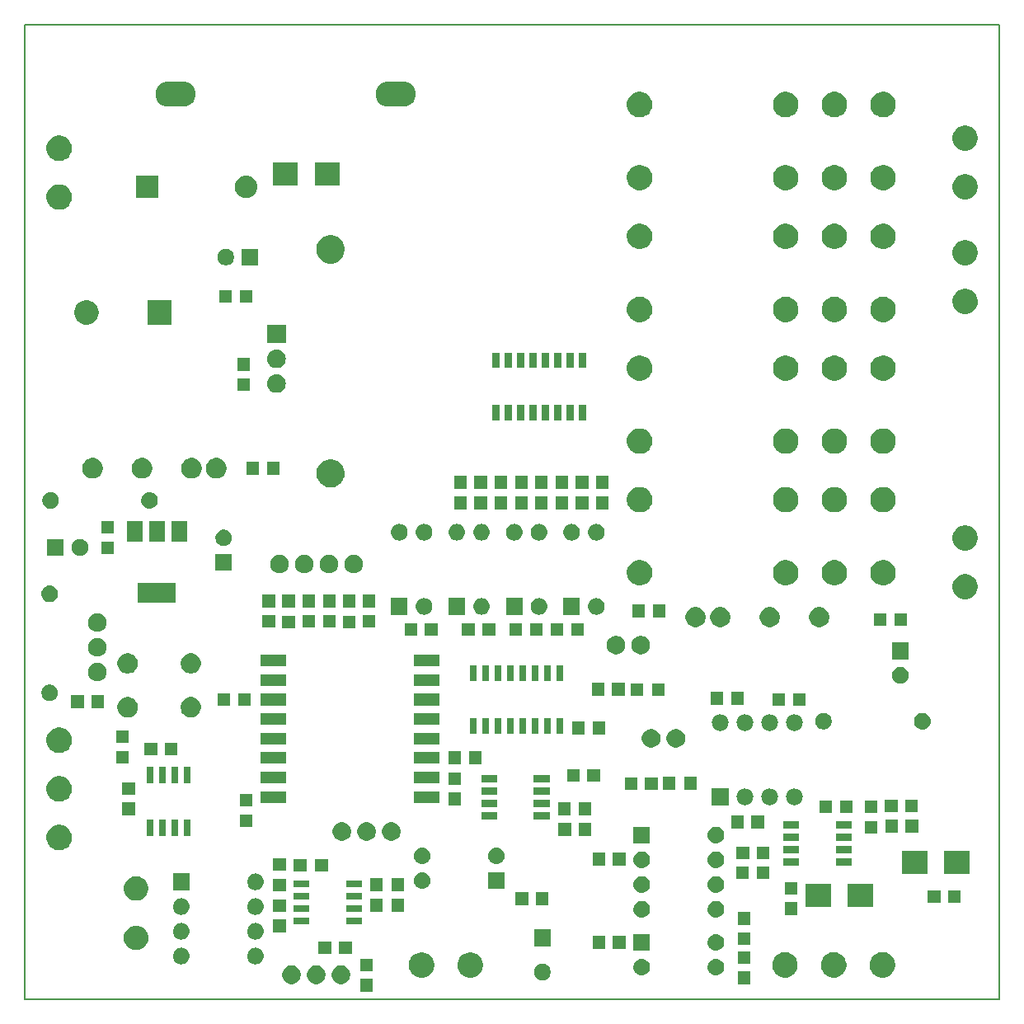
<source format=gbr>
%TF.GenerationSoftware,KiCad,Pcbnew,(6.0.0-rc1-dev-882-gdbc9130da)*%
%TF.CreationDate,2018-12-23T18:02:44+08:00*%
%TF.ProjectId,interface,696E746572666163652E6B696361645F,rev?*%
%TF.SameCoordinates,Original*%
%TF.FileFunction,Soldermask,Top*%
%TF.FilePolarity,Negative*%
%FSLAX46Y46*%
G04 Gerber Fmt 4.6, Leading zero omitted, Abs format (unit mm)*
G04 Created by KiCad (PCBNEW (6.0.0-rc1-dev-882-gdbc9130da)) date 2018/12/23 18:02:44*
%MOMM*%
%LPD*%
G01*
G04 APERTURE LIST*
%ADD10C,0.150000*%
G04 APERTURE END LIST*
D10*
X100000000Y-150000000D02*
X200000000Y-150000000D01*
X200000000Y-150000000D02*
X200000000Y-50000000D01*
X100000000Y-50000000D02*
X200000000Y-50000000D01*
X100000000Y-50000000D02*
X100000000Y-150000000D01*
G36*
X135682480Y-149251160D02*
X134380480Y-149251160D01*
X134380480Y-147949160D01*
X135682480Y-147949160D01*
X135682480Y-149251160D01*
X135682480Y-149251160D01*
G37*
G36*
X174493680Y-148491120D02*
X173191680Y-148491120D01*
X173191680Y-147189120D01*
X174493680Y-147189120D01*
X174493680Y-148491120D01*
X174493680Y-148491120D01*
G37*
G36*
X130178076Y-146608746D02*
X130351146Y-146680434D01*
X130506910Y-146784512D01*
X130639368Y-146916970D01*
X130743446Y-147072734D01*
X130815134Y-147245804D01*
X130851680Y-147429533D01*
X130851680Y-147616867D01*
X130815134Y-147800596D01*
X130743446Y-147973666D01*
X130639368Y-148129430D01*
X130506910Y-148261888D01*
X130351146Y-148365966D01*
X130178076Y-148437654D01*
X129994347Y-148474200D01*
X129807013Y-148474200D01*
X129623284Y-148437654D01*
X129450214Y-148365966D01*
X129294450Y-148261888D01*
X129161992Y-148129430D01*
X129057914Y-147973666D01*
X128986226Y-147800596D01*
X128949680Y-147616867D01*
X128949680Y-147429533D01*
X128986226Y-147245804D01*
X129057914Y-147072734D01*
X129161992Y-146916970D01*
X129294450Y-146784512D01*
X129450214Y-146680434D01*
X129623284Y-146608746D01*
X129807013Y-146572200D01*
X129994347Y-146572200D01*
X130178076Y-146608746D01*
X130178076Y-146608746D01*
G37*
G36*
X132718076Y-146608746D02*
X132891146Y-146680434D01*
X133046910Y-146784512D01*
X133179368Y-146916970D01*
X133283446Y-147072734D01*
X133355134Y-147245804D01*
X133391680Y-147429533D01*
X133391680Y-147616867D01*
X133355134Y-147800596D01*
X133283446Y-147973666D01*
X133179368Y-148129430D01*
X133046910Y-148261888D01*
X132891146Y-148365966D01*
X132718076Y-148437654D01*
X132534347Y-148474200D01*
X132347013Y-148474200D01*
X132163284Y-148437654D01*
X131990214Y-148365966D01*
X131834450Y-148261888D01*
X131701992Y-148129430D01*
X131597914Y-147973666D01*
X131526226Y-147800596D01*
X131489680Y-147616867D01*
X131489680Y-147429533D01*
X131526226Y-147245804D01*
X131597914Y-147072734D01*
X131701992Y-146916970D01*
X131834450Y-146784512D01*
X131990214Y-146680434D01*
X132163284Y-146608746D01*
X132347013Y-146572200D01*
X132534347Y-146572200D01*
X132718076Y-146608746D01*
X132718076Y-146608746D01*
G37*
G36*
X127638076Y-146608746D02*
X127811146Y-146680434D01*
X127966910Y-146784512D01*
X128099368Y-146916970D01*
X128203446Y-147072734D01*
X128275134Y-147245804D01*
X128311680Y-147429533D01*
X128311680Y-147616867D01*
X128275134Y-147800596D01*
X128203446Y-147973666D01*
X128099368Y-148129430D01*
X127966910Y-148261888D01*
X127811146Y-148365966D01*
X127638076Y-148437654D01*
X127454347Y-148474200D01*
X127267013Y-148474200D01*
X127083284Y-148437654D01*
X126910214Y-148365966D01*
X126754450Y-148261888D01*
X126621992Y-148129430D01*
X126517914Y-147973666D01*
X126446226Y-147800596D01*
X126409680Y-147616867D01*
X126409680Y-147429533D01*
X126446226Y-147245804D01*
X126517914Y-147072734D01*
X126621992Y-146916970D01*
X126754450Y-146784512D01*
X126910214Y-146680434D01*
X127083284Y-146608746D01*
X127267013Y-146572200D01*
X127454347Y-146572200D01*
X127638076Y-146608746D01*
X127638076Y-146608746D01*
G37*
G36*
X153364508Y-146415223D02*
X153519380Y-146479373D01*
X153658761Y-146572505D01*
X153777295Y-146691039D01*
X153870427Y-146830420D01*
X153934577Y-146985292D01*
X153967280Y-147149704D01*
X153967280Y-147317336D01*
X153934577Y-147481748D01*
X153870427Y-147636620D01*
X153777295Y-147776001D01*
X153658761Y-147894535D01*
X153519380Y-147987667D01*
X153364508Y-148051817D01*
X153200096Y-148084520D01*
X153032464Y-148084520D01*
X152868052Y-148051817D01*
X152713180Y-147987667D01*
X152573799Y-147894535D01*
X152455265Y-147776001D01*
X152362133Y-147636620D01*
X152297983Y-147481748D01*
X152265280Y-147317336D01*
X152265280Y-147149704D01*
X152297983Y-146985292D01*
X152362133Y-146830420D01*
X152455265Y-146691039D01*
X152573799Y-146572505D01*
X152713180Y-146479373D01*
X152868052Y-146415223D01*
X153032464Y-146382520D01*
X153200096Y-146382520D01*
X153364508Y-146415223D01*
X153364508Y-146415223D01*
G37*
G36*
X146084045Y-145256196D02*
X146084047Y-145256197D01*
X146084048Y-145256197D01*
X146308551Y-145349189D01*
X146320815Y-145354269D01*
X146533902Y-145496649D01*
X146715111Y-145677858D01*
X146857491Y-145890945D01*
X146955564Y-146127715D01*
X147005560Y-146379061D01*
X147005560Y-146635339D01*
X146956574Y-146881608D01*
X146955563Y-146886688D01*
X146914720Y-146985292D01*
X146857491Y-147123455D01*
X146715111Y-147336542D01*
X146533902Y-147517751D01*
X146533899Y-147517753D01*
X146320815Y-147660131D01*
X146084048Y-147758203D01*
X146084047Y-147758203D01*
X146084045Y-147758204D01*
X145832699Y-147808200D01*
X145576421Y-147808200D01*
X145325075Y-147758204D01*
X145325073Y-147758203D01*
X145325072Y-147758203D01*
X145088305Y-147660131D01*
X144875221Y-147517753D01*
X144875218Y-147517751D01*
X144694009Y-147336542D01*
X144551629Y-147123455D01*
X144494400Y-146985292D01*
X144453557Y-146886688D01*
X144452547Y-146881608D01*
X144403560Y-146635339D01*
X144403560Y-146379061D01*
X144453556Y-146127715D01*
X144551629Y-145890945D01*
X144694009Y-145677858D01*
X144875218Y-145496649D01*
X145088305Y-145354269D01*
X145100569Y-145349189D01*
X145325072Y-145256197D01*
X145325073Y-145256197D01*
X145325075Y-145256196D01*
X145576421Y-145206200D01*
X145832699Y-145206200D01*
X146084045Y-145256196D01*
X146084045Y-145256196D01*
G37*
G36*
X141084045Y-145256196D02*
X141084047Y-145256197D01*
X141084048Y-145256197D01*
X141308551Y-145349189D01*
X141320815Y-145354269D01*
X141533902Y-145496649D01*
X141715111Y-145677858D01*
X141857491Y-145890945D01*
X141955564Y-146127715D01*
X142005560Y-146379061D01*
X142005560Y-146635339D01*
X141956574Y-146881608D01*
X141955563Y-146886688D01*
X141914720Y-146985292D01*
X141857491Y-147123455D01*
X141715111Y-147336542D01*
X141533902Y-147517751D01*
X141533899Y-147517753D01*
X141320815Y-147660131D01*
X141084048Y-147758203D01*
X141084047Y-147758203D01*
X141084045Y-147758204D01*
X140832699Y-147808200D01*
X140576421Y-147808200D01*
X140325075Y-147758204D01*
X140325073Y-147758203D01*
X140325072Y-147758203D01*
X140088305Y-147660131D01*
X139875221Y-147517753D01*
X139875218Y-147517751D01*
X139694009Y-147336542D01*
X139551629Y-147123455D01*
X139494400Y-146985292D01*
X139453557Y-146886688D01*
X139452547Y-146881608D01*
X139403560Y-146635339D01*
X139403560Y-146379061D01*
X139453556Y-146127715D01*
X139551629Y-145890945D01*
X139694009Y-145677858D01*
X139875218Y-145496649D01*
X140088305Y-145354269D01*
X140100569Y-145349189D01*
X140325072Y-145256197D01*
X140325073Y-145256197D01*
X140325075Y-145256196D01*
X140576421Y-145206200D01*
X140832699Y-145206200D01*
X141084045Y-145256196D01*
X141084045Y-145256196D01*
G37*
G36*
X178413165Y-145251116D02*
X178413167Y-145251117D01*
X178413168Y-145251117D01*
X178649935Y-145349189D01*
X178863022Y-145491569D01*
X179044231Y-145672778D01*
X179044233Y-145672781D01*
X179186611Y-145885865D01*
X179244158Y-146024795D01*
X179284684Y-146122635D01*
X179334680Y-146373981D01*
X179334680Y-146630259D01*
X179313687Y-146735800D01*
X179284683Y-146881608D01*
X179205516Y-147072734D01*
X179186611Y-147118375D01*
X179044231Y-147331462D01*
X178863022Y-147512671D01*
X178863019Y-147512673D01*
X178649935Y-147655051D01*
X178413168Y-147753123D01*
X178413167Y-147753123D01*
X178413165Y-147753124D01*
X178161819Y-147803120D01*
X177905541Y-147803120D01*
X177654195Y-147753124D01*
X177654193Y-147753123D01*
X177654192Y-147753123D01*
X177417425Y-147655051D01*
X177204341Y-147512673D01*
X177204338Y-147512671D01*
X177023129Y-147331462D01*
X176880749Y-147118375D01*
X176861844Y-147072734D01*
X176782677Y-146881608D01*
X176753674Y-146735800D01*
X176732680Y-146630259D01*
X176732680Y-146373981D01*
X176782676Y-146122635D01*
X176823203Y-146024795D01*
X176880749Y-145885865D01*
X177023127Y-145672781D01*
X177023129Y-145672778D01*
X177204338Y-145491569D01*
X177417425Y-145349189D01*
X177654192Y-145251117D01*
X177654193Y-145251117D01*
X177654195Y-145251116D01*
X177905541Y-145201120D01*
X178161819Y-145201120D01*
X178413165Y-145251116D01*
X178413165Y-145251116D01*
G37*
G36*
X188413165Y-145251116D02*
X188413167Y-145251117D01*
X188413168Y-145251117D01*
X188649935Y-145349189D01*
X188863022Y-145491569D01*
X189044231Y-145672778D01*
X189044233Y-145672781D01*
X189186611Y-145885865D01*
X189244158Y-146024795D01*
X189284684Y-146122635D01*
X189334680Y-146373981D01*
X189334680Y-146630259D01*
X189313687Y-146735800D01*
X189284683Y-146881608D01*
X189205516Y-147072734D01*
X189186611Y-147118375D01*
X189044231Y-147331462D01*
X188863022Y-147512671D01*
X188863019Y-147512673D01*
X188649935Y-147655051D01*
X188413168Y-147753123D01*
X188413167Y-147753123D01*
X188413165Y-147753124D01*
X188161819Y-147803120D01*
X187905541Y-147803120D01*
X187654195Y-147753124D01*
X187654193Y-147753123D01*
X187654192Y-147753123D01*
X187417425Y-147655051D01*
X187204341Y-147512673D01*
X187204338Y-147512671D01*
X187023129Y-147331462D01*
X186880749Y-147118375D01*
X186861844Y-147072734D01*
X186782677Y-146881608D01*
X186753674Y-146735800D01*
X186732680Y-146630259D01*
X186732680Y-146373981D01*
X186782676Y-146122635D01*
X186823203Y-146024795D01*
X186880749Y-145885865D01*
X187023127Y-145672781D01*
X187023129Y-145672778D01*
X187204338Y-145491569D01*
X187417425Y-145349189D01*
X187654192Y-145251117D01*
X187654193Y-145251117D01*
X187654195Y-145251116D01*
X187905541Y-145201120D01*
X188161819Y-145201120D01*
X188413165Y-145251116D01*
X188413165Y-145251116D01*
G37*
G36*
X183413165Y-145251116D02*
X183413167Y-145251117D01*
X183413168Y-145251117D01*
X183649935Y-145349189D01*
X183863022Y-145491569D01*
X184044231Y-145672778D01*
X184044233Y-145672781D01*
X184186611Y-145885865D01*
X184244158Y-146024795D01*
X184284684Y-146122635D01*
X184334680Y-146373981D01*
X184334680Y-146630259D01*
X184313687Y-146735800D01*
X184284683Y-146881608D01*
X184205516Y-147072734D01*
X184186611Y-147118375D01*
X184044231Y-147331462D01*
X183863022Y-147512671D01*
X183863019Y-147512673D01*
X183649935Y-147655051D01*
X183413168Y-147753123D01*
X183413167Y-147753123D01*
X183413165Y-147753124D01*
X183161819Y-147803120D01*
X182905541Y-147803120D01*
X182654195Y-147753124D01*
X182654193Y-147753123D01*
X182654192Y-147753123D01*
X182417425Y-147655051D01*
X182204341Y-147512673D01*
X182204338Y-147512671D01*
X182023129Y-147331462D01*
X181880749Y-147118375D01*
X181861844Y-147072734D01*
X181782677Y-146881608D01*
X181753674Y-146735800D01*
X181732680Y-146630259D01*
X181732680Y-146373981D01*
X181782676Y-146122635D01*
X181823203Y-146024795D01*
X181880749Y-145885865D01*
X182023127Y-145672781D01*
X182023129Y-145672778D01*
X182204338Y-145491569D01*
X182417425Y-145349189D01*
X182654192Y-145251117D01*
X182654193Y-145251117D01*
X182654195Y-145251116D01*
X182905541Y-145201120D01*
X183161819Y-145201120D01*
X183413165Y-145251116D01*
X183413165Y-145251116D01*
G37*
G36*
X163483741Y-145897113D02*
X163483744Y-145897114D01*
X163483745Y-145897114D01*
X163644159Y-145945775D01*
X163644161Y-145945776D01*
X163644164Y-145945777D01*
X163791998Y-146024795D01*
X163921579Y-146131141D01*
X164027925Y-146260722D01*
X164106943Y-146408556D01*
X164106944Y-146408559D01*
X164106945Y-146408561D01*
X164128426Y-146479374D01*
X164155607Y-146568979D01*
X164172037Y-146735800D01*
X164155607Y-146902621D01*
X164155606Y-146902624D01*
X164155606Y-146902625D01*
X164151254Y-146916973D01*
X164106943Y-147063044D01*
X164027925Y-147210878D01*
X163921579Y-147340459D01*
X163791998Y-147446805D01*
X163644164Y-147525823D01*
X163644161Y-147525824D01*
X163644159Y-147525825D01*
X163483745Y-147574486D01*
X163483744Y-147574486D01*
X163483741Y-147574487D01*
X163358724Y-147586800D01*
X163275116Y-147586800D01*
X163150099Y-147574487D01*
X163150096Y-147574486D01*
X163150095Y-147574486D01*
X162989681Y-147525825D01*
X162989679Y-147525824D01*
X162989676Y-147525823D01*
X162841842Y-147446805D01*
X162712261Y-147340459D01*
X162605915Y-147210878D01*
X162526897Y-147063044D01*
X162482587Y-146916973D01*
X162478234Y-146902625D01*
X162478234Y-146902624D01*
X162478233Y-146902621D01*
X162461803Y-146735800D01*
X162478233Y-146568979D01*
X162505414Y-146479374D01*
X162526895Y-146408561D01*
X162526896Y-146408559D01*
X162526897Y-146408556D01*
X162605915Y-146260722D01*
X162712261Y-146131141D01*
X162841842Y-146024795D01*
X162989676Y-145945777D01*
X162989679Y-145945776D01*
X162989681Y-145945775D01*
X163150095Y-145897114D01*
X163150096Y-145897114D01*
X163150099Y-145897113D01*
X163275116Y-145884800D01*
X163358724Y-145884800D01*
X163483741Y-145897113D01*
X163483741Y-145897113D01*
G37*
G36*
X171103741Y-145897113D02*
X171103744Y-145897114D01*
X171103745Y-145897114D01*
X171264159Y-145945775D01*
X171264161Y-145945776D01*
X171264164Y-145945777D01*
X171411998Y-146024795D01*
X171541579Y-146131141D01*
X171647925Y-146260722D01*
X171726943Y-146408556D01*
X171726944Y-146408559D01*
X171726945Y-146408561D01*
X171748426Y-146479374D01*
X171775607Y-146568979D01*
X171792037Y-146735800D01*
X171775607Y-146902621D01*
X171775606Y-146902624D01*
X171775606Y-146902625D01*
X171771254Y-146916973D01*
X171726943Y-147063044D01*
X171647925Y-147210878D01*
X171541579Y-147340459D01*
X171411998Y-147446805D01*
X171264164Y-147525823D01*
X171264161Y-147525824D01*
X171264159Y-147525825D01*
X171103745Y-147574486D01*
X171103744Y-147574486D01*
X171103741Y-147574487D01*
X170978724Y-147586800D01*
X170895116Y-147586800D01*
X170770099Y-147574487D01*
X170770096Y-147574486D01*
X170770095Y-147574486D01*
X170609681Y-147525825D01*
X170609679Y-147525824D01*
X170609676Y-147525823D01*
X170461842Y-147446805D01*
X170332261Y-147340459D01*
X170225915Y-147210878D01*
X170146897Y-147063044D01*
X170102587Y-146916973D01*
X170098234Y-146902625D01*
X170098234Y-146902624D01*
X170098233Y-146902621D01*
X170081803Y-146735800D01*
X170098233Y-146568979D01*
X170125414Y-146479374D01*
X170146895Y-146408561D01*
X170146896Y-146408559D01*
X170146897Y-146408556D01*
X170225915Y-146260722D01*
X170332261Y-146131141D01*
X170461842Y-146024795D01*
X170609676Y-145945777D01*
X170609679Y-145945776D01*
X170609681Y-145945775D01*
X170770095Y-145897114D01*
X170770096Y-145897114D01*
X170770099Y-145897113D01*
X170895116Y-145884800D01*
X170978724Y-145884800D01*
X171103741Y-145897113D01*
X171103741Y-145897113D01*
G37*
G36*
X135682480Y-147151160D02*
X134380480Y-147151160D01*
X134380480Y-145849160D01*
X135682480Y-145849160D01*
X135682480Y-147151160D01*
X135682480Y-147151160D01*
G37*
G36*
X116204181Y-144754113D02*
X116204184Y-144754114D01*
X116204185Y-144754114D01*
X116364599Y-144802775D01*
X116364601Y-144802776D01*
X116364604Y-144802777D01*
X116512438Y-144881795D01*
X116642019Y-144988141D01*
X116748365Y-145117722D01*
X116827383Y-145265556D01*
X116876047Y-145425979D01*
X116892477Y-145592800D01*
X116876047Y-145759621D01*
X116876046Y-145759624D01*
X116876046Y-145759625D01*
X116834340Y-145897113D01*
X116827383Y-145920044D01*
X116748365Y-146067878D01*
X116642019Y-146197459D01*
X116512438Y-146303805D01*
X116364604Y-146382823D01*
X116364601Y-146382824D01*
X116364599Y-146382825D01*
X116204185Y-146431486D01*
X116204184Y-146431486D01*
X116204181Y-146431487D01*
X116079164Y-146443800D01*
X115995556Y-146443800D01*
X115870539Y-146431487D01*
X115870536Y-146431486D01*
X115870535Y-146431486D01*
X115710121Y-146382825D01*
X115710119Y-146382824D01*
X115710116Y-146382823D01*
X115562282Y-146303805D01*
X115432701Y-146197459D01*
X115326355Y-146067878D01*
X115247337Y-145920044D01*
X115240381Y-145897113D01*
X115198674Y-145759625D01*
X115198674Y-145759624D01*
X115198673Y-145759621D01*
X115182243Y-145592800D01*
X115198673Y-145425979D01*
X115247337Y-145265556D01*
X115326355Y-145117722D01*
X115432701Y-144988141D01*
X115562282Y-144881795D01*
X115710116Y-144802777D01*
X115710119Y-144802776D01*
X115710121Y-144802775D01*
X115870535Y-144754114D01*
X115870536Y-144754114D01*
X115870539Y-144754113D01*
X115995556Y-144741800D01*
X116079164Y-144741800D01*
X116204181Y-144754113D01*
X116204181Y-144754113D01*
G37*
G36*
X123824181Y-144754113D02*
X123824184Y-144754114D01*
X123824185Y-144754114D01*
X123984599Y-144802775D01*
X123984601Y-144802776D01*
X123984604Y-144802777D01*
X124132438Y-144881795D01*
X124262019Y-144988141D01*
X124368365Y-145117722D01*
X124447383Y-145265556D01*
X124496047Y-145425979D01*
X124512477Y-145592800D01*
X124496047Y-145759621D01*
X124496046Y-145759624D01*
X124496046Y-145759625D01*
X124454340Y-145897113D01*
X124447383Y-145920044D01*
X124368365Y-146067878D01*
X124262019Y-146197459D01*
X124132438Y-146303805D01*
X123984604Y-146382823D01*
X123984601Y-146382824D01*
X123984599Y-146382825D01*
X123824185Y-146431486D01*
X123824184Y-146431486D01*
X123824181Y-146431487D01*
X123699164Y-146443800D01*
X123615556Y-146443800D01*
X123490539Y-146431487D01*
X123490536Y-146431486D01*
X123490535Y-146431486D01*
X123330121Y-146382825D01*
X123330119Y-146382824D01*
X123330116Y-146382823D01*
X123182282Y-146303805D01*
X123052701Y-146197459D01*
X122946355Y-146067878D01*
X122867337Y-145920044D01*
X122860381Y-145897113D01*
X122818674Y-145759625D01*
X122818674Y-145759624D01*
X122818673Y-145759621D01*
X122802243Y-145592800D01*
X122818673Y-145425979D01*
X122867337Y-145265556D01*
X122946355Y-145117722D01*
X123052701Y-144988141D01*
X123182282Y-144881795D01*
X123330116Y-144802777D01*
X123330119Y-144802776D01*
X123330121Y-144802775D01*
X123490535Y-144754114D01*
X123490536Y-144754114D01*
X123490539Y-144754113D01*
X123615556Y-144741800D01*
X123699164Y-144741800D01*
X123824181Y-144754113D01*
X123824181Y-144754113D01*
G37*
G36*
X174493680Y-146391120D02*
X173191680Y-146391120D01*
X173191680Y-145089120D01*
X174493680Y-145089120D01*
X174493680Y-146391120D01*
X174493680Y-146391120D01*
G37*
G36*
X131440680Y-145420840D02*
X130138680Y-145420840D01*
X130138680Y-144118840D01*
X131440680Y-144118840D01*
X131440680Y-145420840D01*
X131440680Y-145420840D01*
G37*
G36*
X133540680Y-145420840D02*
X132238680Y-145420840D01*
X132238680Y-144118840D01*
X133540680Y-144118840D01*
X133540680Y-145420840D01*
X133540680Y-145420840D01*
G37*
G36*
X164167920Y-145046800D02*
X162465920Y-145046800D01*
X162465920Y-143344800D01*
X164167920Y-143344800D01*
X164167920Y-145046800D01*
X164167920Y-145046800D01*
G37*
G36*
X171103741Y-143357113D02*
X171103744Y-143357114D01*
X171103745Y-143357114D01*
X171264159Y-143405775D01*
X171264161Y-143405776D01*
X171264164Y-143405777D01*
X171411998Y-143484795D01*
X171541579Y-143591141D01*
X171647925Y-143720722D01*
X171726943Y-143868556D01*
X171726944Y-143868559D01*
X171726945Y-143868561D01*
X171763454Y-143988915D01*
X171775607Y-144028979D01*
X171792037Y-144195800D01*
X171775607Y-144362621D01*
X171726943Y-144523044D01*
X171647925Y-144670878D01*
X171541579Y-144800459D01*
X171411998Y-144906805D01*
X171264164Y-144985823D01*
X171264161Y-144985824D01*
X171264159Y-144985825D01*
X171103745Y-145034486D01*
X171103744Y-145034486D01*
X171103741Y-145034487D01*
X170978724Y-145046800D01*
X170895116Y-145046800D01*
X170770099Y-145034487D01*
X170770096Y-145034486D01*
X170770095Y-145034486D01*
X170609681Y-144985825D01*
X170609679Y-144985824D01*
X170609676Y-144985823D01*
X170461842Y-144906805D01*
X170332261Y-144800459D01*
X170225915Y-144670878D01*
X170146897Y-144523044D01*
X170098233Y-144362621D01*
X170081803Y-144195800D01*
X170098233Y-144028979D01*
X170110386Y-143988915D01*
X170146895Y-143868561D01*
X170146896Y-143868559D01*
X170146897Y-143868556D01*
X170225915Y-143720722D01*
X170332261Y-143591141D01*
X170461842Y-143484795D01*
X170609676Y-143405777D01*
X170609679Y-143405776D01*
X170609681Y-143405775D01*
X170770095Y-143357114D01*
X170770096Y-143357114D01*
X170770099Y-143357113D01*
X170895116Y-143344800D01*
X170978724Y-143344800D01*
X171103741Y-143357113D01*
X171103741Y-143357113D01*
G37*
G36*
X111639479Y-142510781D02*
X111875293Y-142582314D01*
X112092621Y-142698479D01*
X112283111Y-142854809D01*
X112439441Y-143045299D01*
X112555606Y-143262627D01*
X112627139Y-143498441D01*
X112651293Y-143743680D01*
X112627139Y-143988919D01*
X112555606Y-144224733D01*
X112439441Y-144442061D01*
X112283111Y-144632551D01*
X112092621Y-144788881D01*
X111875293Y-144905046D01*
X111639479Y-144976579D01*
X111455697Y-144994680D01*
X111332783Y-144994680D01*
X111149001Y-144976579D01*
X110913187Y-144905046D01*
X110695859Y-144788881D01*
X110505369Y-144632551D01*
X110349039Y-144442061D01*
X110232874Y-144224733D01*
X110161341Y-143988919D01*
X110137187Y-143743680D01*
X110161341Y-143498441D01*
X110232874Y-143262627D01*
X110349039Y-143045299D01*
X110505369Y-142854809D01*
X110695859Y-142698479D01*
X110913187Y-142582314D01*
X111149001Y-142510781D01*
X111332783Y-142492680D01*
X111455697Y-142492680D01*
X111639479Y-142510781D01*
X111639479Y-142510781D01*
G37*
G36*
X161660040Y-144856960D02*
X160358040Y-144856960D01*
X160358040Y-143554960D01*
X161660040Y-143554960D01*
X161660040Y-144856960D01*
X161660040Y-144856960D01*
G37*
G36*
X159560040Y-144856960D02*
X158258040Y-144856960D01*
X158258040Y-143554960D01*
X159560040Y-143554960D01*
X159560040Y-144856960D01*
X159560040Y-144856960D01*
G37*
G36*
X153967280Y-144584520D02*
X152265280Y-144584520D01*
X152265280Y-142882520D01*
X153967280Y-142882520D01*
X153967280Y-144584520D01*
X153967280Y-144584520D01*
G37*
G36*
X174493680Y-144486120D02*
X173191680Y-144486120D01*
X173191680Y-143184120D01*
X174493680Y-143184120D01*
X174493680Y-144486120D01*
X174493680Y-144486120D01*
G37*
G36*
X123824181Y-142214113D02*
X123824184Y-142214114D01*
X123824185Y-142214114D01*
X123984599Y-142262775D01*
X123984601Y-142262776D01*
X123984604Y-142262777D01*
X124132438Y-142341795D01*
X124262019Y-142448141D01*
X124368365Y-142577722D01*
X124447383Y-142725556D01*
X124496047Y-142885979D01*
X124512477Y-143052800D01*
X124496047Y-143219621D01*
X124496046Y-143219624D01*
X124496046Y-143219625D01*
X124454340Y-143357113D01*
X124447383Y-143380044D01*
X124368365Y-143527878D01*
X124262019Y-143657459D01*
X124132438Y-143763805D01*
X123984604Y-143842823D01*
X123984601Y-143842824D01*
X123984599Y-143842825D01*
X123824185Y-143891486D01*
X123824184Y-143891486D01*
X123824181Y-143891487D01*
X123699164Y-143903800D01*
X123615556Y-143903800D01*
X123490539Y-143891487D01*
X123490536Y-143891486D01*
X123490535Y-143891486D01*
X123330121Y-143842825D01*
X123330119Y-143842824D01*
X123330116Y-143842823D01*
X123182282Y-143763805D01*
X123052701Y-143657459D01*
X122946355Y-143527878D01*
X122867337Y-143380044D01*
X122860381Y-143357113D01*
X122818674Y-143219625D01*
X122818674Y-143219624D01*
X122818673Y-143219621D01*
X122802243Y-143052800D01*
X122818673Y-142885979D01*
X122867337Y-142725556D01*
X122946355Y-142577722D01*
X123052701Y-142448141D01*
X123182282Y-142341795D01*
X123330116Y-142262777D01*
X123330119Y-142262776D01*
X123330121Y-142262775D01*
X123490535Y-142214114D01*
X123490536Y-142214114D01*
X123490539Y-142214113D01*
X123615556Y-142201800D01*
X123699164Y-142201800D01*
X123824181Y-142214113D01*
X123824181Y-142214113D01*
G37*
G36*
X116204181Y-142214113D02*
X116204184Y-142214114D01*
X116204185Y-142214114D01*
X116364599Y-142262775D01*
X116364601Y-142262776D01*
X116364604Y-142262777D01*
X116512438Y-142341795D01*
X116642019Y-142448141D01*
X116748365Y-142577722D01*
X116827383Y-142725556D01*
X116876047Y-142885979D01*
X116892477Y-143052800D01*
X116876047Y-143219621D01*
X116876046Y-143219624D01*
X116876046Y-143219625D01*
X116834340Y-143357113D01*
X116827383Y-143380044D01*
X116748365Y-143527878D01*
X116642019Y-143657459D01*
X116512438Y-143763805D01*
X116364604Y-143842823D01*
X116364601Y-143842824D01*
X116364599Y-143842825D01*
X116204185Y-143891486D01*
X116204184Y-143891486D01*
X116204181Y-143891487D01*
X116079164Y-143903800D01*
X115995556Y-143903800D01*
X115870539Y-143891487D01*
X115870536Y-143891486D01*
X115870535Y-143891486D01*
X115710121Y-143842825D01*
X115710119Y-143842824D01*
X115710116Y-143842823D01*
X115562282Y-143763805D01*
X115432701Y-143657459D01*
X115326355Y-143527878D01*
X115247337Y-143380044D01*
X115240381Y-143357113D01*
X115198674Y-143219625D01*
X115198674Y-143219624D01*
X115198673Y-143219621D01*
X115182243Y-143052800D01*
X115198673Y-142885979D01*
X115247337Y-142725556D01*
X115326355Y-142577722D01*
X115432701Y-142448141D01*
X115562282Y-142341795D01*
X115710116Y-142262777D01*
X115710119Y-142262776D01*
X115710121Y-142262775D01*
X115870535Y-142214114D01*
X115870536Y-142214114D01*
X115870539Y-142214113D01*
X115995556Y-142201800D01*
X116079164Y-142201800D01*
X116204181Y-142214113D01*
X116204181Y-142214113D01*
G37*
G36*
X126772160Y-143157120D02*
X125470160Y-143157120D01*
X125470160Y-141855120D01*
X126772160Y-141855120D01*
X126772160Y-143157120D01*
X126772160Y-143157120D01*
G37*
G36*
X174493680Y-142386120D02*
X173191680Y-142386120D01*
X173191680Y-141084120D01*
X174493680Y-141084120D01*
X174493680Y-142386120D01*
X174493680Y-142386120D01*
G37*
G36*
X134595080Y-142372560D02*
X132943080Y-142372560D01*
X132943080Y-141670560D01*
X134595080Y-141670560D01*
X134595080Y-142372560D01*
X134595080Y-142372560D01*
G37*
G36*
X129195080Y-142372560D02*
X127543080Y-142372560D01*
X127543080Y-141670560D01*
X129195080Y-141670560D01*
X129195080Y-142372560D01*
X129195080Y-142372560D01*
G37*
G36*
X171103741Y-139948433D02*
X171103744Y-139948434D01*
X171103745Y-139948434D01*
X171264159Y-139997095D01*
X171264161Y-139997096D01*
X171264164Y-139997097D01*
X171411998Y-140076115D01*
X171541579Y-140182461D01*
X171647925Y-140312042D01*
X171726943Y-140459876D01*
X171726944Y-140459879D01*
X171726945Y-140459881D01*
X171766756Y-140591120D01*
X171775607Y-140620299D01*
X171792037Y-140787120D01*
X171775607Y-140953941D01*
X171775606Y-140953944D01*
X171775606Y-140953945D01*
X171736118Y-141084120D01*
X171726943Y-141114364D01*
X171647925Y-141262198D01*
X171541579Y-141391779D01*
X171411998Y-141498125D01*
X171264164Y-141577143D01*
X171264161Y-141577144D01*
X171264159Y-141577145D01*
X171103745Y-141625806D01*
X171103744Y-141625806D01*
X171103741Y-141625807D01*
X170978724Y-141638120D01*
X170895116Y-141638120D01*
X170770099Y-141625807D01*
X170770096Y-141625806D01*
X170770095Y-141625806D01*
X170609681Y-141577145D01*
X170609679Y-141577144D01*
X170609676Y-141577143D01*
X170461842Y-141498125D01*
X170332261Y-141391779D01*
X170225915Y-141262198D01*
X170146897Y-141114364D01*
X170137723Y-141084120D01*
X170098234Y-140953945D01*
X170098234Y-140953944D01*
X170098233Y-140953941D01*
X170081803Y-140787120D01*
X170098233Y-140620299D01*
X170107084Y-140591120D01*
X170146895Y-140459881D01*
X170146896Y-140459879D01*
X170146897Y-140459876D01*
X170225915Y-140312042D01*
X170332261Y-140182461D01*
X170461842Y-140076115D01*
X170609676Y-139997097D01*
X170609679Y-139997096D01*
X170609681Y-139997095D01*
X170770095Y-139948434D01*
X170770096Y-139948434D01*
X170770099Y-139948433D01*
X170895116Y-139936120D01*
X170978724Y-139936120D01*
X171103741Y-139948433D01*
X171103741Y-139948433D01*
G37*
G36*
X163483741Y-139948433D02*
X163483744Y-139948434D01*
X163483745Y-139948434D01*
X163644159Y-139997095D01*
X163644161Y-139997096D01*
X163644164Y-139997097D01*
X163791998Y-140076115D01*
X163921579Y-140182461D01*
X164027925Y-140312042D01*
X164106943Y-140459876D01*
X164106944Y-140459879D01*
X164106945Y-140459881D01*
X164146756Y-140591120D01*
X164155607Y-140620299D01*
X164172037Y-140787120D01*
X164155607Y-140953941D01*
X164155606Y-140953944D01*
X164155606Y-140953945D01*
X164116118Y-141084120D01*
X164106943Y-141114364D01*
X164027925Y-141262198D01*
X163921579Y-141391779D01*
X163791998Y-141498125D01*
X163644164Y-141577143D01*
X163644161Y-141577144D01*
X163644159Y-141577145D01*
X163483745Y-141625806D01*
X163483744Y-141625806D01*
X163483741Y-141625807D01*
X163358724Y-141638120D01*
X163275116Y-141638120D01*
X163150099Y-141625807D01*
X163150096Y-141625806D01*
X163150095Y-141625806D01*
X162989681Y-141577145D01*
X162989679Y-141577144D01*
X162989676Y-141577143D01*
X162841842Y-141498125D01*
X162712261Y-141391779D01*
X162605915Y-141262198D01*
X162526897Y-141114364D01*
X162517723Y-141084120D01*
X162478234Y-140953945D01*
X162478234Y-140953944D01*
X162478233Y-140953941D01*
X162461803Y-140787120D01*
X162478233Y-140620299D01*
X162487084Y-140591120D01*
X162526895Y-140459881D01*
X162526896Y-140459879D01*
X162526897Y-140459876D01*
X162605915Y-140312042D01*
X162712261Y-140182461D01*
X162841842Y-140076115D01*
X162989676Y-139997097D01*
X162989679Y-139997096D01*
X162989681Y-139997095D01*
X163150095Y-139948434D01*
X163150096Y-139948434D01*
X163150099Y-139948433D01*
X163275116Y-139936120D01*
X163358724Y-139936120D01*
X163483741Y-139948433D01*
X163483741Y-139948433D01*
G37*
G36*
X179319680Y-141379120D02*
X178017680Y-141379120D01*
X178017680Y-140077120D01*
X179319680Y-140077120D01*
X179319680Y-141379120D01*
X179319680Y-141379120D01*
G37*
G36*
X123824181Y-139674113D02*
X123824184Y-139674114D01*
X123824185Y-139674114D01*
X123984599Y-139722775D01*
X123984601Y-139722776D01*
X123984604Y-139722777D01*
X124132438Y-139801795D01*
X124262019Y-139908141D01*
X124368365Y-140037722D01*
X124447383Y-140185556D01*
X124447384Y-140185559D01*
X124447385Y-140185561D01*
X124496046Y-140345975D01*
X124496047Y-140345979D01*
X124512477Y-140512800D01*
X124496047Y-140679621D01*
X124496046Y-140679624D01*
X124496046Y-140679625D01*
X124463438Y-140787120D01*
X124447383Y-140840044D01*
X124368365Y-140987878D01*
X124262019Y-141117459D01*
X124132438Y-141223805D01*
X123984604Y-141302823D01*
X123984601Y-141302824D01*
X123984599Y-141302825D01*
X123824185Y-141351486D01*
X123824184Y-141351486D01*
X123824181Y-141351487D01*
X123699164Y-141363800D01*
X123615556Y-141363800D01*
X123490539Y-141351487D01*
X123490536Y-141351486D01*
X123490535Y-141351486D01*
X123330121Y-141302825D01*
X123330119Y-141302824D01*
X123330116Y-141302823D01*
X123182282Y-141223805D01*
X123052701Y-141117459D01*
X122946355Y-140987878D01*
X122867337Y-140840044D01*
X122851283Y-140787120D01*
X122818674Y-140679625D01*
X122818674Y-140679624D01*
X122818673Y-140679621D01*
X122802243Y-140512800D01*
X122818673Y-140345979D01*
X122818674Y-140345975D01*
X122867335Y-140185561D01*
X122867336Y-140185559D01*
X122867337Y-140185556D01*
X122946355Y-140037722D01*
X123052701Y-139908141D01*
X123182282Y-139801795D01*
X123330116Y-139722777D01*
X123330119Y-139722776D01*
X123330121Y-139722775D01*
X123490535Y-139674114D01*
X123490536Y-139674114D01*
X123490539Y-139674113D01*
X123615556Y-139661800D01*
X123699164Y-139661800D01*
X123824181Y-139674113D01*
X123824181Y-139674113D01*
G37*
G36*
X116204181Y-139674113D02*
X116204184Y-139674114D01*
X116204185Y-139674114D01*
X116364599Y-139722775D01*
X116364601Y-139722776D01*
X116364604Y-139722777D01*
X116512438Y-139801795D01*
X116642019Y-139908141D01*
X116748365Y-140037722D01*
X116827383Y-140185556D01*
X116827384Y-140185559D01*
X116827385Y-140185561D01*
X116876046Y-140345975D01*
X116876047Y-140345979D01*
X116892477Y-140512800D01*
X116876047Y-140679621D01*
X116876046Y-140679624D01*
X116876046Y-140679625D01*
X116843438Y-140787120D01*
X116827383Y-140840044D01*
X116748365Y-140987878D01*
X116642019Y-141117459D01*
X116512438Y-141223805D01*
X116364604Y-141302823D01*
X116364601Y-141302824D01*
X116364599Y-141302825D01*
X116204185Y-141351486D01*
X116204184Y-141351486D01*
X116204181Y-141351487D01*
X116079164Y-141363800D01*
X115995556Y-141363800D01*
X115870539Y-141351487D01*
X115870536Y-141351486D01*
X115870535Y-141351486D01*
X115710121Y-141302825D01*
X115710119Y-141302824D01*
X115710116Y-141302823D01*
X115562282Y-141223805D01*
X115432701Y-141117459D01*
X115326355Y-140987878D01*
X115247337Y-140840044D01*
X115231283Y-140787120D01*
X115198674Y-140679625D01*
X115198674Y-140679624D01*
X115198673Y-140679621D01*
X115182243Y-140512800D01*
X115198673Y-140345979D01*
X115198674Y-140345975D01*
X115247335Y-140185561D01*
X115247336Y-140185559D01*
X115247337Y-140185556D01*
X115326355Y-140037722D01*
X115432701Y-139908141D01*
X115562282Y-139801795D01*
X115710116Y-139722777D01*
X115710119Y-139722776D01*
X115710121Y-139722775D01*
X115870535Y-139674114D01*
X115870536Y-139674114D01*
X115870539Y-139674113D01*
X115995556Y-139661800D01*
X116079164Y-139661800D01*
X116204181Y-139674113D01*
X116204181Y-139674113D01*
G37*
G36*
X129195080Y-141102560D02*
X127543080Y-141102560D01*
X127543080Y-140400560D01*
X129195080Y-140400560D01*
X129195080Y-141102560D01*
X129195080Y-141102560D01*
G37*
G36*
X134595080Y-141102560D02*
X132943080Y-141102560D01*
X132943080Y-140400560D01*
X134595080Y-140400560D01*
X134595080Y-141102560D01*
X134595080Y-141102560D01*
G37*
G36*
X126772160Y-141057120D02*
X125470160Y-141057120D01*
X125470160Y-139755120D01*
X126772160Y-139755120D01*
X126772160Y-141057120D01*
X126772160Y-141057120D01*
G37*
G36*
X136744200Y-141031720D02*
X135442200Y-141031720D01*
X135442200Y-139729720D01*
X136744200Y-139729720D01*
X136744200Y-141031720D01*
X136744200Y-141031720D01*
G37*
G36*
X138928600Y-141025080D02*
X137626600Y-141025080D01*
X137626600Y-139723080D01*
X138928600Y-139723080D01*
X138928600Y-141025080D01*
X138928600Y-141025080D01*
G37*
G36*
X182763680Y-140591120D02*
X180161680Y-140591120D01*
X180161680Y-138189120D01*
X182763680Y-138189120D01*
X182763680Y-140591120D01*
X182763680Y-140591120D01*
G37*
G36*
X187063680Y-140591120D02*
X184461680Y-140591120D01*
X184461680Y-138189120D01*
X187063680Y-138189120D01*
X187063680Y-140591120D01*
X187063680Y-140591120D01*
G37*
G36*
X153751000Y-140351000D02*
X152449000Y-140351000D01*
X152449000Y-139049000D01*
X153751000Y-139049000D01*
X153751000Y-140351000D01*
X153751000Y-140351000D01*
G37*
G36*
X151651000Y-140351000D02*
X150349000Y-140351000D01*
X150349000Y-139049000D01*
X151651000Y-139049000D01*
X151651000Y-140351000D01*
X151651000Y-140351000D01*
G37*
G36*
X193983680Y-140168120D02*
X192681680Y-140168120D01*
X192681680Y-138866120D01*
X193983680Y-138866120D01*
X193983680Y-140168120D01*
X193983680Y-140168120D01*
G37*
G36*
X196083680Y-140168120D02*
X194781680Y-140168120D01*
X194781680Y-138866120D01*
X196083680Y-138866120D01*
X196083680Y-140168120D01*
X196083680Y-140168120D01*
G37*
G36*
X111577875Y-137424699D02*
X111759143Y-137460755D01*
X111986811Y-137555058D01*
X112150033Y-137664120D01*
X112191709Y-137691967D01*
X112365953Y-137866211D01*
X112365955Y-137866214D01*
X112502862Y-138071109D01*
X112597165Y-138298777D01*
X112645240Y-138540467D01*
X112645240Y-138786893D01*
X112597165Y-139028583D01*
X112502862Y-139256251D01*
X112366572Y-139460222D01*
X112365953Y-139461149D01*
X112191709Y-139635393D01*
X112191706Y-139635395D01*
X111986811Y-139772302D01*
X111759143Y-139866605D01*
X111577875Y-139902661D01*
X111517454Y-139914680D01*
X111271026Y-139914680D01*
X111210605Y-139902661D01*
X111029337Y-139866605D01*
X110801669Y-139772302D01*
X110596774Y-139635395D01*
X110596771Y-139635393D01*
X110422527Y-139461149D01*
X110421908Y-139460222D01*
X110285618Y-139256251D01*
X110191315Y-139028583D01*
X110143240Y-138786893D01*
X110143240Y-138540467D01*
X110191315Y-138298777D01*
X110285618Y-138071109D01*
X110422525Y-137866214D01*
X110422527Y-137866211D01*
X110596771Y-137691967D01*
X110638447Y-137664120D01*
X110801669Y-137555058D01*
X111029337Y-137460755D01*
X111210605Y-137424699D01*
X111271026Y-137412680D01*
X111517454Y-137412680D01*
X111577875Y-137424699D01*
X111577875Y-137424699D01*
G37*
G36*
X134595080Y-139832560D02*
X132943080Y-139832560D01*
X132943080Y-139130560D01*
X134595080Y-139130560D01*
X134595080Y-139832560D01*
X134595080Y-139832560D01*
G37*
G36*
X129195080Y-139832560D02*
X127543080Y-139832560D01*
X127543080Y-139130560D01*
X129195080Y-139130560D01*
X129195080Y-139832560D01*
X129195080Y-139832560D01*
G37*
G36*
X179319680Y-139279120D02*
X178017680Y-139279120D01*
X178017680Y-137977120D01*
X179319680Y-137977120D01*
X179319680Y-139279120D01*
X179319680Y-139279120D01*
G37*
G36*
X171103741Y-137408433D02*
X171103744Y-137408434D01*
X171103745Y-137408434D01*
X171264159Y-137457095D01*
X171264161Y-137457096D01*
X171264164Y-137457097D01*
X171411998Y-137536115D01*
X171541579Y-137642461D01*
X171647925Y-137772042D01*
X171726943Y-137919876D01*
X171726944Y-137919879D01*
X171726945Y-137919881D01*
X171772819Y-138071109D01*
X171775607Y-138080299D01*
X171792037Y-138247120D01*
X171775607Y-138413941D01*
X171775606Y-138413944D01*
X171775606Y-138413945D01*
X171729188Y-138566965D01*
X171726943Y-138574364D01*
X171647925Y-138722198D01*
X171541579Y-138851779D01*
X171411998Y-138958125D01*
X171264164Y-139037143D01*
X171264161Y-139037144D01*
X171264159Y-139037145D01*
X171103745Y-139085806D01*
X171103744Y-139085806D01*
X171103741Y-139085807D01*
X170978724Y-139098120D01*
X170895116Y-139098120D01*
X170770099Y-139085807D01*
X170770096Y-139085806D01*
X170770095Y-139085806D01*
X170609681Y-139037145D01*
X170609679Y-139037144D01*
X170609676Y-139037143D01*
X170461842Y-138958125D01*
X170332261Y-138851779D01*
X170225915Y-138722198D01*
X170146897Y-138574364D01*
X170144653Y-138566965D01*
X170098234Y-138413945D01*
X170098234Y-138413944D01*
X170098233Y-138413941D01*
X170081803Y-138247120D01*
X170098233Y-138080299D01*
X170101021Y-138071109D01*
X170146895Y-137919881D01*
X170146896Y-137919879D01*
X170146897Y-137919876D01*
X170225915Y-137772042D01*
X170332261Y-137642461D01*
X170461842Y-137536115D01*
X170609676Y-137457097D01*
X170609679Y-137457096D01*
X170609681Y-137457095D01*
X170770095Y-137408434D01*
X170770096Y-137408434D01*
X170770099Y-137408433D01*
X170895116Y-137396120D01*
X170978724Y-137396120D01*
X171103741Y-137408433D01*
X171103741Y-137408433D01*
G37*
G36*
X163483741Y-137408433D02*
X163483744Y-137408434D01*
X163483745Y-137408434D01*
X163644159Y-137457095D01*
X163644161Y-137457096D01*
X163644164Y-137457097D01*
X163791998Y-137536115D01*
X163921579Y-137642461D01*
X164027925Y-137772042D01*
X164106943Y-137919876D01*
X164106944Y-137919879D01*
X164106945Y-137919881D01*
X164152819Y-138071109D01*
X164155607Y-138080299D01*
X164172037Y-138247120D01*
X164155607Y-138413941D01*
X164155606Y-138413944D01*
X164155606Y-138413945D01*
X164109188Y-138566965D01*
X164106943Y-138574364D01*
X164027925Y-138722198D01*
X163921579Y-138851779D01*
X163791998Y-138958125D01*
X163644164Y-139037143D01*
X163644161Y-139037144D01*
X163644159Y-139037145D01*
X163483745Y-139085806D01*
X163483744Y-139085806D01*
X163483741Y-139085807D01*
X163358724Y-139098120D01*
X163275116Y-139098120D01*
X163150099Y-139085807D01*
X163150096Y-139085806D01*
X163150095Y-139085806D01*
X162989681Y-139037145D01*
X162989679Y-139037144D01*
X162989676Y-139037143D01*
X162841842Y-138958125D01*
X162712261Y-138851779D01*
X162605915Y-138722198D01*
X162526897Y-138574364D01*
X162524653Y-138566965D01*
X162478234Y-138413945D01*
X162478234Y-138413944D01*
X162478233Y-138413941D01*
X162461803Y-138247120D01*
X162478233Y-138080299D01*
X162481021Y-138071109D01*
X162526895Y-137919881D01*
X162526896Y-137919879D01*
X162526897Y-137919876D01*
X162605915Y-137772042D01*
X162712261Y-137642461D01*
X162841842Y-137536115D01*
X162989676Y-137457097D01*
X162989679Y-137457096D01*
X162989681Y-137457095D01*
X163150095Y-137408434D01*
X163150096Y-137408434D01*
X163150099Y-137408433D01*
X163275116Y-137396120D01*
X163358724Y-137396120D01*
X163483741Y-137408433D01*
X163483741Y-137408433D01*
G37*
G36*
X126772160Y-138966120D02*
X125470160Y-138966120D01*
X125470160Y-137664120D01*
X126772160Y-137664120D01*
X126772160Y-138966120D01*
X126772160Y-138966120D01*
G37*
G36*
X136744200Y-138931720D02*
X135442200Y-138931720D01*
X135442200Y-137629720D01*
X136744200Y-137629720D01*
X136744200Y-138931720D01*
X136744200Y-138931720D01*
G37*
G36*
X138928600Y-138925080D02*
X137626600Y-138925080D01*
X137626600Y-137623080D01*
X138928600Y-137623080D01*
X138928600Y-138925080D01*
X138928600Y-138925080D01*
G37*
G36*
X123824181Y-137134113D02*
X123824184Y-137134114D01*
X123824185Y-137134114D01*
X123984599Y-137182775D01*
X123984601Y-137182776D01*
X123984604Y-137182777D01*
X124132438Y-137261795D01*
X124262019Y-137368141D01*
X124368365Y-137497722D01*
X124447383Y-137645556D01*
X124447384Y-137645559D01*
X124447385Y-137645561D01*
X124496046Y-137805975D01*
X124496047Y-137805979D01*
X124512477Y-137972800D01*
X124496047Y-138139621D01*
X124496046Y-138139624D01*
X124496046Y-138139625D01*
X124447767Y-138298780D01*
X124447383Y-138300044D01*
X124368365Y-138447878D01*
X124262019Y-138577459D01*
X124132438Y-138683805D01*
X123984604Y-138762823D01*
X123984601Y-138762824D01*
X123984599Y-138762825D01*
X123824185Y-138811486D01*
X123824184Y-138811486D01*
X123824181Y-138811487D01*
X123699164Y-138823800D01*
X123615556Y-138823800D01*
X123490539Y-138811487D01*
X123490536Y-138811486D01*
X123490535Y-138811486D01*
X123330121Y-138762825D01*
X123330119Y-138762824D01*
X123330116Y-138762823D01*
X123182282Y-138683805D01*
X123052701Y-138577459D01*
X122946355Y-138447878D01*
X122867337Y-138300044D01*
X122866954Y-138298780D01*
X122818674Y-138139625D01*
X122818674Y-138139624D01*
X122818673Y-138139621D01*
X122802243Y-137972800D01*
X122818673Y-137805979D01*
X122818674Y-137805975D01*
X122867335Y-137645561D01*
X122867336Y-137645559D01*
X122867337Y-137645556D01*
X122946355Y-137497722D01*
X123052701Y-137368141D01*
X123182282Y-137261795D01*
X123330116Y-137182777D01*
X123330119Y-137182776D01*
X123330121Y-137182775D01*
X123490535Y-137134114D01*
X123490536Y-137134114D01*
X123490539Y-137134113D01*
X123615556Y-137121800D01*
X123699164Y-137121800D01*
X123824181Y-137134113D01*
X123824181Y-137134113D01*
G37*
G36*
X116888360Y-138823800D02*
X115186360Y-138823800D01*
X115186360Y-137121800D01*
X116888360Y-137121800D01*
X116888360Y-138823800D01*
X116888360Y-138823800D01*
G37*
G36*
X149242880Y-138706960D02*
X147540880Y-138706960D01*
X147540880Y-137004960D01*
X149242880Y-137004960D01*
X149242880Y-138706960D01*
X149242880Y-138706960D01*
G37*
G36*
X140938701Y-137017273D02*
X140938704Y-137017274D01*
X140938705Y-137017274D01*
X141099119Y-137065935D01*
X141099121Y-137065936D01*
X141099124Y-137065937D01*
X141246958Y-137144955D01*
X141376539Y-137251301D01*
X141482885Y-137380882D01*
X141561903Y-137528716D01*
X141561904Y-137528719D01*
X141561905Y-137528721D01*
X141610566Y-137689135D01*
X141610567Y-137689139D01*
X141626997Y-137855960D01*
X141610567Y-138022781D01*
X141610566Y-138022784D01*
X141610566Y-138022785D01*
X141593121Y-138080295D01*
X141561903Y-138183204D01*
X141482885Y-138331038D01*
X141376539Y-138460619D01*
X141246958Y-138566965D01*
X141099124Y-138645983D01*
X141099121Y-138645984D01*
X141099119Y-138645985D01*
X140938705Y-138694646D01*
X140938704Y-138694646D01*
X140938701Y-138694647D01*
X140813684Y-138706960D01*
X140730076Y-138706960D01*
X140605059Y-138694647D01*
X140605056Y-138694646D01*
X140605055Y-138694646D01*
X140444641Y-138645985D01*
X140444639Y-138645984D01*
X140444636Y-138645983D01*
X140296802Y-138566965D01*
X140167221Y-138460619D01*
X140060875Y-138331038D01*
X139981857Y-138183204D01*
X139950640Y-138080295D01*
X139933194Y-138022785D01*
X139933194Y-138022784D01*
X139933193Y-138022781D01*
X139916763Y-137855960D01*
X139933193Y-137689139D01*
X139933194Y-137689135D01*
X139981855Y-137528721D01*
X139981856Y-137528719D01*
X139981857Y-137528716D01*
X140060875Y-137380882D01*
X140167221Y-137251301D01*
X140296802Y-137144955D01*
X140444636Y-137065937D01*
X140444639Y-137065936D01*
X140444641Y-137065935D01*
X140605055Y-137017274D01*
X140605056Y-137017274D01*
X140605059Y-137017273D01*
X140730076Y-137004960D01*
X140813684Y-137004960D01*
X140938701Y-137017273D01*
X140938701Y-137017273D01*
G37*
G36*
X129195080Y-138562560D02*
X127543080Y-138562560D01*
X127543080Y-137860560D01*
X129195080Y-137860560D01*
X129195080Y-138562560D01*
X129195080Y-138562560D01*
G37*
G36*
X134595080Y-138562560D02*
X132943080Y-138562560D01*
X132943080Y-137860560D01*
X134595080Y-137860560D01*
X134595080Y-138562560D01*
X134595080Y-138562560D01*
G37*
G36*
X176424800Y-137688600D02*
X175122800Y-137688600D01*
X175122800Y-136386600D01*
X176424800Y-136386600D01*
X176424800Y-137688600D01*
X176424800Y-137688600D01*
G37*
G36*
X174324800Y-137688600D02*
X173022800Y-137688600D01*
X173022800Y-136386600D01*
X174324800Y-136386600D01*
X174324800Y-137688600D01*
X174324800Y-137688600D01*
G37*
G36*
X196969680Y-137162120D02*
X194367680Y-137162120D01*
X194367680Y-134760120D01*
X196969680Y-134760120D01*
X196969680Y-137162120D01*
X196969680Y-137162120D01*
G37*
G36*
X192669680Y-137162120D02*
X190067680Y-137162120D01*
X190067680Y-134760120D01*
X192669680Y-134760120D01*
X192669680Y-137162120D01*
X192669680Y-137162120D01*
G37*
G36*
X131080360Y-136927080D02*
X129778360Y-136927080D01*
X129778360Y-135625080D01*
X131080360Y-135625080D01*
X131080360Y-136927080D01*
X131080360Y-136927080D01*
G37*
G36*
X128880360Y-136927080D02*
X127578360Y-136927080D01*
X127578360Y-135625080D01*
X128880360Y-135625080D01*
X128880360Y-136927080D01*
X128880360Y-136927080D01*
G37*
G36*
X126772160Y-136866120D02*
X125470160Y-136866120D01*
X125470160Y-135564120D01*
X126772160Y-135564120D01*
X126772160Y-136866120D01*
X126772160Y-136866120D01*
G37*
G36*
X171103741Y-134868433D02*
X171103744Y-134868434D01*
X171103745Y-134868434D01*
X171264159Y-134917095D01*
X171264161Y-134917096D01*
X171264164Y-134917097D01*
X171411998Y-134996115D01*
X171541579Y-135102461D01*
X171647925Y-135232042D01*
X171726943Y-135379876D01*
X171726944Y-135379879D01*
X171726945Y-135379881D01*
X171775606Y-135540295D01*
X171775607Y-135540299D01*
X171792037Y-135707120D01*
X171775607Y-135873941D01*
X171775606Y-135873944D01*
X171775606Y-135873945D01*
X171729188Y-136026965D01*
X171726943Y-136034364D01*
X171647925Y-136182198D01*
X171541579Y-136311779D01*
X171411998Y-136418125D01*
X171264164Y-136497143D01*
X171264161Y-136497144D01*
X171264159Y-136497145D01*
X171103745Y-136545806D01*
X171103744Y-136545806D01*
X171103741Y-136545807D01*
X170978724Y-136558120D01*
X170895116Y-136558120D01*
X170770099Y-136545807D01*
X170770096Y-136545806D01*
X170770095Y-136545806D01*
X170609681Y-136497145D01*
X170609679Y-136497144D01*
X170609676Y-136497143D01*
X170461842Y-136418125D01*
X170332261Y-136311779D01*
X170225915Y-136182198D01*
X170146897Y-136034364D01*
X170144653Y-136026965D01*
X170098234Y-135873945D01*
X170098234Y-135873944D01*
X170098233Y-135873941D01*
X170081803Y-135707120D01*
X170098233Y-135540299D01*
X170098234Y-135540295D01*
X170146895Y-135379881D01*
X170146896Y-135379879D01*
X170146897Y-135379876D01*
X170225915Y-135232042D01*
X170332261Y-135102461D01*
X170461842Y-134996115D01*
X170609676Y-134917097D01*
X170609679Y-134917096D01*
X170609681Y-134917095D01*
X170770095Y-134868434D01*
X170770096Y-134868434D01*
X170770099Y-134868433D01*
X170895116Y-134856120D01*
X170978724Y-134856120D01*
X171103741Y-134868433D01*
X171103741Y-134868433D01*
G37*
G36*
X163483741Y-134868433D02*
X163483744Y-134868434D01*
X163483745Y-134868434D01*
X163644159Y-134917095D01*
X163644161Y-134917096D01*
X163644164Y-134917097D01*
X163791998Y-134996115D01*
X163921579Y-135102461D01*
X164027925Y-135232042D01*
X164106943Y-135379876D01*
X164106944Y-135379879D01*
X164106945Y-135379881D01*
X164155606Y-135540295D01*
X164155607Y-135540299D01*
X164172037Y-135707120D01*
X164155607Y-135873941D01*
X164155606Y-135873944D01*
X164155606Y-135873945D01*
X164109188Y-136026965D01*
X164106943Y-136034364D01*
X164027925Y-136182198D01*
X163921579Y-136311779D01*
X163791998Y-136418125D01*
X163644164Y-136497143D01*
X163644161Y-136497144D01*
X163644159Y-136497145D01*
X163483745Y-136545806D01*
X163483744Y-136545806D01*
X163483741Y-136545807D01*
X163358724Y-136558120D01*
X163275116Y-136558120D01*
X163150099Y-136545807D01*
X163150096Y-136545806D01*
X163150095Y-136545806D01*
X162989681Y-136497145D01*
X162989679Y-136497144D01*
X162989676Y-136497143D01*
X162841842Y-136418125D01*
X162712261Y-136311779D01*
X162605915Y-136182198D01*
X162526897Y-136034364D01*
X162524653Y-136026965D01*
X162478234Y-135873945D01*
X162478234Y-135873944D01*
X162478233Y-135873941D01*
X162461803Y-135707120D01*
X162478233Y-135540299D01*
X162478234Y-135540295D01*
X162526895Y-135379881D01*
X162526896Y-135379879D01*
X162526897Y-135379876D01*
X162605915Y-135232042D01*
X162712261Y-135102461D01*
X162841842Y-134996115D01*
X162989676Y-134917097D01*
X162989679Y-134917096D01*
X162989681Y-134917095D01*
X163150095Y-134868434D01*
X163150096Y-134868434D01*
X163150099Y-134868433D01*
X163275116Y-134856120D01*
X163358724Y-134856120D01*
X163483741Y-134868433D01*
X163483741Y-134868433D01*
G37*
G36*
X159560040Y-136307320D02*
X158258040Y-136307320D01*
X158258040Y-135005320D01*
X159560040Y-135005320D01*
X159560040Y-136307320D01*
X159560040Y-136307320D01*
G37*
G36*
X161660040Y-136307320D02*
X160358040Y-136307320D01*
X160358040Y-135005320D01*
X161660040Y-135005320D01*
X161660040Y-136307320D01*
X161660040Y-136307320D01*
G37*
G36*
X184892160Y-136296880D02*
X183240160Y-136296880D01*
X183240160Y-135594880D01*
X184892160Y-135594880D01*
X184892160Y-136296880D01*
X184892160Y-136296880D01*
G37*
G36*
X179492160Y-136296880D02*
X177840160Y-136296880D01*
X177840160Y-135594880D01*
X179492160Y-135594880D01*
X179492160Y-136296880D01*
X179492160Y-136296880D01*
G37*
G36*
X140938701Y-134477273D02*
X140938704Y-134477274D01*
X140938705Y-134477274D01*
X141099119Y-134525935D01*
X141099121Y-134525936D01*
X141099124Y-134525937D01*
X141246958Y-134604955D01*
X141376539Y-134711301D01*
X141482885Y-134840882D01*
X141561903Y-134988716D01*
X141561904Y-134988719D01*
X141561905Y-134988721D01*
X141610566Y-135149135D01*
X141610567Y-135149139D01*
X141626997Y-135315960D01*
X141610567Y-135482781D01*
X141610566Y-135482784D01*
X141610566Y-135482785D01*
X141593121Y-135540295D01*
X141561903Y-135643204D01*
X141482885Y-135791038D01*
X141376539Y-135920619D01*
X141246958Y-136026965D01*
X141099124Y-136105983D01*
X141099121Y-136105984D01*
X141099119Y-136105985D01*
X140938705Y-136154646D01*
X140938704Y-136154646D01*
X140938701Y-136154647D01*
X140813684Y-136166960D01*
X140730076Y-136166960D01*
X140605059Y-136154647D01*
X140605056Y-136154646D01*
X140605055Y-136154646D01*
X140444641Y-136105985D01*
X140444639Y-136105984D01*
X140444636Y-136105983D01*
X140296802Y-136026965D01*
X140167221Y-135920619D01*
X140060875Y-135791038D01*
X139981857Y-135643204D01*
X139950640Y-135540295D01*
X139933194Y-135482785D01*
X139933194Y-135482784D01*
X139933193Y-135482781D01*
X139916763Y-135315960D01*
X139933193Y-135149139D01*
X139933194Y-135149135D01*
X139981855Y-134988721D01*
X139981856Y-134988719D01*
X139981857Y-134988716D01*
X140060875Y-134840882D01*
X140167221Y-134711301D01*
X140296802Y-134604955D01*
X140444636Y-134525937D01*
X140444639Y-134525936D01*
X140444641Y-134525935D01*
X140605055Y-134477274D01*
X140605056Y-134477274D01*
X140605059Y-134477273D01*
X140730076Y-134464960D01*
X140813684Y-134464960D01*
X140938701Y-134477273D01*
X140938701Y-134477273D01*
G37*
G36*
X148558701Y-134477273D02*
X148558704Y-134477274D01*
X148558705Y-134477274D01*
X148719119Y-134525935D01*
X148719121Y-134525936D01*
X148719124Y-134525937D01*
X148866958Y-134604955D01*
X148996539Y-134711301D01*
X149102885Y-134840882D01*
X149181903Y-134988716D01*
X149181904Y-134988719D01*
X149181905Y-134988721D01*
X149230566Y-135149135D01*
X149230567Y-135149139D01*
X149246997Y-135315960D01*
X149230567Y-135482781D01*
X149230566Y-135482784D01*
X149230566Y-135482785D01*
X149213121Y-135540295D01*
X149181903Y-135643204D01*
X149102885Y-135791038D01*
X148996539Y-135920619D01*
X148866958Y-136026965D01*
X148719124Y-136105983D01*
X148719121Y-136105984D01*
X148719119Y-136105985D01*
X148558705Y-136154646D01*
X148558704Y-136154646D01*
X148558701Y-136154647D01*
X148433684Y-136166960D01*
X148350076Y-136166960D01*
X148225059Y-136154647D01*
X148225056Y-136154646D01*
X148225055Y-136154646D01*
X148064641Y-136105985D01*
X148064639Y-136105984D01*
X148064636Y-136105983D01*
X147916802Y-136026965D01*
X147787221Y-135920619D01*
X147680875Y-135791038D01*
X147601857Y-135643204D01*
X147570640Y-135540295D01*
X147553194Y-135482785D01*
X147553194Y-135482784D01*
X147553193Y-135482781D01*
X147536763Y-135315960D01*
X147553193Y-135149139D01*
X147553194Y-135149135D01*
X147601855Y-134988721D01*
X147601856Y-134988719D01*
X147601857Y-134988716D01*
X147680875Y-134840882D01*
X147787221Y-134711301D01*
X147916802Y-134604955D01*
X148064636Y-134525937D01*
X148064639Y-134525936D01*
X148064641Y-134525935D01*
X148225055Y-134477274D01*
X148225056Y-134477274D01*
X148225059Y-134477273D01*
X148350076Y-134464960D01*
X148433684Y-134464960D01*
X148558701Y-134477273D01*
X148558701Y-134477273D01*
G37*
G36*
X176449480Y-135646920D02*
X175147480Y-135646920D01*
X175147480Y-134344920D01*
X176449480Y-134344920D01*
X176449480Y-135646920D01*
X176449480Y-135646920D01*
G37*
G36*
X174349480Y-135646920D02*
X173047480Y-135646920D01*
X173047480Y-134344920D01*
X174349480Y-134344920D01*
X174349480Y-135646920D01*
X174349480Y-135646920D01*
G37*
G36*
X179492160Y-135026880D02*
X177840160Y-135026880D01*
X177840160Y-134324880D01*
X179492160Y-134324880D01*
X179492160Y-135026880D01*
X179492160Y-135026880D01*
G37*
G36*
X184892160Y-135026880D02*
X183240160Y-135026880D01*
X183240160Y-134324880D01*
X184892160Y-134324880D01*
X184892160Y-135026880D01*
X184892160Y-135026880D01*
G37*
G36*
X103879405Y-132180276D02*
X103879407Y-132180277D01*
X103879408Y-132180277D01*
X103939802Y-132205293D01*
X104116175Y-132278349D01*
X104329262Y-132420729D01*
X104510471Y-132601938D01*
X104652851Y-132815025D01*
X104750924Y-133051795D01*
X104800920Y-133303141D01*
X104800920Y-133559419D01*
X104758679Y-133771779D01*
X104750923Y-133810768D01*
X104690292Y-133957145D01*
X104652851Y-134047535D01*
X104510471Y-134260622D01*
X104329262Y-134441831D01*
X104329259Y-134441833D01*
X104116175Y-134584211D01*
X103879408Y-134682283D01*
X103879407Y-134682283D01*
X103879405Y-134682284D01*
X103628059Y-134732280D01*
X103371781Y-134732280D01*
X103120435Y-134682284D01*
X103120433Y-134682283D01*
X103120432Y-134682283D01*
X102883665Y-134584211D01*
X102670581Y-134441833D01*
X102670578Y-134441831D01*
X102489369Y-134260622D01*
X102346989Y-134047535D01*
X102309548Y-133957145D01*
X102248917Y-133810768D01*
X102241162Y-133771779D01*
X102198920Y-133559419D01*
X102198920Y-133303141D01*
X102248916Y-133051795D01*
X102346989Y-132815025D01*
X102489369Y-132601938D01*
X102670578Y-132420729D01*
X102883665Y-132278349D01*
X103060038Y-132205293D01*
X103120432Y-132180277D01*
X103120433Y-132180277D01*
X103120435Y-132180276D01*
X103371781Y-132130280D01*
X103628059Y-132130280D01*
X103879405Y-132180276D01*
X103879405Y-132180276D01*
G37*
G36*
X171103741Y-132328433D02*
X171103744Y-132328434D01*
X171103745Y-132328434D01*
X171264159Y-132377095D01*
X171264161Y-132377096D01*
X171264164Y-132377097D01*
X171411998Y-132456115D01*
X171541579Y-132562461D01*
X171647925Y-132692042D01*
X171726943Y-132839876D01*
X171726944Y-132839879D01*
X171726945Y-132839881D01*
X171775606Y-133000295D01*
X171775607Y-133000299D01*
X171792037Y-133167120D01*
X171775607Y-133333941D01*
X171726943Y-133494364D01*
X171647925Y-133642198D01*
X171541579Y-133771779D01*
X171411998Y-133878125D01*
X171264164Y-133957143D01*
X171264161Y-133957144D01*
X171264159Y-133957145D01*
X171103745Y-134005806D01*
X171103744Y-134005806D01*
X171103741Y-134005807D01*
X170978724Y-134018120D01*
X170895116Y-134018120D01*
X170770099Y-134005807D01*
X170770096Y-134005806D01*
X170770095Y-134005806D01*
X170609681Y-133957145D01*
X170609679Y-133957144D01*
X170609676Y-133957143D01*
X170461842Y-133878125D01*
X170332261Y-133771779D01*
X170225915Y-133642198D01*
X170146897Y-133494364D01*
X170098233Y-133333941D01*
X170081803Y-133167120D01*
X170098233Y-133000299D01*
X170098234Y-133000295D01*
X170146895Y-132839881D01*
X170146896Y-132839879D01*
X170146897Y-132839876D01*
X170225915Y-132692042D01*
X170332261Y-132562461D01*
X170461842Y-132456115D01*
X170609676Y-132377097D01*
X170609679Y-132377096D01*
X170609681Y-132377095D01*
X170770095Y-132328434D01*
X170770096Y-132328434D01*
X170770099Y-132328433D01*
X170895116Y-132316120D01*
X170978724Y-132316120D01*
X171103741Y-132328433D01*
X171103741Y-132328433D01*
G37*
G36*
X164167920Y-134018120D02*
X162465920Y-134018120D01*
X162465920Y-132316120D01*
X164167920Y-132316120D01*
X164167920Y-134018120D01*
X164167920Y-134018120D01*
G37*
G36*
X137879356Y-131897066D02*
X138052426Y-131968754D01*
X138208190Y-132072832D01*
X138340648Y-132205290D01*
X138444726Y-132361054D01*
X138516414Y-132534124D01*
X138552960Y-132717853D01*
X138552960Y-132905187D01*
X138516414Y-133088916D01*
X138444726Y-133261986D01*
X138340648Y-133417750D01*
X138208190Y-133550208D01*
X138052426Y-133654286D01*
X137879356Y-133725974D01*
X137695627Y-133762520D01*
X137508293Y-133762520D01*
X137324564Y-133725974D01*
X137151494Y-133654286D01*
X136995730Y-133550208D01*
X136863272Y-133417750D01*
X136759194Y-133261986D01*
X136687506Y-133088916D01*
X136650960Y-132905187D01*
X136650960Y-132717853D01*
X136687506Y-132534124D01*
X136759194Y-132361054D01*
X136863272Y-132205290D01*
X136995730Y-132072832D01*
X137151494Y-131968754D01*
X137324564Y-131897066D01*
X137508293Y-131860520D01*
X137695627Y-131860520D01*
X137879356Y-131897066D01*
X137879356Y-131897066D01*
G37*
G36*
X135339356Y-131897066D02*
X135512426Y-131968754D01*
X135668190Y-132072832D01*
X135800648Y-132205290D01*
X135904726Y-132361054D01*
X135976414Y-132534124D01*
X136012960Y-132717853D01*
X136012960Y-132905187D01*
X135976414Y-133088916D01*
X135904726Y-133261986D01*
X135800648Y-133417750D01*
X135668190Y-133550208D01*
X135512426Y-133654286D01*
X135339356Y-133725974D01*
X135155627Y-133762520D01*
X134968293Y-133762520D01*
X134784564Y-133725974D01*
X134611494Y-133654286D01*
X134455730Y-133550208D01*
X134323272Y-133417750D01*
X134219194Y-133261986D01*
X134147506Y-133088916D01*
X134110960Y-132905187D01*
X134110960Y-132717853D01*
X134147506Y-132534124D01*
X134219194Y-132361054D01*
X134323272Y-132205290D01*
X134455730Y-132072832D01*
X134611494Y-131968754D01*
X134784564Y-131897066D01*
X134968293Y-131860520D01*
X135155627Y-131860520D01*
X135339356Y-131897066D01*
X135339356Y-131897066D01*
G37*
G36*
X132799356Y-131897066D02*
X132972426Y-131968754D01*
X133128190Y-132072832D01*
X133260648Y-132205290D01*
X133364726Y-132361054D01*
X133436414Y-132534124D01*
X133472960Y-132717853D01*
X133472960Y-132905187D01*
X133436414Y-133088916D01*
X133364726Y-133261986D01*
X133260648Y-133417750D01*
X133128190Y-133550208D01*
X132972426Y-133654286D01*
X132799356Y-133725974D01*
X132615627Y-133762520D01*
X132428293Y-133762520D01*
X132244564Y-133725974D01*
X132071494Y-133654286D01*
X131915730Y-133550208D01*
X131783272Y-133417750D01*
X131679194Y-133261986D01*
X131607506Y-133088916D01*
X131570960Y-132905187D01*
X131570960Y-132717853D01*
X131607506Y-132534124D01*
X131679194Y-132361054D01*
X131783272Y-132205290D01*
X131915730Y-132072832D01*
X132071494Y-131968754D01*
X132244564Y-131897066D01*
X132428293Y-131860520D01*
X132615627Y-131860520D01*
X132799356Y-131897066D01*
X132799356Y-131897066D01*
G37*
G36*
X179492160Y-133756880D02*
X177840160Y-133756880D01*
X177840160Y-133054880D01*
X179492160Y-133054880D01*
X179492160Y-133756880D01*
X179492160Y-133756880D01*
G37*
G36*
X184892160Y-133756880D02*
X183240160Y-133756880D01*
X183240160Y-133054880D01*
X184892160Y-133054880D01*
X184892160Y-133756880D01*
X184892160Y-133756880D01*
G37*
G36*
X158161480Y-133244080D02*
X156859480Y-133244080D01*
X156859480Y-131942080D01*
X158161480Y-131942080D01*
X158161480Y-133244080D01*
X158161480Y-133244080D01*
G37*
G36*
X156061480Y-133244080D02*
X154759480Y-133244080D01*
X154759480Y-131942080D01*
X156061480Y-131942080D01*
X156061480Y-133244080D01*
X156061480Y-133244080D01*
G37*
G36*
X117010560Y-133243800D02*
X116308560Y-133243800D01*
X116308560Y-131591800D01*
X117010560Y-131591800D01*
X117010560Y-133243800D01*
X117010560Y-133243800D01*
G37*
G36*
X113200560Y-133243800D02*
X112498560Y-133243800D01*
X112498560Y-131591800D01*
X113200560Y-131591800D01*
X113200560Y-133243800D01*
X113200560Y-133243800D01*
G37*
G36*
X114470560Y-133243800D02*
X113768560Y-133243800D01*
X113768560Y-131591800D01*
X114470560Y-131591800D01*
X114470560Y-133243800D01*
X114470560Y-133243800D01*
G37*
G36*
X115740560Y-133243800D02*
X115038560Y-133243800D01*
X115038560Y-131591800D01*
X115740560Y-131591800D01*
X115740560Y-133243800D01*
X115740560Y-133243800D01*
G37*
G36*
X187498480Y-133043420D02*
X186196480Y-133043420D01*
X186196480Y-131741420D01*
X187498480Y-131741420D01*
X187498480Y-133043420D01*
X187498480Y-133043420D01*
G37*
G36*
X189623480Y-132916420D02*
X188321480Y-132916420D01*
X188321480Y-131614420D01*
X189623480Y-131614420D01*
X189623480Y-132916420D01*
X189623480Y-132916420D01*
G37*
G36*
X191723480Y-132916420D02*
X190421480Y-132916420D01*
X190421480Y-131614420D01*
X191723480Y-131614420D01*
X191723480Y-132916420D01*
X191723480Y-132916420D01*
G37*
G36*
X179492160Y-132486880D02*
X177840160Y-132486880D01*
X177840160Y-131784880D01*
X179492160Y-131784880D01*
X179492160Y-132486880D01*
X179492160Y-132486880D01*
G37*
G36*
X184892160Y-132486880D02*
X183240160Y-132486880D01*
X183240160Y-131784880D01*
X184892160Y-131784880D01*
X184892160Y-132486880D01*
X184892160Y-132486880D01*
G37*
G36*
X173782480Y-132471920D02*
X172480480Y-132471920D01*
X172480480Y-131169920D01*
X173782480Y-131169920D01*
X173782480Y-132471920D01*
X173782480Y-132471920D01*
G37*
G36*
X175882480Y-132471920D02*
X174580480Y-132471920D01*
X174580480Y-131169920D01*
X175882480Y-131169920D01*
X175882480Y-132471920D01*
X175882480Y-132471920D01*
G37*
G36*
X123343160Y-132367200D02*
X122041160Y-132367200D01*
X122041160Y-131065200D01*
X123343160Y-131065200D01*
X123343160Y-132367200D01*
X123343160Y-132367200D01*
G37*
G36*
X148494000Y-131542000D02*
X146842000Y-131542000D01*
X146842000Y-130840000D01*
X148494000Y-130840000D01*
X148494000Y-131542000D01*
X148494000Y-131542000D01*
G37*
G36*
X153894000Y-131542000D02*
X152242000Y-131542000D01*
X152242000Y-130840000D01*
X153894000Y-130840000D01*
X153894000Y-131542000D01*
X153894000Y-131542000D01*
G37*
G36*
X111268000Y-131148000D02*
X109966000Y-131148000D01*
X109966000Y-129846000D01*
X111268000Y-129846000D01*
X111268000Y-131148000D01*
X111268000Y-131148000D01*
G37*
G36*
X158131000Y-131120640D02*
X156829000Y-131120640D01*
X156829000Y-129818640D01*
X158131000Y-129818640D01*
X158131000Y-131120640D01*
X158131000Y-131120640D01*
G37*
G36*
X156031000Y-131120640D02*
X154729000Y-131120640D01*
X154729000Y-129818640D01*
X156031000Y-129818640D01*
X156031000Y-131120640D01*
X156031000Y-131120640D01*
G37*
G36*
X187498480Y-130943420D02*
X186196480Y-130943420D01*
X186196480Y-129641420D01*
X187498480Y-129641420D01*
X187498480Y-130943420D01*
X187498480Y-130943420D01*
G37*
G36*
X182873720Y-130922520D02*
X181571720Y-130922520D01*
X181571720Y-129620520D01*
X182873720Y-129620520D01*
X182873720Y-130922520D01*
X182873720Y-130922520D01*
G37*
G36*
X184973720Y-130922520D02*
X183671720Y-130922520D01*
X183671720Y-129620520D01*
X184973720Y-129620520D01*
X184973720Y-130922520D01*
X184973720Y-130922520D01*
G37*
G36*
X191693980Y-130820920D02*
X190391980Y-130820920D01*
X190391980Y-129518920D01*
X191693980Y-129518920D01*
X191693980Y-130820920D01*
X191693980Y-130820920D01*
G37*
G36*
X189593980Y-130820920D02*
X188291980Y-130820920D01*
X188291980Y-129518920D01*
X189593980Y-129518920D01*
X189593980Y-130820920D01*
X189593980Y-130820920D01*
G37*
G36*
X148494000Y-130272000D02*
X146842000Y-130272000D01*
X146842000Y-129570000D01*
X148494000Y-129570000D01*
X148494000Y-130272000D01*
X148494000Y-130272000D01*
G37*
G36*
X153894000Y-130272000D02*
X152242000Y-130272000D01*
X152242000Y-129570000D01*
X153894000Y-129570000D01*
X153894000Y-130272000D01*
X153894000Y-130272000D01*
G37*
G36*
X123343160Y-130267200D02*
X122041160Y-130267200D01*
X122041160Y-128965200D01*
X123343160Y-128965200D01*
X123343160Y-130267200D01*
X123343160Y-130267200D01*
G37*
G36*
X144755360Y-130124960D02*
X143453360Y-130124960D01*
X143453360Y-128822960D01*
X144755360Y-128822960D01*
X144755360Y-130124960D01*
X144755360Y-130124960D01*
G37*
G36*
X176620621Y-128411753D02*
X176620624Y-128411754D01*
X176620625Y-128411754D01*
X176781039Y-128460415D01*
X176781041Y-128460416D01*
X176781044Y-128460417D01*
X176928878Y-128539435D01*
X177058459Y-128645781D01*
X177164805Y-128775362D01*
X177243823Y-128923196D01*
X177292487Y-129083619D01*
X177308917Y-129250440D01*
X177292487Y-129417261D01*
X177243823Y-129577684D01*
X177164805Y-129725518D01*
X177058459Y-129855099D01*
X176928878Y-129961445D01*
X176781044Y-130040463D01*
X176781041Y-130040464D01*
X176781039Y-130040465D01*
X176620625Y-130089126D01*
X176620624Y-130089126D01*
X176620621Y-130089127D01*
X176495604Y-130101440D01*
X176411996Y-130101440D01*
X176286979Y-130089127D01*
X176286976Y-130089126D01*
X176286975Y-130089126D01*
X176126561Y-130040465D01*
X176126559Y-130040464D01*
X176126556Y-130040463D01*
X175978722Y-129961445D01*
X175849141Y-129855099D01*
X175742795Y-129725518D01*
X175663777Y-129577684D01*
X175615113Y-129417261D01*
X175598683Y-129250440D01*
X175615113Y-129083619D01*
X175663777Y-128923196D01*
X175742795Y-128775362D01*
X175849141Y-128645781D01*
X175978722Y-128539435D01*
X176126556Y-128460417D01*
X176126559Y-128460416D01*
X176126561Y-128460415D01*
X176286975Y-128411754D01*
X176286976Y-128411754D01*
X176286979Y-128411753D01*
X176411996Y-128399440D01*
X176495604Y-128399440D01*
X176620621Y-128411753D01*
X176620621Y-128411753D01*
G37*
G36*
X179160621Y-128411753D02*
X179160624Y-128411754D01*
X179160625Y-128411754D01*
X179321039Y-128460415D01*
X179321041Y-128460416D01*
X179321044Y-128460417D01*
X179468878Y-128539435D01*
X179598459Y-128645781D01*
X179704805Y-128775362D01*
X179783823Y-128923196D01*
X179832487Y-129083619D01*
X179848917Y-129250440D01*
X179832487Y-129417261D01*
X179783823Y-129577684D01*
X179704805Y-129725518D01*
X179598459Y-129855099D01*
X179468878Y-129961445D01*
X179321044Y-130040463D01*
X179321041Y-130040464D01*
X179321039Y-130040465D01*
X179160625Y-130089126D01*
X179160624Y-130089126D01*
X179160621Y-130089127D01*
X179035604Y-130101440D01*
X178951996Y-130101440D01*
X178826979Y-130089127D01*
X178826976Y-130089126D01*
X178826975Y-130089126D01*
X178666561Y-130040465D01*
X178666559Y-130040464D01*
X178666556Y-130040463D01*
X178518722Y-129961445D01*
X178389141Y-129855099D01*
X178282795Y-129725518D01*
X178203777Y-129577684D01*
X178155113Y-129417261D01*
X178138683Y-129250440D01*
X178155113Y-129083619D01*
X178203777Y-128923196D01*
X178282795Y-128775362D01*
X178389141Y-128645781D01*
X178518722Y-128539435D01*
X178666556Y-128460417D01*
X178666559Y-128460416D01*
X178666561Y-128460415D01*
X178826975Y-128411754D01*
X178826976Y-128411754D01*
X178826979Y-128411753D01*
X178951996Y-128399440D01*
X179035604Y-128399440D01*
X179160621Y-128411753D01*
X179160621Y-128411753D01*
G37*
G36*
X172224800Y-130101440D02*
X170522800Y-130101440D01*
X170522800Y-128399440D01*
X172224800Y-128399440D01*
X172224800Y-130101440D01*
X172224800Y-130101440D01*
G37*
G36*
X174080621Y-128411753D02*
X174080624Y-128411754D01*
X174080625Y-128411754D01*
X174241039Y-128460415D01*
X174241041Y-128460416D01*
X174241044Y-128460417D01*
X174388878Y-128539435D01*
X174518459Y-128645781D01*
X174624805Y-128775362D01*
X174703823Y-128923196D01*
X174752487Y-129083619D01*
X174768917Y-129250440D01*
X174752487Y-129417261D01*
X174703823Y-129577684D01*
X174624805Y-129725518D01*
X174518459Y-129855099D01*
X174388878Y-129961445D01*
X174241044Y-130040463D01*
X174241041Y-130040464D01*
X174241039Y-130040465D01*
X174080625Y-130089126D01*
X174080624Y-130089126D01*
X174080621Y-130089127D01*
X173955604Y-130101440D01*
X173871996Y-130101440D01*
X173746979Y-130089127D01*
X173746976Y-130089126D01*
X173746975Y-130089126D01*
X173586561Y-130040465D01*
X173586559Y-130040464D01*
X173586556Y-130040463D01*
X173438722Y-129961445D01*
X173309141Y-129855099D01*
X173202795Y-129725518D01*
X173123777Y-129577684D01*
X173075113Y-129417261D01*
X173058683Y-129250440D01*
X173075113Y-129083619D01*
X173123777Y-128923196D01*
X173202795Y-128775362D01*
X173309141Y-128645781D01*
X173438722Y-128539435D01*
X173586556Y-128460417D01*
X173586559Y-128460416D01*
X173586561Y-128460415D01*
X173746975Y-128411754D01*
X173746976Y-128411754D01*
X173746979Y-128411753D01*
X173871996Y-128399440D01*
X173955604Y-128399440D01*
X174080621Y-128411753D01*
X174080621Y-128411753D01*
G37*
G36*
X126836160Y-129866440D02*
X124134160Y-129866440D01*
X124134160Y-128664440D01*
X126836160Y-128664440D01*
X126836160Y-129866440D01*
X126836160Y-129866440D01*
G37*
G36*
X142586160Y-129866440D02*
X139884160Y-129866440D01*
X139884160Y-128664440D01*
X142586160Y-128664440D01*
X142586160Y-129866440D01*
X142586160Y-129866440D01*
G37*
G36*
X103879405Y-127180276D02*
X103879407Y-127180277D01*
X103879408Y-127180277D01*
X103920650Y-127197360D01*
X104116175Y-127278349D01*
X104329262Y-127420729D01*
X104510471Y-127601938D01*
X104652851Y-127815025D01*
X104750924Y-128051795D01*
X104800920Y-128303141D01*
X104800920Y-128559419D01*
X104750924Y-128810765D01*
X104652851Y-129047535D01*
X104510471Y-129260622D01*
X104329262Y-129441831D01*
X104329259Y-129441833D01*
X104116175Y-129584211D01*
X103879408Y-129682283D01*
X103879407Y-129682283D01*
X103879405Y-129682284D01*
X103628059Y-129732280D01*
X103371781Y-129732280D01*
X103120435Y-129682284D01*
X103120433Y-129682283D01*
X103120432Y-129682283D01*
X102883665Y-129584211D01*
X102670581Y-129441833D01*
X102670578Y-129441831D01*
X102489369Y-129260622D01*
X102346989Y-129047535D01*
X102248916Y-128810765D01*
X102198920Y-128559419D01*
X102198920Y-128303141D01*
X102248916Y-128051795D01*
X102346989Y-127815025D01*
X102489369Y-127601938D01*
X102670578Y-127420729D01*
X102883665Y-127278349D01*
X103079190Y-127197360D01*
X103120432Y-127180277D01*
X103120433Y-127180277D01*
X103120435Y-127180276D01*
X103371781Y-127130280D01*
X103628059Y-127130280D01*
X103879405Y-127180276D01*
X103879405Y-127180276D01*
G37*
G36*
X111268000Y-129048000D02*
X109966000Y-129048000D01*
X109966000Y-127746000D01*
X111268000Y-127746000D01*
X111268000Y-129048000D01*
X111268000Y-129048000D01*
G37*
G36*
X148494000Y-129002000D02*
X146842000Y-129002000D01*
X146842000Y-128300000D01*
X148494000Y-128300000D01*
X148494000Y-129002000D01*
X148494000Y-129002000D01*
G37*
G36*
X153894000Y-129002000D02*
X152242000Y-129002000D01*
X152242000Y-128300000D01*
X153894000Y-128300000D01*
X153894000Y-129002000D01*
X153894000Y-129002000D01*
G37*
G36*
X164960480Y-128524760D02*
X163658480Y-128524760D01*
X163658480Y-127222760D01*
X164960480Y-127222760D01*
X164960480Y-128524760D01*
X164960480Y-128524760D01*
G37*
G36*
X162860480Y-128524760D02*
X161558480Y-128524760D01*
X161558480Y-127222760D01*
X162860480Y-127222760D01*
X162860480Y-128524760D01*
X162860480Y-128524760D01*
G37*
G36*
X166797480Y-128499360D02*
X165495480Y-128499360D01*
X165495480Y-127197360D01*
X166797480Y-127197360D01*
X166797480Y-128499360D01*
X166797480Y-128499360D01*
G37*
G36*
X168997480Y-128499360D02*
X167695480Y-128499360D01*
X167695480Y-127197360D01*
X168997480Y-127197360D01*
X168997480Y-128499360D01*
X168997480Y-128499360D01*
G37*
G36*
X144755360Y-128024960D02*
X143453360Y-128024960D01*
X143453360Y-126722960D01*
X144755360Y-126722960D01*
X144755360Y-128024960D01*
X144755360Y-128024960D01*
G37*
G36*
X126836160Y-127866440D02*
X124134160Y-127866440D01*
X124134160Y-126664440D01*
X126836160Y-126664440D01*
X126836160Y-127866440D01*
X126836160Y-127866440D01*
G37*
G36*
X142586160Y-127866440D02*
X139884160Y-127866440D01*
X139884160Y-126664440D01*
X142586160Y-126664440D01*
X142586160Y-127866440D01*
X142586160Y-127866440D01*
G37*
G36*
X114470560Y-127843800D02*
X113768560Y-127843800D01*
X113768560Y-126191800D01*
X114470560Y-126191800D01*
X114470560Y-127843800D01*
X114470560Y-127843800D01*
G37*
G36*
X113200560Y-127843800D02*
X112498560Y-127843800D01*
X112498560Y-126191800D01*
X113200560Y-126191800D01*
X113200560Y-127843800D01*
X113200560Y-127843800D01*
G37*
G36*
X115740560Y-127843800D02*
X115038560Y-127843800D01*
X115038560Y-126191800D01*
X115740560Y-126191800D01*
X115740560Y-127843800D01*
X115740560Y-127843800D01*
G37*
G36*
X117010560Y-127843800D02*
X116308560Y-127843800D01*
X116308560Y-126191800D01*
X117010560Y-126191800D01*
X117010560Y-127843800D01*
X117010560Y-127843800D01*
G37*
G36*
X153894000Y-127732000D02*
X152242000Y-127732000D01*
X152242000Y-127030000D01*
X153894000Y-127030000D01*
X153894000Y-127732000D01*
X153894000Y-127732000D01*
G37*
G36*
X148494000Y-127732000D02*
X146842000Y-127732000D01*
X146842000Y-127030000D01*
X148494000Y-127030000D01*
X148494000Y-127732000D01*
X148494000Y-127732000D01*
G37*
G36*
X159042280Y-127722120D02*
X157740280Y-127722120D01*
X157740280Y-126420120D01*
X159042280Y-126420120D01*
X159042280Y-127722120D01*
X159042280Y-127722120D01*
G37*
G36*
X156942280Y-127722120D02*
X155640280Y-127722120D01*
X155640280Y-126420120D01*
X156942280Y-126420120D01*
X156942280Y-127722120D01*
X156942280Y-127722120D01*
G37*
G36*
X146862000Y-125873000D02*
X145560000Y-125873000D01*
X145560000Y-124571000D01*
X146862000Y-124571000D01*
X146862000Y-125873000D01*
X146862000Y-125873000D01*
G37*
G36*
X144762000Y-125873000D02*
X143460000Y-125873000D01*
X143460000Y-124571000D01*
X144762000Y-124571000D01*
X144762000Y-125873000D01*
X144762000Y-125873000D01*
G37*
G36*
X126836160Y-125866440D02*
X124134160Y-125866440D01*
X124134160Y-124664440D01*
X126836160Y-124664440D01*
X126836160Y-125866440D01*
X126836160Y-125866440D01*
G37*
G36*
X142586160Y-125866440D02*
X139884160Y-125866440D01*
X139884160Y-124664440D01*
X142586160Y-124664440D01*
X142586160Y-125866440D01*
X142586160Y-125866440D01*
G37*
G36*
X110638080Y-125817120D02*
X109336080Y-125817120D01*
X109336080Y-124515120D01*
X110638080Y-124515120D01*
X110638080Y-125817120D01*
X110638080Y-125817120D01*
G37*
G36*
X113555560Y-124973840D02*
X112253560Y-124973840D01*
X112253560Y-123671840D01*
X113555560Y-123671840D01*
X113555560Y-124973840D01*
X113555560Y-124973840D01*
G37*
G36*
X115655560Y-124973840D02*
X114353560Y-124973840D01*
X114353560Y-123671840D01*
X115655560Y-123671840D01*
X115655560Y-124973840D01*
X115655560Y-124973840D01*
G37*
G36*
X103879405Y-122180276D02*
X103879407Y-122180277D01*
X103879408Y-122180277D01*
X104004730Y-122232187D01*
X104116175Y-122278349D01*
X104329262Y-122420729D01*
X104510471Y-122601938D01*
X104510473Y-122601941D01*
X104652851Y-122815025D01*
X104714312Y-122963404D01*
X104750924Y-123051795D01*
X104800920Y-123303141D01*
X104800920Y-123559419D01*
X104750924Y-123810765D01*
X104652851Y-124047535D01*
X104510471Y-124260622D01*
X104329262Y-124441831D01*
X104329259Y-124441833D01*
X104116175Y-124584211D01*
X103879408Y-124682283D01*
X103879407Y-124682283D01*
X103879405Y-124682284D01*
X103628059Y-124732280D01*
X103371781Y-124732280D01*
X103120435Y-124682284D01*
X103120433Y-124682283D01*
X103120432Y-124682283D01*
X102883665Y-124584211D01*
X102670581Y-124441833D01*
X102670578Y-124441831D01*
X102489369Y-124260622D01*
X102346989Y-124047535D01*
X102248916Y-123810765D01*
X102198920Y-123559419D01*
X102198920Y-123303141D01*
X102248916Y-123051795D01*
X102285529Y-122963404D01*
X102346989Y-122815025D01*
X102489367Y-122601941D01*
X102489369Y-122601938D01*
X102670578Y-122420729D01*
X102883665Y-122278349D01*
X102995110Y-122232187D01*
X103120432Y-122180277D01*
X103120433Y-122180277D01*
X103120435Y-122180276D01*
X103371781Y-122130280D01*
X103628059Y-122130280D01*
X103879405Y-122180276D01*
X103879405Y-122180276D01*
G37*
G36*
X167099516Y-122326346D02*
X167272586Y-122398034D01*
X167428350Y-122502112D01*
X167560808Y-122634570D01*
X167664886Y-122790334D01*
X167736574Y-122963404D01*
X167773120Y-123147133D01*
X167773120Y-123334467D01*
X167736574Y-123518196D01*
X167664886Y-123691266D01*
X167560808Y-123847030D01*
X167428350Y-123979488D01*
X167272586Y-124083566D01*
X167099516Y-124155254D01*
X166915787Y-124191800D01*
X166728453Y-124191800D01*
X166544724Y-124155254D01*
X166371654Y-124083566D01*
X166215890Y-123979488D01*
X166083432Y-123847030D01*
X165979354Y-123691266D01*
X165907666Y-123518196D01*
X165871120Y-123334467D01*
X165871120Y-123147133D01*
X165907666Y-122963404D01*
X165979354Y-122790334D01*
X166083432Y-122634570D01*
X166215890Y-122502112D01*
X166371654Y-122398034D01*
X166544724Y-122326346D01*
X166728453Y-122289800D01*
X166915787Y-122289800D01*
X167099516Y-122326346D01*
X167099516Y-122326346D01*
G37*
G36*
X164559516Y-122326346D02*
X164732586Y-122398034D01*
X164888350Y-122502112D01*
X165020808Y-122634570D01*
X165124886Y-122790334D01*
X165196574Y-122963404D01*
X165233120Y-123147133D01*
X165233120Y-123334467D01*
X165196574Y-123518196D01*
X165124886Y-123691266D01*
X165020808Y-123847030D01*
X164888350Y-123979488D01*
X164732586Y-124083566D01*
X164559516Y-124155254D01*
X164375787Y-124191800D01*
X164188453Y-124191800D01*
X164004724Y-124155254D01*
X163831654Y-124083566D01*
X163675890Y-123979488D01*
X163543432Y-123847030D01*
X163439354Y-123691266D01*
X163367666Y-123518196D01*
X163331120Y-123334467D01*
X163331120Y-123147133D01*
X163367666Y-122963404D01*
X163439354Y-122790334D01*
X163543432Y-122634570D01*
X163675890Y-122502112D01*
X163831654Y-122398034D01*
X164004724Y-122326346D01*
X164188453Y-122289800D01*
X164375787Y-122289800D01*
X164559516Y-122326346D01*
X164559516Y-122326346D01*
G37*
G36*
X126836160Y-123866440D02*
X124134160Y-123866440D01*
X124134160Y-122664440D01*
X126836160Y-122664440D01*
X126836160Y-123866440D01*
X126836160Y-123866440D01*
G37*
G36*
X142586160Y-123866440D02*
X139884160Y-123866440D01*
X139884160Y-122664440D01*
X142586160Y-122664440D01*
X142586160Y-123866440D01*
X142586160Y-123866440D01*
G37*
G36*
X110638080Y-123717120D02*
X109336080Y-123717120D01*
X109336080Y-122415120D01*
X110638080Y-122415120D01*
X110638080Y-123717120D01*
X110638080Y-123717120D01*
G37*
G36*
X157458480Y-122819920D02*
X156156480Y-122819920D01*
X156156480Y-121517920D01*
X157458480Y-121517920D01*
X157458480Y-122819920D01*
X157458480Y-122819920D01*
G37*
G36*
X159558480Y-122819920D02*
X158256480Y-122819920D01*
X158256480Y-121517920D01*
X159558480Y-121517920D01*
X159558480Y-122819920D01*
X159558480Y-122819920D01*
G37*
G36*
X151436000Y-122751000D02*
X150734000Y-122751000D01*
X150734000Y-121149000D01*
X151436000Y-121149000D01*
X151436000Y-122751000D01*
X151436000Y-122751000D01*
G37*
G36*
X150166000Y-122751000D02*
X149464000Y-122751000D01*
X149464000Y-121149000D01*
X150166000Y-121149000D01*
X150166000Y-122751000D01*
X150166000Y-122751000D01*
G37*
G36*
X146356000Y-122751000D02*
X145654000Y-122751000D01*
X145654000Y-121149000D01*
X146356000Y-121149000D01*
X146356000Y-122751000D01*
X146356000Y-122751000D01*
G37*
G36*
X147626000Y-122751000D02*
X146924000Y-122751000D01*
X146924000Y-121149000D01*
X147626000Y-121149000D01*
X147626000Y-122751000D01*
X147626000Y-122751000D01*
G37*
G36*
X153976000Y-122751000D02*
X153274000Y-122751000D01*
X153274000Y-121149000D01*
X153976000Y-121149000D01*
X153976000Y-122751000D01*
X153976000Y-122751000D01*
G37*
G36*
X148896000Y-122751000D02*
X148194000Y-122751000D01*
X148194000Y-121149000D01*
X148896000Y-121149000D01*
X148896000Y-122751000D01*
X148896000Y-122751000D01*
G37*
G36*
X152706000Y-122751000D02*
X152004000Y-122751000D01*
X152004000Y-121149000D01*
X152706000Y-121149000D01*
X152706000Y-122751000D01*
X152706000Y-122751000D01*
G37*
G36*
X155246000Y-122751000D02*
X154544000Y-122751000D01*
X154544000Y-121149000D01*
X155246000Y-121149000D01*
X155246000Y-122751000D01*
X155246000Y-122751000D01*
G37*
G36*
X174080621Y-120791753D02*
X174080624Y-120791754D01*
X174080625Y-120791754D01*
X174241039Y-120840415D01*
X174241041Y-120840416D01*
X174241044Y-120840417D01*
X174388878Y-120919435D01*
X174518459Y-121025781D01*
X174624805Y-121155362D01*
X174703823Y-121303196D01*
X174752487Y-121463619D01*
X174768917Y-121630440D01*
X174752487Y-121797261D01*
X174752486Y-121797264D01*
X174752486Y-121797265D01*
X174705209Y-121953118D01*
X174703823Y-121957684D01*
X174624805Y-122105518D01*
X174518459Y-122235099D01*
X174388878Y-122341445D01*
X174241044Y-122420463D01*
X174241041Y-122420464D01*
X174241039Y-122420465D01*
X174080625Y-122469126D01*
X174080624Y-122469126D01*
X174080621Y-122469127D01*
X173955604Y-122481440D01*
X173871996Y-122481440D01*
X173746979Y-122469127D01*
X173746976Y-122469126D01*
X173746975Y-122469126D01*
X173586561Y-122420465D01*
X173586559Y-122420464D01*
X173586556Y-122420463D01*
X173438722Y-122341445D01*
X173309141Y-122235099D01*
X173202795Y-122105518D01*
X173123777Y-121957684D01*
X173122392Y-121953118D01*
X173075114Y-121797265D01*
X173075114Y-121797264D01*
X173075113Y-121797261D01*
X173058683Y-121630440D01*
X173075113Y-121463619D01*
X173123777Y-121303196D01*
X173202795Y-121155362D01*
X173309141Y-121025781D01*
X173438722Y-120919435D01*
X173586556Y-120840417D01*
X173586559Y-120840416D01*
X173586561Y-120840415D01*
X173746975Y-120791754D01*
X173746976Y-120791754D01*
X173746979Y-120791753D01*
X173871996Y-120779440D01*
X173955604Y-120779440D01*
X174080621Y-120791753D01*
X174080621Y-120791753D01*
G37*
G36*
X179160621Y-120791753D02*
X179160624Y-120791754D01*
X179160625Y-120791754D01*
X179321039Y-120840415D01*
X179321041Y-120840416D01*
X179321044Y-120840417D01*
X179468878Y-120919435D01*
X179598459Y-121025781D01*
X179704805Y-121155362D01*
X179783823Y-121303196D01*
X179832487Y-121463619D01*
X179848917Y-121630440D01*
X179832487Y-121797261D01*
X179832486Y-121797264D01*
X179832486Y-121797265D01*
X179785209Y-121953118D01*
X179783823Y-121957684D01*
X179704805Y-122105518D01*
X179598459Y-122235099D01*
X179468878Y-122341445D01*
X179321044Y-122420463D01*
X179321041Y-122420464D01*
X179321039Y-122420465D01*
X179160625Y-122469126D01*
X179160624Y-122469126D01*
X179160621Y-122469127D01*
X179035604Y-122481440D01*
X178951996Y-122481440D01*
X178826979Y-122469127D01*
X178826976Y-122469126D01*
X178826975Y-122469126D01*
X178666561Y-122420465D01*
X178666559Y-122420464D01*
X178666556Y-122420463D01*
X178518722Y-122341445D01*
X178389141Y-122235099D01*
X178282795Y-122105518D01*
X178203777Y-121957684D01*
X178202392Y-121953118D01*
X178155114Y-121797265D01*
X178155114Y-121797264D01*
X178155113Y-121797261D01*
X178138683Y-121630440D01*
X178155113Y-121463619D01*
X178203777Y-121303196D01*
X178282795Y-121155362D01*
X178389141Y-121025781D01*
X178518722Y-120919435D01*
X178666556Y-120840417D01*
X178666559Y-120840416D01*
X178666561Y-120840415D01*
X178826975Y-120791754D01*
X178826976Y-120791754D01*
X178826979Y-120791753D01*
X178951996Y-120779440D01*
X179035604Y-120779440D01*
X179160621Y-120791753D01*
X179160621Y-120791753D01*
G37*
G36*
X176620621Y-120791753D02*
X176620624Y-120791754D01*
X176620625Y-120791754D01*
X176781039Y-120840415D01*
X176781041Y-120840416D01*
X176781044Y-120840417D01*
X176928878Y-120919435D01*
X177058459Y-121025781D01*
X177164805Y-121155362D01*
X177243823Y-121303196D01*
X177292487Y-121463619D01*
X177308917Y-121630440D01*
X177292487Y-121797261D01*
X177292486Y-121797264D01*
X177292486Y-121797265D01*
X177245209Y-121953118D01*
X177243823Y-121957684D01*
X177164805Y-122105518D01*
X177058459Y-122235099D01*
X176928878Y-122341445D01*
X176781044Y-122420463D01*
X176781041Y-122420464D01*
X176781039Y-122420465D01*
X176620625Y-122469126D01*
X176620624Y-122469126D01*
X176620621Y-122469127D01*
X176495604Y-122481440D01*
X176411996Y-122481440D01*
X176286979Y-122469127D01*
X176286976Y-122469126D01*
X176286975Y-122469126D01*
X176126561Y-122420465D01*
X176126559Y-122420464D01*
X176126556Y-122420463D01*
X175978722Y-122341445D01*
X175849141Y-122235099D01*
X175742795Y-122105518D01*
X175663777Y-121957684D01*
X175662392Y-121953118D01*
X175615114Y-121797265D01*
X175615114Y-121797264D01*
X175615113Y-121797261D01*
X175598683Y-121630440D01*
X175615113Y-121463619D01*
X175663777Y-121303196D01*
X175742795Y-121155362D01*
X175849141Y-121025781D01*
X175978722Y-120919435D01*
X176126556Y-120840417D01*
X176126559Y-120840416D01*
X176126561Y-120840415D01*
X176286975Y-120791754D01*
X176286976Y-120791754D01*
X176286979Y-120791753D01*
X176411996Y-120779440D01*
X176495604Y-120779440D01*
X176620621Y-120791753D01*
X176620621Y-120791753D01*
G37*
G36*
X171540621Y-120791753D02*
X171540624Y-120791754D01*
X171540625Y-120791754D01*
X171701039Y-120840415D01*
X171701041Y-120840416D01*
X171701044Y-120840417D01*
X171848878Y-120919435D01*
X171978459Y-121025781D01*
X172084805Y-121155362D01*
X172163823Y-121303196D01*
X172212487Y-121463619D01*
X172228917Y-121630440D01*
X172212487Y-121797261D01*
X172212486Y-121797264D01*
X172212486Y-121797265D01*
X172165209Y-121953118D01*
X172163823Y-121957684D01*
X172084805Y-122105518D01*
X171978459Y-122235099D01*
X171848878Y-122341445D01*
X171701044Y-122420463D01*
X171701041Y-122420464D01*
X171701039Y-122420465D01*
X171540625Y-122469126D01*
X171540624Y-122469126D01*
X171540621Y-122469127D01*
X171415604Y-122481440D01*
X171331996Y-122481440D01*
X171206979Y-122469127D01*
X171206976Y-122469126D01*
X171206975Y-122469126D01*
X171046561Y-122420465D01*
X171046559Y-122420464D01*
X171046556Y-122420463D01*
X170898722Y-122341445D01*
X170769141Y-122235099D01*
X170662795Y-122105518D01*
X170583777Y-121957684D01*
X170582392Y-121953118D01*
X170535114Y-121797265D01*
X170535114Y-121797264D01*
X170535113Y-121797261D01*
X170518683Y-121630440D01*
X170535113Y-121463619D01*
X170583777Y-121303196D01*
X170662795Y-121155362D01*
X170769141Y-121025781D01*
X170898722Y-120919435D01*
X171046556Y-120840417D01*
X171046559Y-120840416D01*
X171046561Y-120840415D01*
X171206975Y-120791754D01*
X171206976Y-120791754D01*
X171206979Y-120791753D01*
X171331996Y-120779440D01*
X171415604Y-120779440D01*
X171540621Y-120791753D01*
X171540621Y-120791753D01*
G37*
G36*
X192307661Y-120639353D02*
X192307664Y-120639354D01*
X192307665Y-120639354D01*
X192468079Y-120688015D01*
X192468081Y-120688016D01*
X192468084Y-120688017D01*
X192615918Y-120767035D01*
X192745499Y-120873381D01*
X192851845Y-121002962D01*
X192930863Y-121150796D01*
X192930864Y-121150799D01*
X192930865Y-121150801D01*
X192977093Y-121303196D01*
X192979527Y-121311219D01*
X192995957Y-121478040D01*
X192979527Y-121644861D01*
X192979526Y-121644864D01*
X192979526Y-121644865D01*
X192954833Y-121726268D01*
X192930863Y-121805284D01*
X192851845Y-121953118D01*
X192745499Y-122082699D01*
X192615918Y-122189045D01*
X192468084Y-122268063D01*
X192468081Y-122268064D01*
X192468079Y-122268065D01*
X192307665Y-122316726D01*
X192307664Y-122316726D01*
X192307661Y-122316727D01*
X192182644Y-122329040D01*
X192099036Y-122329040D01*
X191974019Y-122316727D01*
X191974016Y-122316726D01*
X191974015Y-122316726D01*
X191813601Y-122268065D01*
X191813599Y-122268064D01*
X191813596Y-122268063D01*
X191665762Y-122189045D01*
X191536181Y-122082699D01*
X191429835Y-121953118D01*
X191350817Y-121805284D01*
X191326848Y-121726268D01*
X191302154Y-121644865D01*
X191302154Y-121644864D01*
X191302153Y-121644861D01*
X191285723Y-121478040D01*
X191302153Y-121311219D01*
X191304587Y-121303196D01*
X191350815Y-121150801D01*
X191350816Y-121150799D01*
X191350817Y-121150796D01*
X191429835Y-121002962D01*
X191536181Y-120873381D01*
X191665762Y-120767035D01*
X191813596Y-120688017D01*
X191813599Y-120688016D01*
X191813601Y-120688015D01*
X191974015Y-120639354D01*
X191974016Y-120639354D01*
X191974019Y-120639353D01*
X192099036Y-120627040D01*
X192182644Y-120627040D01*
X192307661Y-120639353D01*
X192307661Y-120639353D01*
G37*
G36*
X182229068Y-120659743D02*
X182383940Y-120723893D01*
X182523321Y-120817025D01*
X182641855Y-120935559D01*
X182734987Y-121074940D01*
X182799137Y-121229812D01*
X182831840Y-121394224D01*
X182831840Y-121561856D01*
X182799137Y-121726268D01*
X182734987Y-121881140D01*
X182641855Y-122020521D01*
X182523321Y-122139055D01*
X182383940Y-122232187D01*
X182229068Y-122296337D01*
X182064656Y-122329040D01*
X181897024Y-122329040D01*
X181732612Y-122296337D01*
X181577740Y-122232187D01*
X181438359Y-122139055D01*
X181319825Y-122020521D01*
X181226693Y-121881140D01*
X181162543Y-121726268D01*
X181129840Y-121561856D01*
X181129840Y-121394224D01*
X181162543Y-121229812D01*
X181226693Y-121074940D01*
X181319825Y-120935559D01*
X181438359Y-120817025D01*
X181577740Y-120723893D01*
X181732612Y-120659743D01*
X181897024Y-120627040D01*
X182064656Y-120627040D01*
X182229068Y-120659743D01*
X182229068Y-120659743D01*
G37*
G36*
X126836160Y-121866440D02*
X124134160Y-121866440D01*
X124134160Y-120664440D01*
X126836160Y-120664440D01*
X126836160Y-121866440D01*
X126836160Y-121866440D01*
G37*
G36*
X142586160Y-121866440D02*
X139884160Y-121866440D01*
X139884160Y-120664440D01*
X142586160Y-120664440D01*
X142586160Y-121866440D01*
X142586160Y-121866440D01*
G37*
G36*
X117327045Y-119029789D02*
X117518314Y-119109015D01*
X117690456Y-119224037D01*
X117836843Y-119370424D01*
X117951865Y-119542566D01*
X118031091Y-119733835D01*
X118071480Y-119936884D01*
X118071480Y-120143916D01*
X118031091Y-120346965D01*
X117951865Y-120538234D01*
X117836843Y-120710376D01*
X117690456Y-120856763D01*
X117518314Y-120971785D01*
X117327045Y-121051011D01*
X117123996Y-121091400D01*
X116916964Y-121091400D01*
X116713915Y-121051011D01*
X116522646Y-120971785D01*
X116350504Y-120856763D01*
X116204117Y-120710376D01*
X116089095Y-120538234D01*
X116009869Y-120346965D01*
X115969480Y-120143916D01*
X115969480Y-119936884D01*
X116009869Y-119733835D01*
X116089095Y-119542566D01*
X116204117Y-119370424D01*
X116350504Y-119224037D01*
X116522646Y-119109015D01*
X116713915Y-119029789D01*
X116916964Y-118989400D01*
X117123996Y-118989400D01*
X117327045Y-119029789D01*
X117327045Y-119029789D01*
G37*
G36*
X110827045Y-119029789D02*
X111018314Y-119109015D01*
X111190456Y-119224037D01*
X111336843Y-119370424D01*
X111451865Y-119542566D01*
X111531091Y-119733835D01*
X111571480Y-119936884D01*
X111571480Y-120143916D01*
X111531091Y-120346965D01*
X111451865Y-120538234D01*
X111336843Y-120710376D01*
X111190456Y-120856763D01*
X111018314Y-120971785D01*
X110827045Y-121051011D01*
X110623996Y-121091400D01*
X110416964Y-121091400D01*
X110213915Y-121051011D01*
X110022646Y-120971785D01*
X109850504Y-120856763D01*
X109704117Y-120710376D01*
X109589095Y-120538234D01*
X109509869Y-120346965D01*
X109469480Y-120143916D01*
X109469480Y-119936884D01*
X109509869Y-119733835D01*
X109589095Y-119542566D01*
X109704117Y-119370424D01*
X109850504Y-119224037D01*
X110022646Y-119109015D01*
X110213915Y-119029789D01*
X110416964Y-118989400D01*
X110623996Y-118989400D01*
X110827045Y-119029789D01*
X110827045Y-119029789D01*
G37*
G36*
X108116840Y-120127520D02*
X106814840Y-120127520D01*
X106814840Y-118825520D01*
X108116840Y-118825520D01*
X108116840Y-120127520D01*
X108116840Y-120127520D01*
G37*
G36*
X106016840Y-120127520D02*
X104714840Y-120127520D01*
X104714840Y-118825520D01*
X106016840Y-118825520D01*
X106016840Y-120127520D01*
X106016840Y-120127520D01*
G37*
G36*
X123170440Y-119929400D02*
X121868440Y-119929400D01*
X121868440Y-118627400D01*
X123170440Y-118627400D01*
X123170440Y-119929400D01*
X123170440Y-119929400D01*
G37*
G36*
X121070440Y-119929400D02*
X119768440Y-119929400D01*
X119768440Y-118627400D01*
X121070440Y-118627400D01*
X121070440Y-119929400D01*
X121070440Y-119929400D01*
G37*
G36*
X180132480Y-119898920D02*
X178830480Y-119898920D01*
X178830480Y-118596920D01*
X180132480Y-118596920D01*
X180132480Y-119898920D01*
X180132480Y-119898920D01*
G37*
G36*
X178032480Y-119898920D02*
X176730480Y-119898920D01*
X176730480Y-118596920D01*
X178032480Y-118596920D01*
X178032480Y-119898920D01*
X178032480Y-119898920D01*
G37*
G36*
X126836160Y-119866440D02*
X124134160Y-119866440D01*
X124134160Y-118664440D01*
X126836160Y-118664440D01*
X126836160Y-119866440D01*
X126836160Y-119866440D01*
G37*
G36*
X142586160Y-119866440D02*
X139884160Y-119866440D01*
X139884160Y-118664440D01*
X142586160Y-118664440D01*
X142586160Y-119866440D01*
X142586160Y-119866440D01*
G37*
G36*
X171682480Y-119771920D02*
X170380480Y-119771920D01*
X170380480Y-118469920D01*
X171682480Y-118469920D01*
X171682480Y-119771920D01*
X171682480Y-119771920D01*
G37*
G36*
X173782480Y-119771920D02*
X172480480Y-119771920D01*
X172480480Y-118469920D01*
X173782480Y-118469920D01*
X173782480Y-119771920D01*
X173782480Y-119771920D01*
G37*
G36*
X102767708Y-117753983D02*
X102922580Y-117818133D01*
X103061961Y-117911265D01*
X103180495Y-118029799D01*
X103273627Y-118169180D01*
X103337777Y-118324052D01*
X103370480Y-118488464D01*
X103370480Y-118656096D01*
X103337777Y-118820508D01*
X103273627Y-118975380D01*
X103180495Y-119114761D01*
X103061961Y-119233295D01*
X102922580Y-119326427D01*
X102767708Y-119390577D01*
X102603296Y-119423280D01*
X102435664Y-119423280D01*
X102271252Y-119390577D01*
X102116380Y-119326427D01*
X101976999Y-119233295D01*
X101858465Y-119114761D01*
X101765333Y-118975380D01*
X101701183Y-118820508D01*
X101668480Y-118656096D01*
X101668480Y-118488464D01*
X101701183Y-118324052D01*
X101765333Y-118169180D01*
X101858465Y-118029799D01*
X101976999Y-117911265D01*
X102116380Y-117818133D01*
X102271252Y-117753983D01*
X102435664Y-117721280D01*
X102603296Y-117721280D01*
X102767708Y-117753983D01*
X102767708Y-117753983D01*
G37*
G36*
X165680240Y-118908320D02*
X164378240Y-118908320D01*
X164378240Y-117606320D01*
X165680240Y-117606320D01*
X165680240Y-118908320D01*
X165680240Y-118908320D01*
G37*
G36*
X163480240Y-118908320D02*
X162178240Y-118908320D01*
X162178240Y-117606320D01*
X163480240Y-117606320D01*
X163480240Y-118908320D01*
X163480240Y-118908320D01*
G37*
G36*
X159485400Y-118852440D02*
X158183400Y-118852440D01*
X158183400Y-117550440D01*
X159485400Y-117550440D01*
X159485400Y-118852440D01*
X159485400Y-118852440D01*
G37*
G36*
X161585400Y-118852440D02*
X160283400Y-118852440D01*
X160283400Y-117550440D01*
X161585400Y-117550440D01*
X161585400Y-118852440D01*
X161585400Y-118852440D01*
G37*
G36*
X126836160Y-117866440D02*
X124134160Y-117866440D01*
X124134160Y-116664440D01*
X126836160Y-116664440D01*
X126836160Y-117866440D01*
X126836160Y-117866440D01*
G37*
G36*
X142586160Y-117866440D02*
X139884160Y-117866440D01*
X139884160Y-116664440D01*
X142586160Y-116664440D01*
X142586160Y-117866440D01*
X142586160Y-117866440D01*
G37*
G36*
X190128468Y-115946143D02*
X190283340Y-116010293D01*
X190422721Y-116103425D01*
X190541255Y-116221959D01*
X190634387Y-116361340D01*
X190698537Y-116516212D01*
X190731240Y-116680624D01*
X190731240Y-116848256D01*
X190698537Y-117012668D01*
X190634387Y-117167540D01*
X190541255Y-117306921D01*
X190422721Y-117425455D01*
X190283340Y-117518587D01*
X190128468Y-117582737D01*
X189964056Y-117615440D01*
X189796424Y-117615440D01*
X189632012Y-117582737D01*
X189477140Y-117518587D01*
X189337759Y-117425455D01*
X189219225Y-117306921D01*
X189126093Y-117167540D01*
X189061943Y-117012668D01*
X189029240Y-116848256D01*
X189029240Y-116680624D01*
X189061943Y-116516212D01*
X189126093Y-116361340D01*
X189219225Y-116221959D01*
X189337759Y-116103425D01*
X189477140Y-116010293D01*
X189632012Y-115946143D01*
X189796424Y-115913440D01*
X189964056Y-115913440D01*
X190128468Y-115946143D01*
X190128468Y-115946143D01*
G37*
G36*
X107693996Y-115529306D02*
X107867066Y-115600994D01*
X108022830Y-115705072D01*
X108155288Y-115837530D01*
X108259366Y-115993294D01*
X108331054Y-116166364D01*
X108367600Y-116350093D01*
X108367600Y-116537427D01*
X108331054Y-116721156D01*
X108259366Y-116894226D01*
X108155288Y-117049990D01*
X108022830Y-117182448D01*
X107867066Y-117286526D01*
X107693996Y-117358214D01*
X107510267Y-117394760D01*
X107322933Y-117394760D01*
X107139204Y-117358214D01*
X106966134Y-117286526D01*
X106810370Y-117182448D01*
X106677912Y-117049990D01*
X106573834Y-116894226D01*
X106502146Y-116721156D01*
X106465600Y-116537427D01*
X106465600Y-116350093D01*
X106502146Y-116166364D01*
X106573834Y-115993294D01*
X106677912Y-115837530D01*
X106810370Y-115705072D01*
X106966134Y-115600994D01*
X107139204Y-115529306D01*
X107322933Y-115492760D01*
X107510267Y-115492760D01*
X107693996Y-115529306D01*
X107693996Y-115529306D01*
G37*
G36*
X151436000Y-117351000D02*
X150734000Y-117351000D01*
X150734000Y-115749000D01*
X151436000Y-115749000D01*
X151436000Y-117351000D01*
X151436000Y-117351000D01*
G37*
G36*
X155246000Y-117351000D02*
X154544000Y-117351000D01*
X154544000Y-115749000D01*
X155246000Y-115749000D01*
X155246000Y-117351000D01*
X155246000Y-117351000D01*
G37*
G36*
X153976000Y-117351000D02*
X153274000Y-117351000D01*
X153274000Y-115749000D01*
X153976000Y-115749000D01*
X153976000Y-117351000D01*
X153976000Y-117351000D01*
G37*
G36*
X152706000Y-117351000D02*
X152004000Y-117351000D01*
X152004000Y-115749000D01*
X152706000Y-115749000D01*
X152706000Y-117351000D01*
X152706000Y-117351000D01*
G37*
G36*
X150166000Y-117351000D02*
X149464000Y-117351000D01*
X149464000Y-115749000D01*
X150166000Y-115749000D01*
X150166000Y-117351000D01*
X150166000Y-117351000D01*
G37*
G36*
X148896000Y-117351000D02*
X148194000Y-117351000D01*
X148194000Y-115749000D01*
X148896000Y-115749000D01*
X148896000Y-117351000D01*
X148896000Y-117351000D01*
G37*
G36*
X146356000Y-117351000D02*
X145654000Y-117351000D01*
X145654000Y-115749000D01*
X146356000Y-115749000D01*
X146356000Y-117351000D01*
X146356000Y-117351000D01*
G37*
G36*
X147626000Y-117351000D02*
X146924000Y-117351000D01*
X146924000Y-115749000D01*
X147626000Y-115749000D01*
X147626000Y-117351000D01*
X147626000Y-117351000D01*
G37*
G36*
X117327045Y-114529789D02*
X117518314Y-114609015D01*
X117690456Y-114724037D01*
X117836843Y-114870424D01*
X117951865Y-115042566D01*
X118031091Y-115233835D01*
X118071480Y-115436884D01*
X118071480Y-115643916D01*
X118031091Y-115846965D01*
X117951865Y-116038234D01*
X117836843Y-116210376D01*
X117690456Y-116356763D01*
X117518314Y-116471785D01*
X117327045Y-116551011D01*
X117123996Y-116591400D01*
X116916964Y-116591400D01*
X116713915Y-116551011D01*
X116522646Y-116471785D01*
X116350504Y-116356763D01*
X116204117Y-116210376D01*
X116089095Y-116038234D01*
X116009869Y-115846965D01*
X115969480Y-115643916D01*
X115969480Y-115436884D01*
X116009869Y-115233835D01*
X116089095Y-115042566D01*
X116204117Y-114870424D01*
X116350504Y-114724037D01*
X116522646Y-114609015D01*
X116713915Y-114529789D01*
X116916964Y-114489400D01*
X117123996Y-114489400D01*
X117327045Y-114529789D01*
X117327045Y-114529789D01*
G37*
G36*
X110827045Y-114529789D02*
X111018314Y-114609015D01*
X111190456Y-114724037D01*
X111336843Y-114870424D01*
X111451865Y-115042566D01*
X111531091Y-115233835D01*
X111571480Y-115436884D01*
X111571480Y-115643916D01*
X111531091Y-115846965D01*
X111451865Y-116038234D01*
X111336843Y-116210376D01*
X111190456Y-116356763D01*
X111018314Y-116471785D01*
X110827045Y-116551011D01*
X110623996Y-116591400D01*
X110416964Y-116591400D01*
X110213915Y-116551011D01*
X110022646Y-116471785D01*
X109850504Y-116356763D01*
X109704117Y-116210376D01*
X109589095Y-116038234D01*
X109509869Y-115846965D01*
X109469480Y-115643916D01*
X109469480Y-115436884D01*
X109509869Y-115233835D01*
X109589095Y-115042566D01*
X109704117Y-114870424D01*
X109850504Y-114724037D01*
X110022646Y-114609015D01*
X110213915Y-114529789D01*
X110416964Y-114489400D01*
X110623996Y-114489400D01*
X110827045Y-114529789D01*
X110827045Y-114529789D01*
G37*
G36*
X142586160Y-115866440D02*
X139884160Y-115866440D01*
X139884160Y-114664440D01*
X142586160Y-114664440D01*
X142586160Y-115866440D01*
X142586160Y-115866440D01*
G37*
G36*
X126836160Y-115866440D02*
X124134160Y-115866440D01*
X124134160Y-114664440D01*
X126836160Y-114664440D01*
X126836160Y-115866440D01*
X126836160Y-115866440D01*
G37*
G36*
X190731240Y-115115440D02*
X189029240Y-115115440D01*
X189029240Y-113413440D01*
X190731240Y-113413440D01*
X190731240Y-115115440D01*
X190731240Y-115115440D01*
G37*
G36*
X107693996Y-112989306D02*
X107867066Y-113060994D01*
X108022830Y-113165072D01*
X108155288Y-113297530D01*
X108259366Y-113453294D01*
X108331054Y-113626364D01*
X108367600Y-113810093D01*
X108367600Y-113997427D01*
X108331054Y-114181156D01*
X108259366Y-114354226D01*
X108155288Y-114509990D01*
X108022830Y-114642448D01*
X107867066Y-114746526D01*
X107693996Y-114818214D01*
X107510267Y-114854760D01*
X107322933Y-114854760D01*
X107139204Y-114818214D01*
X106966134Y-114746526D01*
X106810370Y-114642448D01*
X106677912Y-114509990D01*
X106573834Y-114354226D01*
X106502146Y-114181156D01*
X106465600Y-113997427D01*
X106465600Y-113810093D01*
X106502146Y-113626364D01*
X106573834Y-113453294D01*
X106677912Y-113297530D01*
X106810370Y-113165072D01*
X106966134Y-113060994D01*
X107139204Y-112989306D01*
X107322933Y-112952760D01*
X107510267Y-112952760D01*
X107693996Y-112989306D01*
X107693996Y-112989306D01*
G37*
G36*
X160962876Y-112745466D02*
X161135946Y-112817154D01*
X161291710Y-112921232D01*
X161424168Y-113053690D01*
X161528246Y-113209454D01*
X161599934Y-113382524D01*
X161636480Y-113566253D01*
X161636480Y-113753587D01*
X161599934Y-113937316D01*
X161528246Y-114110386D01*
X161424168Y-114266150D01*
X161291710Y-114398608D01*
X161135946Y-114502686D01*
X160962876Y-114574374D01*
X160779147Y-114610920D01*
X160591813Y-114610920D01*
X160408084Y-114574374D01*
X160235014Y-114502686D01*
X160079250Y-114398608D01*
X159946792Y-114266150D01*
X159842714Y-114110386D01*
X159771026Y-113937316D01*
X159734480Y-113753587D01*
X159734480Y-113566253D01*
X159771026Y-113382524D01*
X159842714Y-113209454D01*
X159946792Y-113053690D01*
X160079250Y-112921232D01*
X160235014Y-112817154D01*
X160408084Y-112745466D01*
X160591813Y-112708920D01*
X160779147Y-112708920D01*
X160962876Y-112745466D01*
X160962876Y-112745466D01*
G37*
G36*
X163502876Y-112745466D02*
X163675946Y-112817154D01*
X163831710Y-112921232D01*
X163964168Y-113053690D01*
X164068246Y-113209454D01*
X164139934Y-113382524D01*
X164176480Y-113566253D01*
X164176480Y-113753587D01*
X164139934Y-113937316D01*
X164068246Y-114110386D01*
X163964168Y-114266150D01*
X163831710Y-114398608D01*
X163675946Y-114502686D01*
X163502876Y-114574374D01*
X163319147Y-114610920D01*
X163131813Y-114610920D01*
X162948084Y-114574374D01*
X162775014Y-114502686D01*
X162619250Y-114398608D01*
X162486792Y-114266150D01*
X162382714Y-114110386D01*
X162311026Y-113937316D01*
X162274480Y-113753587D01*
X162274480Y-113566253D01*
X162311026Y-113382524D01*
X162382714Y-113209454D01*
X162486792Y-113053690D01*
X162619250Y-112921232D01*
X162775014Y-112817154D01*
X162948084Y-112745466D01*
X163131813Y-112708920D01*
X163319147Y-112708920D01*
X163502876Y-112745466D01*
X163502876Y-112745466D01*
G37*
G36*
X148275800Y-112736120D02*
X146973800Y-112736120D01*
X146973800Y-111434120D01*
X148275800Y-111434120D01*
X148275800Y-112736120D01*
X148275800Y-112736120D01*
G37*
G36*
X151027200Y-112736120D02*
X149725200Y-112736120D01*
X149725200Y-111434120D01*
X151027200Y-111434120D01*
X151027200Y-112736120D01*
X151027200Y-112736120D01*
G37*
G36*
X153127200Y-112736120D02*
X151825200Y-112736120D01*
X151825200Y-111434120D01*
X153127200Y-111434120D01*
X153127200Y-112736120D01*
X153127200Y-112736120D01*
G37*
G36*
X155270960Y-112736120D02*
X153968960Y-112736120D01*
X153968960Y-111434120D01*
X155270960Y-111434120D01*
X155270960Y-112736120D01*
X155270960Y-112736120D01*
G37*
G36*
X157370960Y-112736120D02*
X156068960Y-112736120D01*
X156068960Y-111434120D01*
X157370960Y-111434120D01*
X157370960Y-112736120D01*
X157370960Y-112736120D01*
G37*
G36*
X146175800Y-112736120D02*
X144873800Y-112736120D01*
X144873800Y-111434120D01*
X146175800Y-111434120D01*
X146175800Y-112736120D01*
X146175800Y-112736120D01*
G37*
G36*
X142361120Y-112736120D02*
X141059120Y-112736120D01*
X141059120Y-111434120D01*
X142361120Y-111434120D01*
X142361120Y-112736120D01*
X142361120Y-112736120D01*
G37*
G36*
X140261120Y-112736120D02*
X138959120Y-112736120D01*
X138959120Y-111434120D01*
X140261120Y-111434120D01*
X140261120Y-112736120D01*
X140261120Y-112736120D01*
G37*
G36*
X107693996Y-110449306D02*
X107867066Y-110520994D01*
X108022830Y-110625072D01*
X108155288Y-110757530D01*
X108259366Y-110913294D01*
X108331054Y-111086364D01*
X108367600Y-111270093D01*
X108367600Y-111457427D01*
X108331054Y-111641156D01*
X108259366Y-111814226D01*
X108155288Y-111969990D01*
X108022830Y-112102448D01*
X107867066Y-112206526D01*
X107693996Y-112278214D01*
X107510267Y-112314760D01*
X107322933Y-112314760D01*
X107139204Y-112278214D01*
X106966134Y-112206526D01*
X106810370Y-112102448D01*
X106677912Y-111969990D01*
X106573834Y-111814226D01*
X106502146Y-111641156D01*
X106465600Y-111457427D01*
X106465600Y-111270093D01*
X106502146Y-111086364D01*
X106573834Y-110913294D01*
X106677912Y-110757530D01*
X106810370Y-110625072D01*
X106966134Y-110520994D01*
X107139204Y-110449306D01*
X107322933Y-110412760D01*
X107510267Y-110412760D01*
X107693996Y-110449306D01*
X107693996Y-110449306D01*
G37*
G36*
X127711200Y-111981120D02*
X126409200Y-111981120D01*
X126409200Y-110679120D01*
X127711200Y-110679120D01*
X127711200Y-111981120D01*
X127711200Y-111981120D01*
G37*
G36*
X133930640Y-111981120D02*
X132628640Y-111981120D01*
X132628640Y-110679120D01*
X133930640Y-110679120D01*
X133930640Y-111981120D01*
X133930640Y-111981120D01*
G37*
G36*
X129757680Y-111881120D02*
X128455680Y-111881120D01*
X128455680Y-110579120D01*
X129757680Y-110579120D01*
X129757680Y-111881120D01*
X129757680Y-111881120D01*
G37*
G36*
X135977120Y-111881120D02*
X134675120Y-111881120D01*
X134675120Y-110579120D01*
X135977120Y-110579120D01*
X135977120Y-111881120D01*
X135977120Y-111881120D01*
G37*
G36*
X125664720Y-111881120D02*
X124362720Y-111881120D01*
X124362720Y-110579120D01*
X125664720Y-110579120D01*
X125664720Y-111881120D01*
X125664720Y-111881120D01*
G37*
G36*
X131884160Y-111881120D02*
X130582160Y-111881120D01*
X130582160Y-110579120D01*
X131884160Y-110579120D01*
X131884160Y-111881120D01*
X131884160Y-111881120D01*
G37*
G36*
X169145445Y-109784189D02*
X169336714Y-109863415D01*
X169508856Y-109978437D01*
X169655243Y-110124824D01*
X169770265Y-110296966D01*
X169849491Y-110488235D01*
X169889880Y-110691284D01*
X169889880Y-110898316D01*
X169849491Y-111101365D01*
X169770265Y-111292634D01*
X169655243Y-111464776D01*
X169508856Y-111611163D01*
X169336714Y-111726185D01*
X169145445Y-111805411D01*
X168942396Y-111845800D01*
X168735364Y-111845800D01*
X168532315Y-111805411D01*
X168341046Y-111726185D01*
X168168904Y-111611163D01*
X168022517Y-111464776D01*
X167907495Y-111292634D01*
X167828269Y-111101365D01*
X167787880Y-110898316D01*
X167787880Y-110691284D01*
X167828269Y-110488235D01*
X167907495Y-110296966D01*
X168022517Y-110124824D01*
X168168904Y-109978437D01*
X168341046Y-109863415D01*
X168532315Y-109784189D01*
X168735364Y-109743800D01*
X168942396Y-109743800D01*
X169145445Y-109784189D01*
X169145445Y-109784189D01*
G37*
G36*
X176765445Y-109784189D02*
X176956714Y-109863415D01*
X177128856Y-109978437D01*
X177275243Y-110124824D01*
X177390265Y-110296966D01*
X177469491Y-110488235D01*
X177509880Y-110691284D01*
X177509880Y-110898316D01*
X177469491Y-111101365D01*
X177390265Y-111292634D01*
X177275243Y-111464776D01*
X177128856Y-111611163D01*
X176956714Y-111726185D01*
X176765445Y-111805411D01*
X176562396Y-111845800D01*
X176355364Y-111845800D01*
X176152315Y-111805411D01*
X175961046Y-111726185D01*
X175788904Y-111611163D01*
X175642517Y-111464776D01*
X175527495Y-111292634D01*
X175448269Y-111101365D01*
X175407880Y-110898316D01*
X175407880Y-110691284D01*
X175448269Y-110488235D01*
X175527495Y-110296966D01*
X175642517Y-110124824D01*
X175788904Y-109978437D01*
X175961046Y-109863415D01*
X176152315Y-109784189D01*
X176355364Y-109743800D01*
X176562396Y-109743800D01*
X176765445Y-109784189D01*
X176765445Y-109784189D01*
G37*
G36*
X171685445Y-109784189D02*
X171876714Y-109863415D01*
X172048856Y-109978437D01*
X172195243Y-110124824D01*
X172310265Y-110296966D01*
X172389491Y-110488235D01*
X172429880Y-110691284D01*
X172429880Y-110898316D01*
X172389491Y-111101365D01*
X172310265Y-111292634D01*
X172195243Y-111464776D01*
X172048856Y-111611163D01*
X171876714Y-111726185D01*
X171685445Y-111805411D01*
X171482396Y-111845800D01*
X171275364Y-111845800D01*
X171072315Y-111805411D01*
X170881046Y-111726185D01*
X170708904Y-111611163D01*
X170562517Y-111464776D01*
X170447495Y-111292634D01*
X170368269Y-111101365D01*
X170327880Y-110898316D01*
X170327880Y-110691284D01*
X170368269Y-110488235D01*
X170447495Y-110296966D01*
X170562517Y-110124824D01*
X170708904Y-109978437D01*
X170881046Y-109863415D01*
X171072315Y-109784189D01*
X171275364Y-109743800D01*
X171482396Y-109743800D01*
X171685445Y-109784189D01*
X171685445Y-109784189D01*
G37*
G36*
X181845445Y-109784189D02*
X182036714Y-109863415D01*
X182208856Y-109978437D01*
X182355243Y-110124824D01*
X182470265Y-110296966D01*
X182549491Y-110488235D01*
X182589880Y-110691284D01*
X182589880Y-110898316D01*
X182549491Y-111101365D01*
X182470265Y-111292634D01*
X182355243Y-111464776D01*
X182208856Y-111611163D01*
X182036714Y-111726185D01*
X181845445Y-111805411D01*
X181642396Y-111845800D01*
X181435364Y-111845800D01*
X181232315Y-111805411D01*
X181041046Y-111726185D01*
X180868904Y-111611163D01*
X180722517Y-111464776D01*
X180607495Y-111292634D01*
X180528269Y-111101365D01*
X180487880Y-110898316D01*
X180487880Y-110691284D01*
X180528269Y-110488235D01*
X180607495Y-110296966D01*
X180722517Y-110124824D01*
X180868904Y-109978437D01*
X181041046Y-109863415D01*
X181232315Y-109784189D01*
X181435364Y-109743800D01*
X181642396Y-109743800D01*
X181845445Y-109784189D01*
X181845445Y-109784189D01*
G37*
G36*
X190565240Y-111689640D02*
X189263240Y-111689640D01*
X189263240Y-110387640D01*
X190565240Y-110387640D01*
X190565240Y-111689640D01*
X190565240Y-111689640D01*
G37*
G36*
X188465240Y-111689640D02*
X187163240Y-111689640D01*
X187163240Y-110387640D01*
X188465240Y-110387640D01*
X188465240Y-111689640D01*
X188465240Y-111689640D01*
G37*
G36*
X163654520Y-110810800D02*
X162352520Y-110810800D01*
X162352520Y-109508800D01*
X163654520Y-109508800D01*
X163654520Y-110810800D01*
X163654520Y-110810800D01*
G37*
G36*
X165754520Y-110810800D02*
X164452520Y-110810800D01*
X164452520Y-109508800D01*
X165754520Y-109508800D01*
X165754520Y-110810800D01*
X165754520Y-110810800D01*
G37*
G36*
X147033007Y-108853753D02*
X147033010Y-108853754D01*
X147033011Y-108853754D01*
X147193425Y-108902415D01*
X147193427Y-108902416D01*
X147193430Y-108902417D01*
X147341264Y-108981435D01*
X147470845Y-109087781D01*
X147577191Y-109217362D01*
X147656209Y-109365196D01*
X147704873Y-109525619D01*
X147721303Y-109692440D01*
X147704873Y-109859261D01*
X147704872Y-109859264D01*
X147704872Y-109859265D01*
X147668722Y-109978437D01*
X147656209Y-110019684D01*
X147577191Y-110167518D01*
X147470845Y-110297099D01*
X147341264Y-110403445D01*
X147193430Y-110482463D01*
X147193427Y-110482464D01*
X147193425Y-110482465D01*
X147033011Y-110531126D01*
X147033010Y-110531126D01*
X147033007Y-110531127D01*
X146907990Y-110543440D01*
X146824382Y-110543440D01*
X146699365Y-110531127D01*
X146699362Y-110531126D01*
X146699361Y-110531126D01*
X146538947Y-110482465D01*
X146538945Y-110482464D01*
X146538942Y-110482463D01*
X146391108Y-110403445D01*
X146261527Y-110297099D01*
X146155181Y-110167518D01*
X146076163Y-110019684D01*
X146063651Y-109978437D01*
X146027500Y-109859265D01*
X146027500Y-109859264D01*
X146027499Y-109859261D01*
X146011069Y-109692440D01*
X146027499Y-109525619D01*
X146076163Y-109365196D01*
X146155181Y-109217362D01*
X146261527Y-109087781D01*
X146391108Y-108981435D01*
X146538942Y-108902417D01*
X146538945Y-108902416D01*
X146538947Y-108902415D01*
X146699361Y-108853754D01*
X146699362Y-108853754D01*
X146699365Y-108853753D01*
X146824382Y-108841440D01*
X146907990Y-108841440D01*
X147033007Y-108853753D01*
X147033007Y-108853753D01*
G37*
G36*
X152929193Y-108853753D02*
X152929196Y-108853754D01*
X152929197Y-108853754D01*
X153089611Y-108902415D01*
X153089613Y-108902416D01*
X153089616Y-108902417D01*
X153237450Y-108981435D01*
X153367031Y-109087781D01*
X153473377Y-109217362D01*
X153552395Y-109365196D01*
X153601059Y-109525619D01*
X153617489Y-109692440D01*
X153601059Y-109859261D01*
X153601058Y-109859264D01*
X153601058Y-109859265D01*
X153564908Y-109978437D01*
X153552395Y-110019684D01*
X153473377Y-110167518D01*
X153367031Y-110297099D01*
X153237450Y-110403445D01*
X153089616Y-110482463D01*
X153089613Y-110482464D01*
X153089611Y-110482465D01*
X152929197Y-110531126D01*
X152929196Y-110531126D01*
X152929193Y-110531127D01*
X152804176Y-110543440D01*
X152720568Y-110543440D01*
X152595551Y-110531127D01*
X152595548Y-110531126D01*
X152595547Y-110531126D01*
X152435133Y-110482465D01*
X152435131Y-110482464D01*
X152435128Y-110482463D01*
X152287294Y-110403445D01*
X152157713Y-110297099D01*
X152051367Y-110167518D01*
X151972349Y-110019684D01*
X151959837Y-109978437D01*
X151923686Y-109859265D01*
X151923686Y-109859264D01*
X151923685Y-109859261D01*
X151907255Y-109692440D01*
X151923685Y-109525619D01*
X151972349Y-109365196D01*
X152051367Y-109217362D01*
X152157713Y-109087781D01*
X152287294Y-108981435D01*
X152435128Y-108902417D01*
X152435131Y-108902416D01*
X152435133Y-108902415D01*
X152595547Y-108853754D01*
X152595548Y-108853754D01*
X152595551Y-108853753D01*
X152720568Y-108841440D01*
X152804176Y-108841440D01*
X152929193Y-108853753D01*
X152929193Y-108853753D01*
G37*
G36*
X139281000Y-110543440D02*
X137579000Y-110543440D01*
X137579000Y-108841440D01*
X139281000Y-108841440D01*
X139281000Y-110543440D01*
X139281000Y-110543440D01*
G37*
G36*
X145177186Y-110543440D02*
X143475186Y-110543440D01*
X143475186Y-108841440D01*
X145177186Y-108841440D01*
X145177186Y-110543440D01*
X145177186Y-110543440D01*
G37*
G36*
X141136821Y-108853753D02*
X141136824Y-108853754D01*
X141136825Y-108853754D01*
X141297239Y-108902415D01*
X141297241Y-108902416D01*
X141297244Y-108902417D01*
X141445078Y-108981435D01*
X141574659Y-109087781D01*
X141681005Y-109217362D01*
X141760023Y-109365196D01*
X141808687Y-109525619D01*
X141825117Y-109692440D01*
X141808687Y-109859261D01*
X141808686Y-109859264D01*
X141808686Y-109859265D01*
X141772536Y-109978437D01*
X141760023Y-110019684D01*
X141681005Y-110167518D01*
X141574659Y-110297099D01*
X141445078Y-110403445D01*
X141297244Y-110482463D01*
X141297241Y-110482464D01*
X141297239Y-110482465D01*
X141136825Y-110531126D01*
X141136824Y-110531126D01*
X141136821Y-110531127D01*
X141011804Y-110543440D01*
X140928196Y-110543440D01*
X140803179Y-110531127D01*
X140803176Y-110531126D01*
X140803175Y-110531126D01*
X140642761Y-110482465D01*
X140642759Y-110482464D01*
X140642756Y-110482463D01*
X140494922Y-110403445D01*
X140365341Y-110297099D01*
X140258995Y-110167518D01*
X140179977Y-110019684D01*
X140167465Y-109978437D01*
X140131314Y-109859265D01*
X140131314Y-109859264D01*
X140131313Y-109859261D01*
X140114883Y-109692440D01*
X140131313Y-109525619D01*
X140179977Y-109365196D01*
X140258995Y-109217362D01*
X140365341Y-109087781D01*
X140494922Y-108981435D01*
X140642756Y-108902417D01*
X140642759Y-108902416D01*
X140642761Y-108902415D01*
X140803175Y-108853754D01*
X140803176Y-108853754D01*
X140803179Y-108853753D01*
X140928196Y-108841440D01*
X141011804Y-108841440D01*
X141136821Y-108853753D01*
X141136821Y-108853753D01*
G37*
G36*
X151073372Y-110543440D02*
X149371372Y-110543440D01*
X149371372Y-108841440D01*
X151073372Y-108841440D01*
X151073372Y-110543440D01*
X151073372Y-110543440D01*
G37*
G36*
X156969560Y-110543440D02*
X155267560Y-110543440D01*
X155267560Y-108841440D01*
X156969560Y-108841440D01*
X156969560Y-110543440D01*
X156969560Y-110543440D01*
G37*
G36*
X158825381Y-108853753D02*
X158825384Y-108853754D01*
X158825385Y-108853754D01*
X158985799Y-108902415D01*
X158985801Y-108902416D01*
X158985804Y-108902417D01*
X159133638Y-108981435D01*
X159263219Y-109087781D01*
X159369565Y-109217362D01*
X159448583Y-109365196D01*
X159497247Y-109525619D01*
X159513677Y-109692440D01*
X159497247Y-109859261D01*
X159497246Y-109859264D01*
X159497246Y-109859265D01*
X159461096Y-109978437D01*
X159448583Y-110019684D01*
X159369565Y-110167518D01*
X159263219Y-110297099D01*
X159133638Y-110403445D01*
X158985804Y-110482463D01*
X158985801Y-110482464D01*
X158985799Y-110482465D01*
X158825385Y-110531126D01*
X158825384Y-110531126D01*
X158825381Y-110531127D01*
X158700364Y-110543440D01*
X158616756Y-110543440D01*
X158491739Y-110531127D01*
X158491736Y-110531126D01*
X158491735Y-110531126D01*
X158331321Y-110482465D01*
X158331319Y-110482464D01*
X158331316Y-110482463D01*
X158183482Y-110403445D01*
X158053901Y-110297099D01*
X157947555Y-110167518D01*
X157868537Y-110019684D01*
X157856025Y-109978437D01*
X157819874Y-109859265D01*
X157819874Y-109859264D01*
X157819873Y-109859261D01*
X157803443Y-109692440D01*
X157819873Y-109525619D01*
X157868537Y-109365196D01*
X157947555Y-109217362D01*
X158053901Y-109087781D01*
X158183482Y-108981435D01*
X158331316Y-108902417D01*
X158331319Y-108902416D01*
X158331321Y-108902415D01*
X158491735Y-108853754D01*
X158491736Y-108853754D01*
X158491739Y-108853753D01*
X158616756Y-108841440D01*
X158700364Y-108841440D01*
X158825381Y-108853753D01*
X158825381Y-108853753D01*
G37*
G36*
X127711200Y-109781120D02*
X126409200Y-109781120D01*
X126409200Y-108479120D01*
X127711200Y-108479120D01*
X127711200Y-109781120D01*
X127711200Y-109781120D01*
G37*
G36*
X133930640Y-109781120D02*
X132628640Y-109781120D01*
X132628640Y-108479120D01*
X133930640Y-108479120D01*
X133930640Y-109781120D01*
X133930640Y-109781120D01*
G37*
G36*
X131884160Y-109781120D02*
X130582160Y-109781120D01*
X130582160Y-108479120D01*
X131884160Y-108479120D01*
X131884160Y-109781120D01*
X131884160Y-109781120D01*
G37*
G36*
X125664720Y-109781120D02*
X124362720Y-109781120D01*
X124362720Y-108479120D01*
X125664720Y-108479120D01*
X125664720Y-109781120D01*
X125664720Y-109781120D01*
G37*
G36*
X135977120Y-109781120D02*
X134675120Y-109781120D01*
X134675120Y-108479120D01*
X135977120Y-108479120D01*
X135977120Y-109781120D01*
X135977120Y-109781120D01*
G37*
G36*
X129757680Y-109781120D02*
X128455680Y-109781120D01*
X128455680Y-108479120D01*
X129757680Y-108479120D01*
X129757680Y-109781120D01*
X129757680Y-109781120D01*
G37*
G36*
X115489000Y-109357000D02*
X111587000Y-109357000D01*
X111587000Y-107255000D01*
X115489000Y-107255000D01*
X115489000Y-109357000D01*
X115489000Y-109357000D01*
G37*
G36*
X102686301Y-107573593D02*
X102686304Y-107573594D01*
X102686305Y-107573594D01*
X102846719Y-107622255D01*
X102846721Y-107622256D01*
X102846724Y-107622257D01*
X102994558Y-107701275D01*
X103124139Y-107807621D01*
X103230485Y-107937202D01*
X103309503Y-108085036D01*
X103358167Y-108245459D01*
X103374597Y-108412280D01*
X103358167Y-108579101D01*
X103358166Y-108579104D01*
X103358166Y-108579105D01*
X103329904Y-108672273D01*
X103309503Y-108739524D01*
X103230485Y-108887358D01*
X103124139Y-109016939D01*
X102994558Y-109123285D01*
X102846724Y-109202303D01*
X102846721Y-109202304D01*
X102846719Y-109202305D01*
X102686305Y-109250966D01*
X102686304Y-109250966D01*
X102686301Y-109250967D01*
X102561284Y-109263280D01*
X102477676Y-109263280D01*
X102352659Y-109250967D01*
X102352656Y-109250966D01*
X102352655Y-109250966D01*
X102192241Y-109202305D01*
X102192239Y-109202304D01*
X102192236Y-109202303D01*
X102044402Y-109123285D01*
X101914821Y-109016939D01*
X101808475Y-108887358D01*
X101729457Y-108739524D01*
X101709057Y-108672273D01*
X101680794Y-108579105D01*
X101680794Y-108579104D01*
X101680793Y-108579101D01*
X101664363Y-108412280D01*
X101680793Y-108245459D01*
X101729457Y-108085036D01*
X101808475Y-107937202D01*
X101914821Y-107807621D01*
X102044402Y-107701275D01*
X102192236Y-107622257D01*
X102192239Y-107622256D01*
X102192241Y-107622255D01*
X102352655Y-107573594D01*
X102352656Y-107573594D01*
X102352659Y-107573593D01*
X102477676Y-107561280D01*
X102561284Y-107561280D01*
X102686301Y-107573593D01*
X102686301Y-107573593D01*
G37*
G36*
X196914525Y-106410716D02*
X196914527Y-106410717D01*
X196914528Y-106410717D01*
X197151295Y-106508789D01*
X197364382Y-106651169D01*
X197545591Y-106832378D01*
X197545593Y-106832381D01*
X197687971Y-107045465D01*
X197772905Y-107250513D01*
X197786044Y-107282235D01*
X197836040Y-107533581D01*
X197836040Y-107789859D01*
X197786044Y-108041205D01*
X197687971Y-108277975D01*
X197545591Y-108491062D01*
X197364382Y-108672271D01*
X197364379Y-108672273D01*
X197151295Y-108814651D01*
X196914528Y-108912723D01*
X196914527Y-108912723D01*
X196914525Y-108912724D01*
X196663179Y-108962720D01*
X196406901Y-108962720D01*
X196155555Y-108912724D01*
X196155553Y-108912723D01*
X196155552Y-108912723D01*
X195918785Y-108814651D01*
X195705701Y-108672273D01*
X195705698Y-108672271D01*
X195524489Y-108491062D01*
X195382109Y-108277975D01*
X195284036Y-108041205D01*
X195234040Y-107789859D01*
X195234040Y-107533581D01*
X195284036Y-107282235D01*
X195297176Y-107250513D01*
X195382109Y-107045465D01*
X195524487Y-106832381D01*
X195524489Y-106832378D01*
X195705698Y-106651169D01*
X195918785Y-106508789D01*
X196155552Y-106410717D01*
X196155553Y-106410717D01*
X196155555Y-106410716D01*
X196406901Y-106360720D01*
X196663179Y-106360720D01*
X196914525Y-106410716D01*
X196914525Y-106410716D01*
G37*
G36*
X163483045Y-104988956D02*
X163483047Y-104988957D01*
X163483048Y-104988957D01*
X163719815Y-105087029D01*
X163932902Y-105229409D01*
X164114111Y-105410618D01*
X164256491Y-105623705D01*
X164354564Y-105860475D01*
X164404560Y-106111821D01*
X164404560Y-106368099D01*
X164396083Y-106410717D01*
X164354563Y-106619448D01*
X164341424Y-106651169D01*
X164256491Y-106856215D01*
X164114111Y-107069302D01*
X163932902Y-107250511D01*
X163932899Y-107250513D01*
X163719815Y-107392891D01*
X163483048Y-107490963D01*
X163483047Y-107490963D01*
X163483045Y-107490964D01*
X163231699Y-107540960D01*
X162975421Y-107540960D01*
X162724075Y-107490964D01*
X162724073Y-107490963D01*
X162724072Y-107490963D01*
X162487305Y-107392891D01*
X162274221Y-107250513D01*
X162274218Y-107250511D01*
X162093009Y-107069302D01*
X161950629Y-106856215D01*
X161865696Y-106651169D01*
X161852557Y-106619448D01*
X161811038Y-106410717D01*
X161802560Y-106368099D01*
X161802560Y-106111821D01*
X161852556Y-105860475D01*
X161950629Y-105623705D01*
X162093009Y-105410618D01*
X162274218Y-105229409D01*
X162487305Y-105087029D01*
X162724072Y-104988957D01*
X162724073Y-104988957D01*
X162724075Y-104988956D01*
X162975421Y-104938960D01*
X163231699Y-104938960D01*
X163483045Y-104988956D01*
X163483045Y-104988956D01*
G37*
G36*
X178483045Y-104988956D02*
X178483047Y-104988957D01*
X178483048Y-104988957D01*
X178719815Y-105087029D01*
X178932902Y-105229409D01*
X179114111Y-105410618D01*
X179256491Y-105623705D01*
X179354564Y-105860475D01*
X179404560Y-106111821D01*
X179404560Y-106368099D01*
X179396083Y-106410717D01*
X179354563Y-106619448D01*
X179341424Y-106651169D01*
X179256491Y-106856215D01*
X179114111Y-107069302D01*
X178932902Y-107250511D01*
X178932899Y-107250513D01*
X178719815Y-107392891D01*
X178483048Y-107490963D01*
X178483047Y-107490963D01*
X178483045Y-107490964D01*
X178231699Y-107540960D01*
X177975421Y-107540960D01*
X177724075Y-107490964D01*
X177724073Y-107490963D01*
X177724072Y-107490963D01*
X177487305Y-107392891D01*
X177274221Y-107250513D01*
X177274218Y-107250511D01*
X177093009Y-107069302D01*
X176950629Y-106856215D01*
X176865696Y-106651169D01*
X176852557Y-106619448D01*
X176811038Y-106410717D01*
X176802560Y-106368099D01*
X176802560Y-106111821D01*
X176852556Y-105860475D01*
X176950629Y-105623705D01*
X177093009Y-105410618D01*
X177274218Y-105229409D01*
X177487305Y-105087029D01*
X177724072Y-104988957D01*
X177724073Y-104988957D01*
X177724075Y-104988956D01*
X177975421Y-104938960D01*
X178231699Y-104938960D01*
X178483045Y-104988956D01*
X178483045Y-104988956D01*
G37*
G36*
X183483045Y-104988956D02*
X183483047Y-104988957D01*
X183483048Y-104988957D01*
X183719815Y-105087029D01*
X183932902Y-105229409D01*
X184114111Y-105410618D01*
X184256491Y-105623705D01*
X184354564Y-105860475D01*
X184404560Y-106111821D01*
X184404560Y-106368099D01*
X184396083Y-106410717D01*
X184354563Y-106619448D01*
X184341424Y-106651169D01*
X184256491Y-106856215D01*
X184114111Y-107069302D01*
X183932902Y-107250511D01*
X183932899Y-107250513D01*
X183719815Y-107392891D01*
X183483048Y-107490963D01*
X183483047Y-107490963D01*
X183483045Y-107490964D01*
X183231699Y-107540960D01*
X182975421Y-107540960D01*
X182724075Y-107490964D01*
X182724073Y-107490963D01*
X182724072Y-107490963D01*
X182487305Y-107392891D01*
X182274221Y-107250513D01*
X182274218Y-107250511D01*
X182093009Y-107069302D01*
X181950629Y-106856215D01*
X181865696Y-106651169D01*
X181852557Y-106619448D01*
X181811038Y-106410717D01*
X181802560Y-106368099D01*
X181802560Y-106111821D01*
X181852556Y-105860475D01*
X181950629Y-105623705D01*
X182093009Y-105410618D01*
X182274218Y-105229409D01*
X182487305Y-105087029D01*
X182724072Y-104988957D01*
X182724073Y-104988957D01*
X182724075Y-104988956D01*
X182975421Y-104938960D01*
X183231699Y-104938960D01*
X183483045Y-104988956D01*
X183483045Y-104988956D01*
G37*
G36*
X188483045Y-104988956D02*
X188483047Y-104988957D01*
X188483048Y-104988957D01*
X188719815Y-105087029D01*
X188932902Y-105229409D01*
X189114111Y-105410618D01*
X189256491Y-105623705D01*
X189354564Y-105860475D01*
X189404560Y-106111821D01*
X189404560Y-106368099D01*
X189396083Y-106410717D01*
X189354563Y-106619448D01*
X189341424Y-106651169D01*
X189256491Y-106856215D01*
X189114111Y-107069302D01*
X188932902Y-107250511D01*
X188932899Y-107250513D01*
X188719815Y-107392891D01*
X188483048Y-107490963D01*
X188483047Y-107490963D01*
X188483045Y-107490964D01*
X188231699Y-107540960D01*
X187975421Y-107540960D01*
X187724075Y-107490964D01*
X187724073Y-107490963D01*
X187724072Y-107490963D01*
X187487305Y-107392891D01*
X187274221Y-107250513D01*
X187274218Y-107250511D01*
X187093009Y-107069302D01*
X186950629Y-106856215D01*
X186865696Y-106651169D01*
X186852557Y-106619448D01*
X186811038Y-106410717D01*
X186802560Y-106368099D01*
X186802560Y-106111821D01*
X186852556Y-105860475D01*
X186950629Y-105623705D01*
X187093009Y-105410618D01*
X187274218Y-105229409D01*
X187487305Y-105087029D01*
X187724072Y-104988957D01*
X187724073Y-104988957D01*
X187724075Y-104988956D01*
X187975421Y-104938960D01*
X188231699Y-104938960D01*
X188483045Y-104988956D01*
X188483045Y-104988956D01*
G37*
G36*
X134028716Y-104439666D02*
X134201786Y-104511354D01*
X134357550Y-104615432D01*
X134490008Y-104747890D01*
X134594086Y-104903654D01*
X134665774Y-105076724D01*
X134702320Y-105260453D01*
X134702320Y-105447787D01*
X134665774Y-105631516D01*
X134594086Y-105804586D01*
X134490008Y-105960350D01*
X134357550Y-106092808D01*
X134201786Y-106196886D01*
X134028716Y-106268574D01*
X133844987Y-106305120D01*
X133657653Y-106305120D01*
X133473924Y-106268574D01*
X133300854Y-106196886D01*
X133145090Y-106092808D01*
X133012632Y-105960350D01*
X132908554Y-105804586D01*
X132836866Y-105631516D01*
X132800320Y-105447787D01*
X132800320Y-105260453D01*
X132836866Y-105076724D01*
X132908554Y-104903654D01*
X133012632Y-104747890D01*
X133145090Y-104615432D01*
X133300854Y-104511354D01*
X133473924Y-104439666D01*
X133657653Y-104403120D01*
X133844987Y-104403120D01*
X134028716Y-104439666D01*
X134028716Y-104439666D01*
G37*
G36*
X131488716Y-104439666D02*
X131661786Y-104511354D01*
X131817550Y-104615432D01*
X131950008Y-104747890D01*
X132054086Y-104903654D01*
X132125774Y-105076724D01*
X132162320Y-105260453D01*
X132162320Y-105447787D01*
X132125774Y-105631516D01*
X132054086Y-105804586D01*
X131950008Y-105960350D01*
X131817550Y-106092808D01*
X131661786Y-106196886D01*
X131488716Y-106268574D01*
X131304987Y-106305120D01*
X131117653Y-106305120D01*
X130933924Y-106268574D01*
X130760854Y-106196886D01*
X130605090Y-106092808D01*
X130472632Y-105960350D01*
X130368554Y-105804586D01*
X130296866Y-105631516D01*
X130260320Y-105447787D01*
X130260320Y-105260453D01*
X130296866Y-105076724D01*
X130368554Y-104903654D01*
X130472632Y-104747890D01*
X130605090Y-104615432D01*
X130760854Y-104511354D01*
X130933924Y-104439666D01*
X131117653Y-104403120D01*
X131304987Y-104403120D01*
X131488716Y-104439666D01*
X131488716Y-104439666D01*
G37*
G36*
X128948716Y-104439666D02*
X129121786Y-104511354D01*
X129277550Y-104615432D01*
X129410008Y-104747890D01*
X129514086Y-104903654D01*
X129585774Y-105076724D01*
X129622320Y-105260453D01*
X129622320Y-105447787D01*
X129585774Y-105631516D01*
X129514086Y-105804586D01*
X129410008Y-105960350D01*
X129277550Y-106092808D01*
X129121786Y-106196886D01*
X128948716Y-106268574D01*
X128764987Y-106305120D01*
X128577653Y-106305120D01*
X128393924Y-106268574D01*
X128220854Y-106196886D01*
X128065090Y-106092808D01*
X127932632Y-105960350D01*
X127828554Y-105804586D01*
X127756866Y-105631516D01*
X127720320Y-105447787D01*
X127720320Y-105260453D01*
X127756866Y-105076724D01*
X127828554Y-104903654D01*
X127932632Y-104747890D01*
X128065090Y-104615432D01*
X128220854Y-104511354D01*
X128393924Y-104439666D01*
X128577653Y-104403120D01*
X128764987Y-104403120D01*
X128948716Y-104439666D01*
X128948716Y-104439666D01*
G37*
G36*
X126408716Y-104439666D02*
X126581786Y-104511354D01*
X126737550Y-104615432D01*
X126870008Y-104747890D01*
X126974086Y-104903654D01*
X127045774Y-105076724D01*
X127082320Y-105260453D01*
X127082320Y-105447787D01*
X127045774Y-105631516D01*
X126974086Y-105804586D01*
X126870008Y-105960350D01*
X126737550Y-106092808D01*
X126581786Y-106196886D01*
X126408716Y-106268574D01*
X126224987Y-106305120D01*
X126037653Y-106305120D01*
X125853924Y-106268574D01*
X125680854Y-106196886D01*
X125525090Y-106092808D01*
X125392632Y-105960350D01*
X125288554Y-105804586D01*
X125216866Y-105631516D01*
X125180320Y-105447787D01*
X125180320Y-105260453D01*
X125216866Y-105076724D01*
X125288554Y-104903654D01*
X125392632Y-104747890D01*
X125525090Y-104615432D01*
X125680854Y-104511354D01*
X125853924Y-104439666D01*
X126037653Y-104403120D01*
X126224987Y-104403120D01*
X126408716Y-104439666D01*
X126408716Y-104439666D01*
G37*
G36*
X121247000Y-106007000D02*
X119545000Y-106007000D01*
X119545000Y-104305000D01*
X121247000Y-104305000D01*
X121247000Y-106007000D01*
X121247000Y-106007000D01*
G37*
G36*
X105872228Y-102813703D02*
X106027100Y-102877853D01*
X106166481Y-102970985D01*
X106285015Y-103089519D01*
X106378147Y-103228900D01*
X106442297Y-103383772D01*
X106475000Y-103548184D01*
X106475000Y-103715816D01*
X106442297Y-103880228D01*
X106378147Y-104035100D01*
X106285015Y-104174481D01*
X106166481Y-104293015D01*
X106027100Y-104386147D01*
X105872228Y-104450297D01*
X105707816Y-104483000D01*
X105540184Y-104483000D01*
X105375772Y-104450297D01*
X105220900Y-104386147D01*
X105081519Y-104293015D01*
X104962985Y-104174481D01*
X104869853Y-104035100D01*
X104805703Y-103880228D01*
X104773000Y-103715816D01*
X104773000Y-103548184D01*
X104805703Y-103383772D01*
X104869853Y-103228900D01*
X104962985Y-103089519D01*
X105081519Y-102970985D01*
X105220900Y-102877853D01*
X105375772Y-102813703D01*
X105540184Y-102781000D01*
X105707816Y-102781000D01*
X105872228Y-102813703D01*
X105872228Y-102813703D01*
G37*
G36*
X103975000Y-104483000D02*
X102273000Y-104483000D01*
X102273000Y-102781000D01*
X103975000Y-102781000D01*
X103975000Y-104483000D01*
X103975000Y-104483000D01*
G37*
G36*
X109109000Y-104317000D02*
X107807000Y-104317000D01*
X107807000Y-103015000D01*
X109109000Y-103015000D01*
X109109000Y-104317000D01*
X109109000Y-104317000D01*
G37*
G36*
X196914525Y-101410716D02*
X196914527Y-101410717D01*
X196914528Y-101410717D01*
X197052293Y-101467781D01*
X197151295Y-101508789D01*
X197364382Y-101651169D01*
X197545591Y-101832378D01*
X197545593Y-101832381D01*
X197687971Y-102045465D01*
X197768246Y-102239265D01*
X197786044Y-102282235D01*
X197836040Y-102533581D01*
X197836040Y-102789859D01*
X197791257Y-103015000D01*
X197786043Y-103041208D01*
X197687971Y-103277975D01*
X197545591Y-103491062D01*
X197364382Y-103672271D01*
X197364379Y-103672273D01*
X197151295Y-103814651D01*
X196914528Y-103912723D01*
X196914527Y-103912723D01*
X196914525Y-103912724D01*
X196663179Y-103962720D01*
X196406901Y-103962720D01*
X196155555Y-103912724D01*
X196155553Y-103912723D01*
X196155552Y-103912723D01*
X195918785Y-103814651D01*
X195705701Y-103672273D01*
X195705698Y-103672271D01*
X195524489Y-103491062D01*
X195382109Y-103277975D01*
X195284037Y-103041208D01*
X195278824Y-103015000D01*
X195234040Y-102789859D01*
X195234040Y-102533581D01*
X195284036Y-102282235D01*
X195301835Y-102239265D01*
X195382109Y-102045465D01*
X195524487Y-101832381D01*
X195524489Y-101832378D01*
X195705698Y-101651169D01*
X195918785Y-101508789D01*
X196017787Y-101467781D01*
X196155552Y-101410717D01*
X196155553Y-101410717D01*
X196155555Y-101410716D01*
X196406901Y-101360720D01*
X196663179Y-101360720D01*
X196914525Y-101410716D01*
X196914525Y-101410716D01*
G37*
G36*
X120644228Y-101837703D02*
X120799100Y-101901853D01*
X120938481Y-101994985D01*
X121057015Y-102113519D01*
X121150147Y-102252900D01*
X121214297Y-102407772D01*
X121247000Y-102572184D01*
X121247000Y-102739816D01*
X121214297Y-102904228D01*
X121150147Y-103059100D01*
X121057015Y-103198481D01*
X120938481Y-103317015D01*
X120799100Y-103410147D01*
X120644228Y-103474297D01*
X120479816Y-103507000D01*
X120312184Y-103507000D01*
X120147772Y-103474297D01*
X119992900Y-103410147D01*
X119853519Y-103317015D01*
X119734985Y-103198481D01*
X119641853Y-103059100D01*
X119577703Y-102904228D01*
X119545000Y-102739816D01*
X119545000Y-102572184D01*
X119577703Y-102407772D01*
X119641853Y-102252900D01*
X119734985Y-102113519D01*
X119853519Y-101994985D01*
X119992900Y-101901853D01*
X120147772Y-101837703D01*
X120312184Y-101805000D01*
X120479816Y-101805000D01*
X120644228Y-101837703D01*
X120644228Y-101837703D01*
G37*
G36*
X112039000Y-103057000D02*
X110437000Y-103057000D01*
X110437000Y-100955000D01*
X112039000Y-100955000D01*
X112039000Y-103057000D01*
X112039000Y-103057000D01*
G37*
G36*
X114339000Y-103057000D02*
X112737000Y-103057000D01*
X112737000Y-100955000D01*
X114339000Y-100955000D01*
X114339000Y-103057000D01*
X114339000Y-103057000D01*
G37*
G36*
X116639000Y-103057000D02*
X115037000Y-103057000D01*
X115037000Y-100955000D01*
X116639000Y-100955000D01*
X116639000Y-103057000D01*
X116639000Y-103057000D01*
G37*
G36*
X158825381Y-101233753D02*
X158825384Y-101233754D01*
X158825385Y-101233754D01*
X158985799Y-101282415D01*
X158985801Y-101282416D01*
X158985804Y-101282417D01*
X159133638Y-101361435D01*
X159263219Y-101467781D01*
X159369565Y-101597362D01*
X159448583Y-101745196D01*
X159448584Y-101745199D01*
X159448585Y-101745201D01*
X159476645Y-101837703D01*
X159497247Y-101905619D01*
X159513677Y-102072440D01*
X159497247Y-102239261D01*
X159448583Y-102399684D01*
X159369565Y-102547518D01*
X159263219Y-102677099D01*
X159133638Y-102783445D01*
X158985804Y-102862463D01*
X158985801Y-102862464D01*
X158985799Y-102862465D01*
X158825385Y-102911126D01*
X158825384Y-102911126D01*
X158825381Y-102911127D01*
X158700364Y-102923440D01*
X158616756Y-102923440D01*
X158491739Y-102911127D01*
X158491736Y-102911126D01*
X158491735Y-102911126D01*
X158331321Y-102862465D01*
X158331319Y-102862464D01*
X158331316Y-102862463D01*
X158183482Y-102783445D01*
X158053901Y-102677099D01*
X157947555Y-102547518D01*
X157868537Y-102399684D01*
X157819873Y-102239261D01*
X157803443Y-102072440D01*
X157819873Y-101905619D01*
X157840475Y-101837703D01*
X157868535Y-101745201D01*
X157868536Y-101745199D01*
X157868537Y-101745196D01*
X157947555Y-101597362D01*
X158053901Y-101467781D01*
X158183482Y-101361435D01*
X158331316Y-101282417D01*
X158331319Y-101282416D01*
X158331321Y-101282415D01*
X158491735Y-101233754D01*
X158491736Y-101233754D01*
X158491739Y-101233753D01*
X158616756Y-101221440D01*
X158700364Y-101221440D01*
X158825381Y-101233753D01*
X158825381Y-101233753D01*
G37*
G36*
X156285381Y-101233753D02*
X156285384Y-101233754D01*
X156285385Y-101233754D01*
X156445799Y-101282415D01*
X156445801Y-101282416D01*
X156445804Y-101282417D01*
X156593638Y-101361435D01*
X156723219Y-101467781D01*
X156829565Y-101597362D01*
X156908583Y-101745196D01*
X156908584Y-101745199D01*
X156908585Y-101745201D01*
X156936645Y-101837703D01*
X156957247Y-101905619D01*
X156973677Y-102072440D01*
X156957247Y-102239261D01*
X156908583Y-102399684D01*
X156829565Y-102547518D01*
X156723219Y-102677099D01*
X156593638Y-102783445D01*
X156445804Y-102862463D01*
X156445801Y-102862464D01*
X156445799Y-102862465D01*
X156285385Y-102911126D01*
X156285384Y-102911126D01*
X156285381Y-102911127D01*
X156160364Y-102923440D01*
X156076756Y-102923440D01*
X155951739Y-102911127D01*
X155951736Y-102911126D01*
X155951735Y-102911126D01*
X155791321Y-102862465D01*
X155791319Y-102862464D01*
X155791316Y-102862463D01*
X155643482Y-102783445D01*
X155513901Y-102677099D01*
X155407555Y-102547518D01*
X155328537Y-102399684D01*
X155279873Y-102239261D01*
X155263443Y-102072440D01*
X155279873Y-101905619D01*
X155300475Y-101837703D01*
X155328535Y-101745201D01*
X155328536Y-101745199D01*
X155328537Y-101745196D01*
X155407555Y-101597362D01*
X155513901Y-101467781D01*
X155643482Y-101361435D01*
X155791316Y-101282417D01*
X155791319Y-101282416D01*
X155791321Y-101282415D01*
X155951735Y-101233754D01*
X155951736Y-101233754D01*
X155951739Y-101233753D01*
X156076756Y-101221440D01*
X156160364Y-101221440D01*
X156285381Y-101233753D01*
X156285381Y-101233753D01*
G37*
G36*
X152929193Y-101233753D02*
X152929196Y-101233754D01*
X152929197Y-101233754D01*
X153089611Y-101282415D01*
X153089613Y-101282416D01*
X153089616Y-101282417D01*
X153237450Y-101361435D01*
X153367031Y-101467781D01*
X153473377Y-101597362D01*
X153552395Y-101745196D01*
X153552396Y-101745199D01*
X153552397Y-101745201D01*
X153580457Y-101837703D01*
X153601059Y-101905619D01*
X153617489Y-102072440D01*
X153601059Y-102239261D01*
X153552395Y-102399684D01*
X153473377Y-102547518D01*
X153367031Y-102677099D01*
X153237450Y-102783445D01*
X153089616Y-102862463D01*
X153089613Y-102862464D01*
X153089611Y-102862465D01*
X152929197Y-102911126D01*
X152929196Y-102911126D01*
X152929193Y-102911127D01*
X152804176Y-102923440D01*
X152720568Y-102923440D01*
X152595551Y-102911127D01*
X152595548Y-102911126D01*
X152595547Y-102911126D01*
X152435133Y-102862465D01*
X152435131Y-102862464D01*
X152435128Y-102862463D01*
X152287294Y-102783445D01*
X152157713Y-102677099D01*
X152051367Y-102547518D01*
X151972349Y-102399684D01*
X151923685Y-102239261D01*
X151907255Y-102072440D01*
X151923685Y-101905619D01*
X151944287Y-101837703D01*
X151972347Y-101745201D01*
X151972348Y-101745199D01*
X151972349Y-101745196D01*
X152051367Y-101597362D01*
X152157713Y-101467781D01*
X152287294Y-101361435D01*
X152435128Y-101282417D01*
X152435131Y-101282416D01*
X152435133Y-101282415D01*
X152595547Y-101233754D01*
X152595548Y-101233754D01*
X152595551Y-101233753D01*
X152720568Y-101221440D01*
X152804176Y-101221440D01*
X152929193Y-101233753D01*
X152929193Y-101233753D01*
G37*
G36*
X150389193Y-101233753D02*
X150389196Y-101233754D01*
X150389197Y-101233754D01*
X150549611Y-101282415D01*
X150549613Y-101282416D01*
X150549616Y-101282417D01*
X150697450Y-101361435D01*
X150827031Y-101467781D01*
X150933377Y-101597362D01*
X151012395Y-101745196D01*
X151012396Y-101745199D01*
X151012397Y-101745201D01*
X151040457Y-101837703D01*
X151061059Y-101905619D01*
X151077489Y-102072440D01*
X151061059Y-102239261D01*
X151012395Y-102399684D01*
X150933377Y-102547518D01*
X150827031Y-102677099D01*
X150697450Y-102783445D01*
X150549616Y-102862463D01*
X150549613Y-102862464D01*
X150549611Y-102862465D01*
X150389197Y-102911126D01*
X150389196Y-102911126D01*
X150389193Y-102911127D01*
X150264176Y-102923440D01*
X150180568Y-102923440D01*
X150055551Y-102911127D01*
X150055548Y-102911126D01*
X150055547Y-102911126D01*
X149895133Y-102862465D01*
X149895131Y-102862464D01*
X149895128Y-102862463D01*
X149747294Y-102783445D01*
X149617713Y-102677099D01*
X149511367Y-102547518D01*
X149432349Y-102399684D01*
X149383685Y-102239261D01*
X149367255Y-102072440D01*
X149383685Y-101905619D01*
X149404287Y-101837703D01*
X149432347Y-101745201D01*
X149432348Y-101745199D01*
X149432349Y-101745196D01*
X149511367Y-101597362D01*
X149617713Y-101467781D01*
X149747294Y-101361435D01*
X149895128Y-101282417D01*
X149895131Y-101282416D01*
X149895133Y-101282415D01*
X150055547Y-101233754D01*
X150055548Y-101233754D01*
X150055551Y-101233753D01*
X150180568Y-101221440D01*
X150264176Y-101221440D01*
X150389193Y-101233753D01*
X150389193Y-101233753D01*
G37*
G36*
X147033007Y-101233753D02*
X147033010Y-101233754D01*
X147033011Y-101233754D01*
X147193425Y-101282415D01*
X147193427Y-101282416D01*
X147193430Y-101282417D01*
X147341264Y-101361435D01*
X147470845Y-101467781D01*
X147577191Y-101597362D01*
X147656209Y-101745196D01*
X147656210Y-101745199D01*
X147656211Y-101745201D01*
X147684271Y-101837703D01*
X147704873Y-101905619D01*
X147721303Y-102072440D01*
X147704873Y-102239261D01*
X147656209Y-102399684D01*
X147577191Y-102547518D01*
X147470845Y-102677099D01*
X147341264Y-102783445D01*
X147193430Y-102862463D01*
X147193427Y-102862464D01*
X147193425Y-102862465D01*
X147033011Y-102911126D01*
X147033010Y-102911126D01*
X147033007Y-102911127D01*
X146907990Y-102923440D01*
X146824382Y-102923440D01*
X146699365Y-102911127D01*
X146699362Y-102911126D01*
X146699361Y-102911126D01*
X146538947Y-102862465D01*
X146538945Y-102862464D01*
X146538942Y-102862463D01*
X146391108Y-102783445D01*
X146261527Y-102677099D01*
X146155181Y-102547518D01*
X146076163Y-102399684D01*
X146027499Y-102239261D01*
X146011069Y-102072440D01*
X146027499Y-101905619D01*
X146048101Y-101837703D01*
X146076161Y-101745201D01*
X146076162Y-101745199D01*
X146076163Y-101745196D01*
X146155181Y-101597362D01*
X146261527Y-101467781D01*
X146391108Y-101361435D01*
X146538942Y-101282417D01*
X146538945Y-101282416D01*
X146538947Y-101282415D01*
X146699361Y-101233754D01*
X146699362Y-101233754D01*
X146699365Y-101233753D01*
X146824382Y-101221440D01*
X146907990Y-101221440D01*
X147033007Y-101233753D01*
X147033007Y-101233753D01*
G37*
G36*
X144493007Y-101233753D02*
X144493010Y-101233754D01*
X144493011Y-101233754D01*
X144653425Y-101282415D01*
X144653427Y-101282416D01*
X144653430Y-101282417D01*
X144801264Y-101361435D01*
X144930845Y-101467781D01*
X145037191Y-101597362D01*
X145116209Y-101745196D01*
X145116210Y-101745199D01*
X145116211Y-101745201D01*
X145144271Y-101837703D01*
X145164873Y-101905619D01*
X145181303Y-102072440D01*
X145164873Y-102239261D01*
X145116209Y-102399684D01*
X145037191Y-102547518D01*
X144930845Y-102677099D01*
X144801264Y-102783445D01*
X144653430Y-102862463D01*
X144653427Y-102862464D01*
X144653425Y-102862465D01*
X144493011Y-102911126D01*
X144493010Y-102911126D01*
X144493007Y-102911127D01*
X144367990Y-102923440D01*
X144284382Y-102923440D01*
X144159365Y-102911127D01*
X144159362Y-102911126D01*
X144159361Y-102911126D01*
X143998947Y-102862465D01*
X143998945Y-102862464D01*
X143998942Y-102862463D01*
X143851108Y-102783445D01*
X143721527Y-102677099D01*
X143615181Y-102547518D01*
X143536163Y-102399684D01*
X143487499Y-102239261D01*
X143471069Y-102072440D01*
X143487499Y-101905619D01*
X143508101Y-101837703D01*
X143536161Y-101745201D01*
X143536162Y-101745199D01*
X143536163Y-101745196D01*
X143615181Y-101597362D01*
X143721527Y-101467781D01*
X143851108Y-101361435D01*
X143998942Y-101282417D01*
X143998945Y-101282416D01*
X143998947Y-101282415D01*
X144159361Y-101233754D01*
X144159362Y-101233754D01*
X144159365Y-101233753D01*
X144284382Y-101221440D01*
X144367990Y-101221440D01*
X144493007Y-101233753D01*
X144493007Y-101233753D01*
G37*
G36*
X141136821Y-101233753D02*
X141136824Y-101233754D01*
X141136825Y-101233754D01*
X141297239Y-101282415D01*
X141297241Y-101282416D01*
X141297244Y-101282417D01*
X141445078Y-101361435D01*
X141574659Y-101467781D01*
X141681005Y-101597362D01*
X141760023Y-101745196D01*
X141760024Y-101745199D01*
X141760025Y-101745201D01*
X141788085Y-101837703D01*
X141808687Y-101905619D01*
X141825117Y-102072440D01*
X141808687Y-102239261D01*
X141760023Y-102399684D01*
X141681005Y-102547518D01*
X141574659Y-102677099D01*
X141445078Y-102783445D01*
X141297244Y-102862463D01*
X141297241Y-102862464D01*
X141297239Y-102862465D01*
X141136825Y-102911126D01*
X141136824Y-102911126D01*
X141136821Y-102911127D01*
X141011804Y-102923440D01*
X140928196Y-102923440D01*
X140803179Y-102911127D01*
X140803176Y-102911126D01*
X140803175Y-102911126D01*
X140642761Y-102862465D01*
X140642759Y-102862464D01*
X140642756Y-102862463D01*
X140494922Y-102783445D01*
X140365341Y-102677099D01*
X140258995Y-102547518D01*
X140179977Y-102399684D01*
X140131313Y-102239261D01*
X140114883Y-102072440D01*
X140131313Y-101905619D01*
X140151915Y-101837703D01*
X140179975Y-101745201D01*
X140179976Y-101745199D01*
X140179977Y-101745196D01*
X140258995Y-101597362D01*
X140365341Y-101467781D01*
X140494922Y-101361435D01*
X140642756Y-101282417D01*
X140642759Y-101282416D01*
X140642761Y-101282415D01*
X140803175Y-101233754D01*
X140803176Y-101233754D01*
X140803179Y-101233753D01*
X140928196Y-101221440D01*
X141011804Y-101221440D01*
X141136821Y-101233753D01*
X141136821Y-101233753D01*
G37*
G36*
X138596821Y-101233753D02*
X138596824Y-101233754D01*
X138596825Y-101233754D01*
X138757239Y-101282415D01*
X138757241Y-101282416D01*
X138757244Y-101282417D01*
X138905078Y-101361435D01*
X139034659Y-101467781D01*
X139141005Y-101597362D01*
X139220023Y-101745196D01*
X139220024Y-101745199D01*
X139220025Y-101745201D01*
X139248085Y-101837703D01*
X139268687Y-101905619D01*
X139285117Y-102072440D01*
X139268687Y-102239261D01*
X139220023Y-102399684D01*
X139141005Y-102547518D01*
X139034659Y-102677099D01*
X138905078Y-102783445D01*
X138757244Y-102862463D01*
X138757241Y-102862464D01*
X138757239Y-102862465D01*
X138596825Y-102911126D01*
X138596824Y-102911126D01*
X138596821Y-102911127D01*
X138471804Y-102923440D01*
X138388196Y-102923440D01*
X138263179Y-102911127D01*
X138263176Y-102911126D01*
X138263175Y-102911126D01*
X138102761Y-102862465D01*
X138102759Y-102862464D01*
X138102756Y-102862463D01*
X137954922Y-102783445D01*
X137825341Y-102677099D01*
X137718995Y-102547518D01*
X137639977Y-102399684D01*
X137591313Y-102239261D01*
X137574883Y-102072440D01*
X137591313Y-101905619D01*
X137611915Y-101837703D01*
X137639975Y-101745201D01*
X137639976Y-101745199D01*
X137639977Y-101745196D01*
X137718995Y-101597362D01*
X137825341Y-101467781D01*
X137954922Y-101361435D01*
X138102756Y-101282417D01*
X138102759Y-101282416D01*
X138102761Y-101282415D01*
X138263175Y-101233754D01*
X138263176Y-101233754D01*
X138263179Y-101233753D01*
X138388196Y-101221440D01*
X138471804Y-101221440D01*
X138596821Y-101233753D01*
X138596821Y-101233753D01*
G37*
G36*
X109109000Y-102217000D02*
X107807000Y-102217000D01*
X107807000Y-100915000D01*
X109109000Y-100915000D01*
X109109000Y-102217000D01*
X109109000Y-102217000D01*
G37*
G36*
X183483045Y-97488956D02*
X183483047Y-97488957D01*
X183483048Y-97488957D01*
X183719815Y-97587029D01*
X183932902Y-97729409D01*
X184114111Y-97910618D01*
X184256491Y-98123705D01*
X184354564Y-98360475D01*
X184404560Y-98611821D01*
X184404560Y-98868099D01*
X184367537Y-99054228D01*
X184354563Y-99119448D01*
X184317428Y-99209100D01*
X184256491Y-99356215D01*
X184114111Y-99569302D01*
X183932902Y-99750511D01*
X183932899Y-99750513D01*
X183719815Y-99892891D01*
X183483048Y-99990963D01*
X183483047Y-99990963D01*
X183483045Y-99990964D01*
X183231699Y-100040960D01*
X182975421Y-100040960D01*
X182724075Y-99990964D01*
X182724073Y-99990963D01*
X182724072Y-99990963D01*
X182487305Y-99892891D01*
X182274221Y-99750513D01*
X182274218Y-99750511D01*
X182093009Y-99569302D01*
X181950629Y-99356215D01*
X181889692Y-99209100D01*
X181852557Y-99119448D01*
X181839584Y-99054228D01*
X181802560Y-98868099D01*
X181802560Y-98611821D01*
X181852556Y-98360475D01*
X181950629Y-98123705D01*
X182093009Y-97910618D01*
X182274218Y-97729409D01*
X182487305Y-97587029D01*
X182724072Y-97488957D01*
X182724073Y-97488957D01*
X182724075Y-97488956D01*
X182975421Y-97438960D01*
X183231699Y-97438960D01*
X183483045Y-97488956D01*
X183483045Y-97488956D01*
G37*
G36*
X163483045Y-97488956D02*
X163483047Y-97488957D01*
X163483048Y-97488957D01*
X163719815Y-97587029D01*
X163932902Y-97729409D01*
X164114111Y-97910618D01*
X164256491Y-98123705D01*
X164354564Y-98360475D01*
X164404560Y-98611821D01*
X164404560Y-98868099D01*
X164367537Y-99054228D01*
X164354563Y-99119448D01*
X164317428Y-99209100D01*
X164256491Y-99356215D01*
X164114111Y-99569302D01*
X163932902Y-99750511D01*
X163932899Y-99750513D01*
X163719815Y-99892891D01*
X163483048Y-99990963D01*
X163483047Y-99990963D01*
X163483045Y-99990964D01*
X163231699Y-100040960D01*
X162975421Y-100040960D01*
X162724075Y-99990964D01*
X162724073Y-99990963D01*
X162724072Y-99990963D01*
X162487305Y-99892891D01*
X162274221Y-99750513D01*
X162274218Y-99750511D01*
X162093009Y-99569302D01*
X161950629Y-99356215D01*
X161889692Y-99209100D01*
X161852557Y-99119448D01*
X161839584Y-99054228D01*
X161802560Y-98868099D01*
X161802560Y-98611821D01*
X161852556Y-98360475D01*
X161950629Y-98123705D01*
X162093009Y-97910618D01*
X162274218Y-97729409D01*
X162487305Y-97587029D01*
X162724072Y-97488957D01*
X162724073Y-97488957D01*
X162724075Y-97488956D01*
X162975421Y-97438960D01*
X163231699Y-97438960D01*
X163483045Y-97488956D01*
X163483045Y-97488956D01*
G37*
G36*
X188483045Y-97488956D02*
X188483047Y-97488957D01*
X188483048Y-97488957D01*
X188719815Y-97587029D01*
X188932902Y-97729409D01*
X189114111Y-97910618D01*
X189256491Y-98123705D01*
X189354564Y-98360475D01*
X189404560Y-98611821D01*
X189404560Y-98868099D01*
X189367537Y-99054228D01*
X189354563Y-99119448D01*
X189317428Y-99209100D01*
X189256491Y-99356215D01*
X189114111Y-99569302D01*
X188932902Y-99750511D01*
X188932899Y-99750513D01*
X188719815Y-99892891D01*
X188483048Y-99990963D01*
X188483047Y-99990963D01*
X188483045Y-99990964D01*
X188231699Y-100040960D01*
X187975421Y-100040960D01*
X187724075Y-99990964D01*
X187724073Y-99990963D01*
X187724072Y-99990963D01*
X187487305Y-99892891D01*
X187274221Y-99750513D01*
X187274218Y-99750511D01*
X187093009Y-99569302D01*
X186950629Y-99356215D01*
X186889692Y-99209100D01*
X186852557Y-99119448D01*
X186839584Y-99054228D01*
X186802560Y-98868099D01*
X186802560Y-98611821D01*
X186852556Y-98360475D01*
X186950629Y-98123705D01*
X187093009Y-97910618D01*
X187274218Y-97729409D01*
X187487305Y-97587029D01*
X187724072Y-97488957D01*
X187724073Y-97488957D01*
X187724075Y-97488956D01*
X187975421Y-97438960D01*
X188231699Y-97438960D01*
X188483045Y-97488956D01*
X188483045Y-97488956D01*
G37*
G36*
X178483045Y-97488956D02*
X178483047Y-97488957D01*
X178483048Y-97488957D01*
X178719815Y-97587029D01*
X178932902Y-97729409D01*
X179114111Y-97910618D01*
X179256491Y-98123705D01*
X179354564Y-98360475D01*
X179404560Y-98611821D01*
X179404560Y-98868099D01*
X179367537Y-99054228D01*
X179354563Y-99119448D01*
X179317428Y-99209100D01*
X179256491Y-99356215D01*
X179114111Y-99569302D01*
X178932902Y-99750511D01*
X178932899Y-99750513D01*
X178719815Y-99892891D01*
X178483048Y-99990963D01*
X178483047Y-99990963D01*
X178483045Y-99990964D01*
X178231699Y-100040960D01*
X177975421Y-100040960D01*
X177724075Y-99990964D01*
X177724073Y-99990963D01*
X177724072Y-99990963D01*
X177487305Y-99892891D01*
X177274221Y-99750513D01*
X177274218Y-99750511D01*
X177093009Y-99569302D01*
X176950629Y-99356215D01*
X176889692Y-99209100D01*
X176852557Y-99119448D01*
X176839584Y-99054228D01*
X176802560Y-98868099D01*
X176802560Y-98611821D01*
X176852556Y-98360475D01*
X176950629Y-98123705D01*
X177093009Y-97910618D01*
X177274218Y-97729409D01*
X177487305Y-97587029D01*
X177724072Y-97488957D01*
X177724073Y-97488957D01*
X177724075Y-97488956D01*
X177975421Y-97438960D01*
X178231699Y-97438960D01*
X178483045Y-97488956D01*
X178483045Y-97488956D01*
G37*
G36*
X151597393Y-99714520D02*
X150295393Y-99714520D01*
X150295393Y-98412520D01*
X151597393Y-98412520D01*
X151597393Y-99714520D01*
X151597393Y-99714520D01*
G37*
G36*
X155755735Y-99714520D02*
X154453735Y-99714520D01*
X154453735Y-98412520D01*
X155755735Y-98412520D01*
X155755735Y-99714520D01*
X155755735Y-99714520D01*
G37*
G36*
X149518222Y-99714520D02*
X148216222Y-99714520D01*
X148216222Y-98412520D01*
X149518222Y-98412520D01*
X149518222Y-99714520D01*
X149518222Y-99714520D01*
G37*
G36*
X153676564Y-99714520D02*
X152374564Y-99714520D01*
X152374564Y-98412520D01*
X153676564Y-98412520D01*
X153676564Y-99714520D01*
X153676564Y-99714520D01*
G37*
G36*
X147439051Y-99714520D02*
X146137051Y-99714520D01*
X146137051Y-98412520D01*
X147439051Y-98412520D01*
X147439051Y-99714520D01*
X147439051Y-99714520D01*
G37*
G36*
X157834906Y-99714520D02*
X156532906Y-99714520D01*
X156532906Y-98412520D01*
X157834906Y-98412520D01*
X157834906Y-99714520D01*
X157834906Y-99714520D01*
G37*
G36*
X145359880Y-99714520D02*
X144057880Y-99714520D01*
X144057880Y-98412520D01*
X145359880Y-98412520D01*
X145359880Y-99714520D01*
X145359880Y-99714520D01*
G37*
G36*
X159914080Y-99714520D02*
X158612080Y-99714520D01*
X158612080Y-98412520D01*
X159914080Y-98412520D01*
X159914080Y-99714520D01*
X159914080Y-99714520D01*
G37*
G36*
X102864228Y-97987703D02*
X103019100Y-98051853D01*
X103158481Y-98144985D01*
X103277015Y-98263519D01*
X103370147Y-98402900D01*
X103434297Y-98557772D01*
X103467000Y-98722184D01*
X103467000Y-98889816D01*
X103434297Y-99054228D01*
X103370147Y-99209100D01*
X103277015Y-99348481D01*
X103158481Y-99467015D01*
X103019100Y-99560147D01*
X102864228Y-99624297D01*
X102699816Y-99657000D01*
X102532184Y-99657000D01*
X102367772Y-99624297D01*
X102212900Y-99560147D01*
X102073519Y-99467015D01*
X101954985Y-99348481D01*
X101861853Y-99209100D01*
X101797703Y-99054228D01*
X101765000Y-98889816D01*
X101765000Y-98722184D01*
X101797703Y-98557772D01*
X101861853Y-98402900D01*
X101954985Y-98263519D01*
X102073519Y-98144985D01*
X102212900Y-98051853D01*
X102367772Y-97987703D01*
X102532184Y-97955000D01*
X102699816Y-97955000D01*
X102864228Y-97987703D01*
X102864228Y-97987703D01*
G37*
G36*
X112942821Y-97967313D02*
X112942824Y-97967314D01*
X112942825Y-97967314D01*
X113103239Y-98015975D01*
X113103241Y-98015976D01*
X113103244Y-98015977D01*
X113251078Y-98094995D01*
X113380659Y-98201341D01*
X113487005Y-98330922D01*
X113566023Y-98478756D01*
X113566024Y-98478759D01*
X113566025Y-98478761D01*
X113606388Y-98611821D01*
X113614687Y-98639179D01*
X113631117Y-98806000D01*
X113614687Y-98972821D01*
X113614686Y-98972824D01*
X113614686Y-98972825D01*
X113589993Y-99054228D01*
X113566023Y-99133244D01*
X113487005Y-99281078D01*
X113380659Y-99410659D01*
X113251078Y-99517005D01*
X113103244Y-99596023D01*
X113103241Y-99596024D01*
X113103239Y-99596025D01*
X112942825Y-99644686D01*
X112942824Y-99644686D01*
X112942821Y-99644687D01*
X112817804Y-99657000D01*
X112734196Y-99657000D01*
X112609179Y-99644687D01*
X112609176Y-99644686D01*
X112609175Y-99644686D01*
X112448761Y-99596025D01*
X112448759Y-99596024D01*
X112448756Y-99596023D01*
X112300922Y-99517005D01*
X112171341Y-99410659D01*
X112064995Y-99281078D01*
X111985977Y-99133244D01*
X111962008Y-99054228D01*
X111937314Y-98972825D01*
X111937314Y-98972824D01*
X111937313Y-98972821D01*
X111920883Y-98806000D01*
X111937313Y-98639179D01*
X111945612Y-98611821D01*
X111985975Y-98478761D01*
X111985976Y-98478759D01*
X111985977Y-98478756D01*
X112064995Y-98330922D01*
X112171341Y-98201341D01*
X112300922Y-98094995D01*
X112448756Y-98015977D01*
X112448759Y-98015976D01*
X112448761Y-98015975D01*
X112609175Y-97967314D01*
X112609176Y-97967314D01*
X112609179Y-97967313D01*
X112734196Y-97955000D01*
X112817804Y-97955000D01*
X112942821Y-97967313D01*
X112942821Y-97967313D01*
G37*
G36*
X153676564Y-97614520D02*
X152374564Y-97614520D01*
X152374564Y-96312520D01*
X153676564Y-96312520D01*
X153676564Y-97614520D01*
X153676564Y-97614520D01*
G37*
G36*
X157834906Y-97614520D02*
X156532906Y-97614520D01*
X156532906Y-96312520D01*
X157834906Y-96312520D01*
X157834906Y-97614520D01*
X157834906Y-97614520D01*
G37*
G36*
X159914080Y-97614520D02*
X158612080Y-97614520D01*
X158612080Y-96312520D01*
X159914080Y-96312520D01*
X159914080Y-97614520D01*
X159914080Y-97614520D01*
G37*
G36*
X147439051Y-97614520D02*
X146137051Y-97614520D01*
X146137051Y-96312520D01*
X147439051Y-96312520D01*
X147439051Y-97614520D01*
X147439051Y-97614520D01*
G37*
G36*
X151597393Y-97614520D02*
X150295393Y-97614520D01*
X150295393Y-96312520D01*
X151597393Y-96312520D01*
X151597393Y-97614520D01*
X151597393Y-97614520D01*
G37*
G36*
X155755735Y-97614520D02*
X154453735Y-97614520D01*
X154453735Y-96312520D01*
X155755735Y-96312520D01*
X155755735Y-97614520D01*
X155755735Y-97614520D01*
G37*
G36*
X149518222Y-97614520D02*
X148216222Y-97614520D01*
X148216222Y-96312520D01*
X149518222Y-96312520D01*
X149518222Y-97614520D01*
X149518222Y-97614520D01*
G37*
G36*
X145359880Y-97614520D02*
X144057880Y-97614520D01*
X144057880Y-96312520D01*
X145359880Y-96312520D01*
X145359880Y-97614520D01*
X145359880Y-97614520D01*
G37*
G36*
X131785780Y-94630566D02*
X131785782Y-94630567D01*
X131785783Y-94630567D01*
X132049848Y-94739946D01*
X132049849Y-94739947D01*
X132287504Y-94898743D01*
X132489605Y-95100844D01*
X132489607Y-95100847D01*
X132648402Y-95338500D01*
X132674077Y-95400486D01*
X132757782Y-95602568D01*
X132813542Y-95882894D01*
X132813542Y-96168718D01*
X132783378Y-96320365D01*
X132757781Y-96449047D01*
X132648402Y-96713112D01*
X132648401Y-96713113D01*
X132489605Y-96950768D01*
X132287504Y-97152869D01*
X132287501Y-97152871D01*
X132049848Y-97311666D01*
X131785783Y-97421045D01*
X131785782Y-97421045D01*
X131785780Y-97421046D01*
X131505454Y-97476806D01*
X131219630Y-97476806D01*
X130939304Y-97421046D01*
X130939302Y-97421045D01*
X130939301Y-97421045D01*
X130675236Y-97311666D01*
X130437583Y-97152871D01*
X130437580Y-97152869D01*
X130235479Y-96950768D01*
X130076683Y-96713113D01*
X130076682Y-96713112D01*
X129967303Y-96449047D01*
X129941707Y-96320365D01*
X129911542Y-96168718D01*
X129911542Y-95882894D01*
X129967302Y-95602568D01*
X130051007Y-95400486D01*
X130076682Y-95338500D01*
X130235477Y-95100847D01*
X130235479Y-95100844D01*
X130437580Y-94898743D01*
X130675235Y-94739947D01*
X130675236Y-94739946D01*
X130939301Y-94630567D01*
X130939302Y-94630567D01*
X130939304Y-94630566D01*
X131219630Y-94574806D01*
X131505454Y-94574806D01*
X131785780Y-94630566D01*
X131785780Y-94630566D01*
G37*
G36*
X107240565Y-94493389D02*
X107431834Y-94572615D01*
X107603976Y-94687637D01*
X107750363Y-94834024D01*
X107865385Y-95006166D01*
X107944611Y-95197435D01*
X107985000Y-95400484D01*
X107985000Y-95607516D01*
X107944611Y-95810565D01*
X107865385Y-96001834D01*
X107750363Y-96173976D01*
X107603976Y-96320363D01*
X107431834Y-96435385D01*
X107240565Y-96514611D01*
X107037516Y-96555000D01*
X106830484Y-96555000D01*
X106627435Y-96514611D01*
X106436166Y-96435385D01*
X106264024Y-96320363D01*
X106117637Y-96173976D01*
X106002615Y-96001834D01*
X105923389Y-95810565D01*
X105883000Y-95607516D01*
X105883000Y-95400484D01*
X105923389Y-95197435D01*
X106002615Y-95006166D01*
X106117637Y-94834024D01*
X106264024Y-94687637D01*
X106436166Y-94572615D01*
X106627435Y-94493389D01*
X106830484Y-94453000D01*
X107037516Y-94453000D01*
X107240565Y-94493389D01*
X107240565Y-94493389D01*
G37*
G36*
X112320565Y-94493389D02*
X112511834Y-94572615D01*
X112683976Y-94687637D01*
X112830363Y-94834024D01*
X112945385Y-95006166D01*
X113024611Y-95197435D01*
X113065000Y-95400484D01*
X113065000Y-95607516D01*
X113024611Y-95810565D01*
X112945385Y-96001834D01*
X112830363Y-96173976D01*
X112683976Y-96320363D01*
X112511834Y-96435385D01*
X112320565Y-96514611D01*
X112117516Y-96555000D01*
X111910484Y-96555000D01*
X111707435Y-96514611D01*
X111516166Y-96435385D01*
X111344024Y-96320363D01*
X111197637Y-96173976D01*
X111082615Y-96001834D01*
X111003389Y-95810565D01*
X110963000Y-95607516D01*
X110963000Y-95400484D01*
X111003389Y-95197435D01*
X111082615Y-95006166D01*
X111197637Y-94834024D01*
X111344024Y-94687637D01*
X111516166Y-94572615D01*
X111707435Y-94493389D01*
X111910484Y-94453000D01*
X112117516Y-94453000D01*
X112320565Y-94493389D01*
X112320565Y-94493389D01*
G37*
G36*
X119940565Y-94493389D02*
X120131834Y-94572615D01*
X120303976Y-94687637D01*
X120450363Y-94834024D01*
X120565385Y-95006166D01*
X120644611Y-95197435D01*
X120685000Y-95400484D01*
X120685000Y-95607516D01*
X120644611Y-95810565D01*
X120565385Y-96001834D01*
X120450363Y-96173976D01*
X120303976Y-96320363D01*
X120131834Y-96435385D01*
X119940565Y-96514611D01*
X119737516Y-96555000D01*
X119530484Y-96555000D01*
X119327435Y-96514611D01*
X119136166Y-96435385D01*
X118964024Y-96320363D01*
X118817637Y-96173976D01*
X118702615Y-96001834D01*
X118623389Y-95810565D01*
X118583000Y-95607516D01*
X118583000Y-95400484D01*
X118623389Y-95197435D01*
X118702615Y-95006166D01*
X118817637Y-94834024D01*
X118964024Y-94687637D01*
X119136166Y-94572615D01*
X119327435Y-94493389D01*
X119530484Y-94453000D01*
X119737516Y-94453000D01*
X119940565Y-94493389D01*
X119940565Y-94493389D01*
G37*
G36*
X117400565Y-94493389D02*
X117591834Y-94572615D01*
X117763976Y-94687637D01*
X117910363Y-94834024D01*
X118025385Y-95006166D01*
X118104611Y-95197435D01*
X118145000Y-95400484D01*
X118145000Y-95607516D01*
X118104611Y-95810565D01*
X118025385Y-96001834D01*
X117910363Y-96173976D01*
X117763976Y-96320363D01*
X117591834Y-96435385D01*
X117400565Y-96514611D01*
X117197516Y-96555000D01*
X116990484Y-96555000D01*
X116787435Y-96514611D01*
X116596166Y-96435385D01*
X116424024Y-96320363D01*
X116277637Y-96173976D01*
X116162615Y-96001834D01*
X116083389Y-95810565D01*
X116043000Y-95607516D01*
X116043000Y-95400484D01*
X116083389Y-95197435D01*
X116162615Y-95006166D01*
X116277637Y-94834024D01*
X116424024Y-94687637D01*
X116596166Y-94572615D01*
X116787435Y-94493389D01*
X116990484Y-94453000D01*
X117197516Y-94453000D01*
X117400565Y-94493389D01*
X117400565Y-94493389D01*
G37*
G36*
X124027000Y-96155000D02*
X122725000Y-96155000D01*
X122725000Y-94853000D01*
X124027000Y-94853000D01*
X124027000Y-96155000D01*
X124027000Y-96155000D01*
G37*
G36*
X126127000Y-96155000D02*
X124825000Y-96155000D01*
X124825000Y-94853000D01*
X126127000Y-94853000D01*
X126127000Y-96155000D01*
X126127000Y-96155000D01*
G37*
G36*
X163483045Y-91461968D02*
X163483047Y-91461969D01*
X163483048Y-91461969D01*
X163719815Y-91560041D01*
X163932902Y-91702421D01*
X164114111Y-91883630D01*
X164256491Y-92096717D01*
X164354564Y-92333487D01*
X164404560Y-92584833D01*
X164404560Y-92841111D01*
X164354564Y-93092457D01*
X164256491Y-93329227D01*
X164114111Y-93542314D01*
X163932902Y-93723523D01*
X163932899Y-93723525D01*
X163719815Y-93865903D01*
X163483048Y-93963975D01*
X163483047Y-93963975D01*
X163483045Y-93963976D01*
X163231699Y-94013972D01*
X162975421Y-94013972D01*
X162724075Y-93963976D01*
X162724073Y-93963975D01*
X162724072Y-93963975D01*
X162487305Y-93865903D01*
X162274221Y-93723525D01*
X162274218Y-93723523D01*
X162093009Y-93542314D01*
X161950629Y-93329227D01*
X161852556Y-93092457D01*
X161802560Y-92841111D01*
X161802560Y-92584833D01*
X161852556Y-92333487D01*
X161950629Y-92096717D01*
X162093009Y-91883630D01*
X162274218Y-91702421D01*
X162487305Y-91560041D01*
X162724072Y-91461969D01*
X162724073Y-91461969D01*
X162724075Y-91461968D01*
X162975421Y-91411972D01*
X163231699Y-91411972D01*
X163483045Y-91461968D01*
X163483045Y-91461968D01*
G37*
G36*
X188483045Y-91461968D02*
X188483047Y-91461969D01*
X188483048Y-91461969D01*
X188719815Y-91560041D01*
X188932902Y-91702421D01*
X189114111Y-91883630D01*
X189256491Y-92096717D01*
X189354564Y-92333487D01*
X189404560Y-92584833D01*
X189404560Y-92841111D01*
X189354564Y-93092457D01*
X189256491Y-93329227D01*
X189114111Y-93542314D01*
X188932902Y-93723523D01*
X188932899Y-93723525D01*
X188719815Y-93865903D01*
X188483048Y-93963975D01*
X188483047Y-93963975D01*
X188483045Y-93963976D01*
X188231699Y-94013972D01*
X187975421Y-94013972D01*
X187724075Y-93963976D01*
X187724073Y-93963975D01*
X187724072Y-93963975D01*
X187487305Y-93865903D01*
X187274221Y-93723525D01*
X187274218Y-93723523D01*
X187093009Y-93542314D01*
X186950629Y-93329227D01*
X186852556Y-93092457D01*
X186802560Y-92841111D01*
X186802560Y-92584833D01*
X186852556Y-92333487D01*
X186950629Y-92096717D01*
X187093009Y-91883630D01*
X187274218Y-91702421D01*
X187487305Y-91560041D01*
X187724072Y-91461969D01*
X187724073Y-91461969D01*
X187724075Y-91461968D01*
X187975421Y-91411972D01*
X188231699Y-91411972D01*
X188483045Y-91461968D01*
X188483045Y-91461968D01*
G37*
G36*
X183483045Y-91461968D02*
X183483047Y-91461969D01*
X183483048Y-91461969D01*
X183719815Y-91560041D01*
X183932902Y-91702421D01*
X184114111Y-91883630D01*
X184256491Y-92096717D01*
X184354564Y-92333487D01*
X184404560Y-92584833D01*
X184404560Y-92841111D01*
X184354564Y-93092457D01*
X184256491Y-93329227D01*
X184114111Y-93542314D01*
X183932902Y-93723523D01*
X183932899Y-93723525D01*
X183719815Y-93865903D01*
X183483048Y-93963975D01*
X183483047Y-93963975D01*
X183483045Y-93963976D01*
X183231699Y-94013972D01*
X182975421Y-94013972D01*
X182724075Y-93963976D01*
X182724073Y-93963975D01*
X182724072Y-93963975D01*
X182487305Y-93865903D01*
X182274221Y-93723525D01*
X182274218Y-93723523D01*
X182093009Y-93542314D01*
X181950629Y-93329227D01*
X181852556Y-93092457D01*
X181802560Y-92841111D01*
X181802560Y-92584833D01*
X181852556Y-92333487D01*
X181950629Y-92096717D01*
X182093009Y-91883630D01*
X182274218Y-91702421D01*
X182487305Y-91560041D01*
X182724072Y-91461969D01*
X182724073Y-91461969D01*
X182724075Y-91461968D01*
X182975421Y-91411972D01*
X183231699Y-91411972D01*
X183483045Y-91461968D01*
X183483045Y-91461968D01*
G37*
G36*
X178483045Y-91461968D02*
X178483047Y-91461969D01*
X178483048Y-91461969D01*
X178719815Y-91560041D01*
X178932902Y-91702421D01*
X179114111Y-91883630D01*
X179256491Y-92096717D01*
X179354564Y-92333487D01*
X179404560Y-92584833D01*
X179404560Y-92841111D01*
X179354564Y-93092457D01*
X179256491Y-93329227D01*
X179114111Y-93542314D01*
X178932902Y-93723523D01*
X178932899Y-93723525D01*
X178719815Y-93865903D01*
X178483048Y-93963975D01*
X178483047Y-93963975D01*
X178483045Y-93963976D01*
X178231699Y-94013972D01*
X177975421Y-94013972D01*
X177724075Y-93963976D01*
X177724073Y-93963975D01*
X177724072Y-93963975D01*
X177487305Y-93865903D01*
X177274221Y-93723525D01*
X177274218Y-93723523D01*
X177093009Y-93542314D01*
X176950629Y-93329227D01*
X176852556Y-93092457D01*
X176802560Y-92841111D01*
X176802560Y-92584833D01*
X176852556Y-92333487D01*
X176950629Y-92096717D01*
X177093009Y-91883630D01*
X177274218Y-91702421D01*
X177487305Y-91560041D01*
X177724072Y-91461969D01*
X177724073Y-91461969D01*
X177724075Y-91461968D01*
X177975421Y-91411972D01*
X178231699Y-91411972D01*
X178483045Y-91461968D01*
X178483045Y-91461968D01*
G37*
G36*
X157582080Y-90623000D02*
X156880080Y-90623000D01*
X156880080Y-89021000D01*
X157582080Y-89021000D01*
X157582080Y-90623000D01*
X157582080Y-90623000D01*
G37*
G36*
X155042080Y-90623000D02*
X154340080Y-90623000D01*
X154340080Y-89021000D01*
X155042080Y-89021000D01*
X155042080Y-90623000D01*
X155042080Y-90623000D01*
G37*
G36*
X153772080Y-90623000D02*
X153070080Y-90623000D01*
X153070080Y-89021000D01*
X153772080Y-89021000D01*
X153772080Y-90623000D01*
X153772080Y-90623000D01*
G37*
G36*
X152502080Y-90623000D02*
X151800080Y-90623000D01*
X151800080Y-89021000D01*
X152502080Y-89021000D01*
X152502080Y-90623000D01*
X152502080Y-90623000D01*
G37*
G36*
X151232080Y-90623000D02*
X150530080Y-90623000D01*
X150530080Y-89021000D01*
X151232080Y-89021000D01*
X151232080Y-90623000D01*
X151232080Y-90623000D01*
G37*
G36*
X148692080Y-90623000D02*
X147990080Y-90623000D01*
X147990080Y-89021000D01*
X148692080Y-89021000D01*
X148692080Y-90623000D01*
X148692080Y-90623000D01*
G37*
G36*
X149962080Y-90623000D02*
X149260080Y-90623000D01*
X149260080Y-89021000D01*
X149962080Y-89021000D01*
X149962080Y-90623000D01*
X149962080Y-90623000D01*
G37*
G36*
X156312080Y-90623000D02*
X155610080Y-90623000D01*
X155610080Y-89021000D01*
X156312080Y-89021000D01*
X156312080Y-90623000D01*
X156312080Y-90623000D01*
G37*
G36*
X126000967Y-85874566D02*
X126000970Y-85874567D01*
X126000971Y-85874567D01*
X126180235Y-85928946D01*
X126180237Y-85928947D01*
X126345447Y-86017254D01*
X126490254Y-86136094D01*
X126609094Y-86280901D01*
X126609095Y-86280903D01*
X126697402Y-86446113D01*
X126751781Y-86625377D01*
X126751782Y-86625381D01*
X126770143Y-86811806D01*
X126751782Y-86998231D01*
X126697401Y-87177501D01*
X126609094Y-87342711D01*
X126490254Y-87487518D01*
X126345447Y-87606358D01*
X126345445Y-87606359D01*
X126180235Y-87694666D01*
X126000971Y-87749045D01*
X126000970Y-87749045D01*
X126000967Y-87749046D01*
X125861260Y-87762806D01*
X125767824Y-87762806D01*
X125628117Y-87749046D01*
X125628114Y-87749045D01*
X125628113Y-87749045D01*
X125448849Y-87694666D01*
X125283639Y-87606359D01*
X125283637Y-87606358D01*
X125138830Y-87487518D01*
X125019990Y-87342711D01*
X124931683Y-87177501D01*
X124877302Y-86998231D01*
X124858941Y-86811806D01*
X124877302Y-86625381D01*
X124877303Y-86625377D01*
X124931682Y-86446113D01*
X125019989Y-86280903D01*
X125019990Y-86280901D01*
X125138830Y-86136094D01*
X125283637Y-86017254D01*
X125448847Y-85928947D01*
X125448849Y-85928946D01*
X125628113Y-85874567D01*
X125628114Y-85874567D01*
X125628117Y-85874566D01*
X125767824Y-85860806D01*
X125861260Y-85860806D01*
X126000967Y-85874566D01*
X126000967Y-85874566D01*
G37*
G36*
X123079000Y-87582500D02*
X121777000Y-87582500D01*
X121777000Y-86280500D01*
X123079000Y-86280500D01*
X123079000Y-87582500D01*
X123079000Y-87582500D01*
G37*
G36*
X163483045Y-83961968D02*
X163483047Y-83961969D01*
X163483048Y-83961969D01*
X163719815Y-84060041D01*
X163932902Y-84202421D01*
X164114111Y-84383630D01*
X164114113Y-84383633D01*
X164256491Y-84596717D01*
X164341816Y-84802709D01*
X164354564Y-84833487D01*
X164404560Y-85084833D01*
X164404560Y-85341111D01*
X164354564Y-85592457D01*
X164256491Y-85829227D01*
X164114111Y-86042314D01*
X163932902Y-86223523D01*
X163932899Y-86223525D01*
X163719815Y-86365903D01*
X163483048Y-86463975D01*
X163483047Y-86463975D01*
X163483045Y-86463976D01*
X163231699Y-86513972D01*
X162975421Y-86513972D01*
X162724075Y-86463976D01*
X162724073Y-86463975D01*
X162724072Y-86463975D01*
X162487305Y-86365903D01*
X162274221Y-86223525D01*
X162274218Y-86223523D01*
X162093009Y-86042314D01*
X161950629Y-85829227D01*
X161852556Y-85592457D01*
X161802560Y-85341111D01*
X161802560Y-85084833D01*
X161852556Y-84833487D01*
X161865305Y-84802709D01*
X161950629Y-84596717D01*
X162093007Y-84383633D01*
X162093009Y-84383630D01*
X162274218Y-84202421D01*
X162487305Y-84060041D01*
X162724072Y-83961969D01*
X162724073Y-83961969D01*
X162724075Y-83961968D01*
X162975421Y-83911972D01*
X163231699Y-83911972D01*
X163483045Y-83961968D01*
X163483045Y-83961968D01*
G37*
G36*
X178483045Y-83961968D02*
X178483047Y-83961969D01*
X178483048Y-83961969D01*
X178719815Y-84060041D01*
X178932902Y-84202421D01*
X179114111Y-84383630D01*
X179114113Y-84383633D01*
X179256491Y-84596717D01*
X179341816Y-84802709D01*
X179354564Y-84833487D01*
X179404560Y-85084833D01*
X179404560Y-85341111D01*
X179354564Y-85592457D01*
X179256491Y-85829227D01*
X179114111Y-86042314D01*
X178932902Y-86223523D01*
X178932899Y-86223525D01*
X178719815Y-86365903D01*
X178483048Y-86463975D01*
X178483047Y-86463975D01*
X178483045Y-86463976D01*
X178231699Y-86513972D01*
X177975421Y-86513972D01*
X177724075Y-86463976D01*
X177724073Y-86463975D01*
X177724072Y-86463975D01*
X177487305Y-86365903D01*
X177274221Y-86223525D01*
X177274218Y-86223523D01*
X177093009Y-86042314D01*
X176950629Y-85829227D01*
X176852556Y-85592457D01*
X176802560Y-85341111D01*
X176802560Y-85084833D01*
X176852556Y-84833487D01*
X176865305Y-84802709D01*
X176950629Y-84596717D01*
X177093007Y-84383633D01*
X177093009Y-84383630D01*
X177274218Y-84202421D01*
X177487305Y-84060041D01*
X177724072Y-83961969D01*
X177724073Y-83961969D01*
X177724075Y-83961968D01*
X177975421Y-83911972D01*
X178231699Y-83911972D01*
X178483045Y-83961968D01*
X178483045Y-83961968D01*
G37*
G36*
X183483045Y-83961968D02*
X183483047Y-83961969D01*
X183483048Y-83961969D01*
X183719815Y-84060041D01*
X183932902Y-84202421D01*
X184114111Y-84383630D01*
X184114113Y-84383633D01*
X184256491Y-84596717D01*
X184341816Y-84802709D01*
X184354564Y-84833487D01*
X184404560Y-85084833D01*
X184404560Y-85341111D01*
X184354564Y-85592457D01*
X184256491Y-85829227D01*
X184114111Y-86042314D01*
X183932902Y-86223523D01*
X183932899Y-86223525D01*
X183719815Y-86365903D01*
X183483048Y-86463975D01*
X183483047Y-86463975D01*
X183483045Y-86463976D01*
X183231699Y-86513972D01*
X182975421Y-86513972D01*
X182724075Y-86463976D01*
X182724073Y-86463975D01*
X182724072Y-86463975D01*
X182487305Y-86365903D01*
X182274221Y-86223525D01*
X182274218Y-86223523D01*
X182093009Y-86042314D01*
X181950629Y-85829227D01*
X181852556Y-85592457D01*
X181802560Y-85341111D01*
X181802560Y-85084833D01*
X181852556Y-84833487D01*
X181865305Y-84802709D01*
X181950629Y-84596717D01*
X182093007Y-84383633D01*
X182093009Y-84383630D01*
X182274218Y-84202421D01*
X182487305Y-84060041D01*
X182724072Y-83961969D01*
X182724073Y-83961969D01*
X182724075Y-83961968D01*
X182975421Y-83911972D01*
X183231699Y-83911972D01*
X183483045Y-83961968D01*
X183483045Y-83961968D01*
G37*
G36*
X188483045Y-83961968D02*
X188483047Y-83961969D01*
X188483048Y-83961969D01*
X188719815Y-84060041D01*
X188932902Y-84202421D01*
X189114111Y-84383630D01*
X189114113Y-84383633D01*
X189256491Y-84596717D01*
X189341816Y-84802709D01*
X189354564Y-84833487D01*
X189404560Y-85084833D01*
X189404560Y-85341111D01*
X189354564Y-85592457D01*
X189256491Y-85829227D01*
X189114111Y-86042314D01*
X188932902Y-86223523D01*
X188932899Y-86223525D01*
X188719815Y-86365903D01*
X188483048Y-86463975D01*
X188483047Y-86463975D01*
X188483045Y-86463976D01*
X188231699Y-86513972D01*
X187975421Y-86513972D01*
X187724075Y-86463976D01*
X187724073Y-86463975D01*
X187724072Y-86463975D01*
X187487305Y-86365903D01*
X187274221Y-86223525D01*
X187274218Y-86223523D01*
X187093009Y-86042314D01*
X186950629Y-85829227D01*
X186852556Y-85592457D01*
X186802560Y-85341111D01*
X186802560Y-85084833D01*
X186852556Y-84833487D01*
X186865305Y-84802709D01*
X186950629Y-84596717D01*
X187093007Y-84383633D01*
X187093009Y-84383630D01*
X187274218Y-84202421D01*
X187487305Y-84060041D01*
X187724072Y-83961969D01*
X187724073Y-83961969D01*
X187724075Y-83961968D01*
X187975421Y-83911972D01*
X188231699Y-83911972D01*
X188483045Y-83961968D01*
X188483045Y-83961968D01*
G37*
G36*
X123079000Y-85482500D02*
X121777000Y-85482500D01*
X121777000Y-84180500D01*
X123079000Y-84180500D01*
X123079000Y-85482500D01*
X123079000Y-85482500D01*
G37*
G36*
X152502080Y-85223000D02*
X151800080Y-85223000D01*
X151800080Y-83621000D01*
X152502080Y-83621000D01*
X152502080Y-85223000D01*
X152502080Y-85223000D01*
G37*
G36*
X148692080Y-85223000D02*
X147990080Y-85223000D01*
X147990080Y-83621000D01*
X148692080Y-83621000D01*
X148692080Y-85223000D01*
X148692080Y-85223000D01*
G37*
G36*
X149962080Y-85223000D02*
X149260080Y-85223000D01*
X149260080Y-83621000D01*
X149962080Y-83621000D01*
X149962080Y-85223000D01*
X149962080Y-85223000D01*
G37*
G36*
X151232080Y-85223000D02*
X150530080Y-85223000D01*
X150530080Y-83621000D01*
X151232080Y-83621000D01*
X151232080Y-85223000D01*
X151232080Y-85223000D01*
G37*
G36*
X157582080Y-85223000D02*
X156880080Y-85223000D01*
X156880080Y-83621000D01*
X157582080Y-83621000D01*
X157582080Y-85223000D01*
X157582080Y-85223000D01*
G37*
G36*
X155042080Y-85223000D02*
X154340080Y-85223000D01*
X154340080Y-83621000D01*
X155042080Y-83621000D01*
X155042080Y-85223000D01*
X155042080Y-85223000D01*
G37*
G36*
X153772080Y-85223000D02*
X153070080Y-85223000D01*
X153070080Y-83621000D01*
X153772080Y-83621000D01*
X153772080Y-85223000D01*
X153772080Y-85223000D01*
G37*
G36*
X156312080Y-85223000D02*
X155610080Y-85223000D01*
X155610080Y-83621000D01*
X156312080Y-83621000D01*
X156312080Y-85223000D01*
X156312080Y-85223000D01*
G37*
G36*
X126000967Y-83334566D02*
X126000970Y-83334567D01*
X126000971Y-83334567D01*
X126180235Y-83388946D01*
X126180237Y-83388947D01*
X126345447Y-83477254D01*
X126490254Y-83596094D01*
X126609094Y-83740901D01*
X126609095Y-83740903D01*
X126697402Y-83906113D01*
X126744095Y-84060041D01*
X126751782Y-84085381D01*
X126770143Y-84271806D01*
X126751782Y-84458231D01*
X126697401Y-84637501D01*
X126609094Y-84802711D01*
X126490254Y-84947518D01*
X126345447Y-85066358D01*
X126345445Y-85066359D01*
X126180235Y-85154666D01*
X126000971Y-85209045D01*
X126000970Y-85209045D01*
X126000967Y-85209046D01*
X125861260Y-85222806D01*
X125767824Y-85222806D01*
X125628117Y-85209046D01*
X125628114Y-85209045D01*
X125628113Y-85209045D01*
X125448849Y-85154666D01*
X125283639Y-85066359D01*
X125283637Y-85066358D01*
X125138830Y-84947518D01*
X125019990Y-84802711D01*
X124931683Y-84637501D01*
X124877302Y-84458231D01*
X124858941Y-84271806D01*
X124877302Y-84085381D01*
X124884989Y-84060041D01*
X124931682Y-83906113D01*
X125019989Y-83740903D01*
X125019990Y-83740901D01*
X125138830Y-83596094D01*
X125283637Y-83477254D01*
X125448847Y-83388947D01*
X125448849Y-83388946D01*
X125628113Y-83334567D01*
X125628114Y-83334567D01*
X125628117Y-83334566D01*
X125767824Y-83320806D01*
X125861260Y-83320806D01*
X126000967Y-83334566D01*
X126000967Y-83334566D01*
G37*
G36*
X126765542Y-82682806D02*
X124863542Y-82682806D01*
X124863542Y-80780806D01*
X126765542Y-80780806D01*
X126765542Y-82682806D01*
X126765542Y-82682806D01*
G37*
G36*
X115043000Y-80753000D02*
X112541000Y-80753000D01*
X112541000Y-78251000D01*
X115043000Y-78251000D01*
X115043000Y-80753000D01*
X115043000Y-80753000D01*
G37*
G36*
X106475636Y-78263019D02*
X106656903Y-78299075D01*
X106884571Y-78393378D01*
X107088542Y-78529668D01*
X107089469Y-78530287D01*
X107263713Y-78704531D01*
X107263715Y-78704534D01*
X107400622Y-78909429D01*
X107494925Y-79137097D01*
X107530138Y-79314123D01*
X107541418Y-79370831D01*
X107543000Y-79378787D01*
X107543000Y-79625213D01*
X107494925Y-79866903D01*
X107400622Y-80094571D01*
X107264332Y-80298542D01*
X107263713Y-80299469D01*
X107089469Y-80473713D01*
X107089466Y-80473715D01*
X106884571Y-80610622D01*
X106656903Y-80704925D01*
X106475636Y-80740981D01*
X106415214Y-80753000D01*
X106168786Y-80753000D01*
X106108364Y-80740981D01*
X105927097Y-80704925D01*
X105699429Y-80610622D01*
X105494534Y-80473715D01*
X105494531Y-80473713D01*
X105320287Y-80299469D01*
X105319668Y-80298542D01*
X105183378Y-80094571D01*
X105089075Y-79866903D01*
X105041000Y-79625213D01*
X105041000Y-79378787D01*
X105042583Y-79370831D01*
X105053862Y-79314123D01*
X105089075Y-79137097D01*
X105183378Y-78909429D01*
X105320285Y-78704534D01*
X105320287Y-78704531D01*
X105494531Y-78530287D01*
X105495458Y-78529668D01*
X105699429Y-78393378D01*
X105927097Y-78299075D01*
X106108364Y-78263019D01*
X106168786Y-78251000D01*
X106415214Y-78251000D01*
X106475636Y-78263019D01*
X106475636Y-78263019D01*
G37*
G36*
X163483045Y-77934982D02*
X163483047Y-77934983D01*
X163483048Y-77934983D01*
X163593641Y-77980792D01*
X163719815Y-78033055D01*
X163932902Y-78175435D01*
X164114111Y-78356644D01*
X164114113Y-78356647D01*
X164256491Y-78569731D01*
X164326923Y-78739768D01*
X164354564Y-78806501D01*
X164404560Y-79057847D01*
X164404560Y-79314125D01*
X164354564Y-79565471D01*
X164256491Y-79802241D01*
X164114111Y-80015328D01*
X163932902Y-80196537D01*
X163932899Y-80196539D01*
X163719815Y-80338917D01*
X163483048Y-80436989D01*
X163483047Y-80436989D01*
X163483045Y-80436990D01*
X163231699Y-80486986D01*
X162975421Y-80486986D01*
X162724075Y-80436990D01*
X162724073Y-80436989D01*
X162724072Y-80436989D01*
X162487305Y-80338917D01*
X162274221Y-80196539D01*
X162274218Y-80196537D01*
X162093009Y-80015328D01*
X161950629Y-79802241D01*
X161852556Y-79565471D01*
X161802560Y-79314125D01*
X161802560Y-79057847D01*
X161852556Y-78806501D01*
X161880198Y-78739768D01*
X161950629Y-78569731D01*
X162093007Y-78356647D01*
X162093009Y-78356644D01*
X162274218Y-78175435D01*
X162487305Y-78033055D01*
X162613479Y-77980792D01*
X162724072Y-77934983D01*
X162724073Y-77934983D01*
X162724075Y-77934982D01*
X162975421Y-77884986D01*
X163231699Y-77884986D01*
X163483045Y-77934982D01*
X163483045Y-77934982D01*
G37*
G36*
X183483045Y-77934982D02*
X183483047Y-77934983D01*
X183483048Y-77934983D01*
X183593641Y-77980792D01*
X183719815Y-78033055D01*
X183932902Y-78175435D01*
X184114111Y-78356644D01*
X184114113Y-78356647D01*
X184256491Y-78569731D01*
X184326923Y-78739768D01*
X184354564Y-78806501D01*
X184404560Y-79057847D01*
X184404560Y-79314125D01*
X184354564Y-79565471D01*
X184256491Y-79802241D01*
X184114111Y-80015328D01*
X183932902Y-80196537D01*
X183932899Y-80196539D01*
X183719815Y-80338917D01*
X183483048Y-80436989D01*
X183483047Y-80436989D01*
X183483045Y-80436990D01*
X183231699Y-80486986D01*
X182975421Y-80486986D01*
X182724075Y-80436990D01*
X182724073Y-80436989D01*
X182724072Y-80436989D01*
X182487305Y-80338917D01*
X182274221Y-80196539D01*
X182274218Y-80196537D01*
X182093009Y-80015328D01*
X181950629Y-79802241D01*
X181852556Y-79565471D01*
X181802560Y-79314125D01*
X181802560Y-79057847D01*
X181852556Y-78806501D01*
X181880198Y-78739768D01*
X181950629Y-78569731D01*
X182093007Y-78356647D01*
X182093009Y-78356644D01*
X182274218Y-78175435D01*
X182487305Y-78033055D01*
X182613479Y-77980792D01*
X182724072Y-77934983D01*
X182724073Y-77934983D01*
X182724075Y-77934982D01*
X182975421Y-77884986D01*
X183231699Y-77884986D01*
X183483045Y-77934982D01*
X183483045Y-77934982D01*
G37*
G36*
X188483045Y-77934982D02*
X188483047Y-77934983D01*
X188483048Y-77934983D01*
X188593641Y-77980792D01*
X188719815Y-78033055D01*
X188932902Y-78175435D01*
X189114111Y-78356644D01*
X189114113Y-78356647D01*
X189256491Y-78569731D01*
X189326923Y-78739768D01*
X189354564Y-78806501D01*
X189404560Y-79057847D01*
X189404560Y-79314125D01*
X189354564Y-79565471D01*
X189256491Y-79802241D01*
X189114111Y-80015328D01*
X188932902Y-80196537D01*
X188932899Y-80196539D01*
X188719815Y-80338917D01*
X188483048Y-80436989D01*
X188483047Y-80436989D01*
X188483045Y-80436990D01*
X188231699Y-80486986D01*
X187975421Y-80486986D01*
X187724075Y-80436990D01*
X187724073Y-80436989D01*
X187724072Y-80436989D01*
X187487305Y-80338917D01*
X187274221Y-80196539D01*
X187274218Y-80196537D01*
X187093009Y-80015328D01*
X186950629Y-79802241D01*
X186852556Y-79565471D01*
X186802560Y-79314125D01*
X186802560Y-79057847D01*
X186852556Y-78806501D01*
X186880198Y-78739768D01*
X186950629Y-78569731D01*
X187093007Y-78356647D01*
X187093009Y-78356644D01*
X187274218Y-78175435D01*
X187487305Y-78033055D01*
X187613479Y-77980792D01*
X187724072Y-77934983D01*
X187724073Y-77934983D01*
X187724075Y-77934982D01*
X187975421Y-77884986D01*
X188231699Y-77884986D01*
X188483045Y-77934982D01*
X188483045Y-77934982D01*
G37*
G36*
X178483045Y-77934982D02*
X178483047Y-77934983D01*
X178483048Y-77934983D01*
X178593641Y-77980792D01*
X178719815Y-78033055D01*
X178932902Y-78175435D01*
X179114111Y-78356644D01*
X179114113Y-78356647D01*
X179256491Y-78569731D01*
X179326923Y-78739768D01*
X179354564Y-78806501D01*
X179404560Y-79057847D01*
X179404560Y-79314125D01*
X179354564Y-79565471D01*
X179256491Y-79802241D01*
X179114111Y-80015328D01*
X178932902Y-80196537D01*
X178932899Y-80196539D01*
X178719815Y-80338917D01*
X178483048Y-80436989D01*
X178483047Y-80436989D01*
X178483045Y-80436990D01*
X178231699Y-80486986D01*
X177975421Y-80486986D01*
X177724075Y-80436990D01*
X177724073Y-80436989D01*
X177724072Y-80436989D01*
X177487305Y-80338917D01*
X177274221Y-80196539D01*
X177274218Y-80196537D01*
X177093009Y-80015328D01*
X176950629Y-79802241D01*
X176852556Y-79565471D01*
X176802560Y-79314125D01*
X176802560Y-79057847D01*
X176852556Y-78806501D01*
X176880198Y-78739768D01*
X176950629Y-78569731D01*
X177093007Y-78356647D01*
X177093009Y-78356644D01*
X177274218Y-78175435D01*
X177487305Y-78033055D01*
X177613479Y-77980792D01*
X177724072Y-77934983D01*
X177724073Y-77934983D01*
X177724075Y-77934982D01*
X177975421Y-77884986D01*
X178231699Y-77884986D01*
X178483045Y-77934982D01*
X178483045Y-77934982D01*
G37*
G36*
X196914525Y-77109276D02*
X196914527Y-77109277D01*
X196914528Y-77109277D01*
X197133553Y-77200000D01*
X197151295Y-77207349D01*
X197364382Y-77349729D01*
X197545591Y-77530938D01*
X197687971Y-77744025D01*
X197786044Y-77980795D01*
X197836040Y-78232141D01*
X197836040Y-78488419D01*
X197793053Y-78704531D01*
X197786043Y-78739768D01*
X197758401Y-78806501D01*
X197687971Y-78976535D01*
X197545591Y-79189622D01*
X197364382Y-79370831D01*
X197364379Y-79370833D01*
X197151295Y-79513211D01*
X196914528Y-79611283D01*
X196914527Y-79611283D01*
X196914525Y-79611284D01*
X196663179Y-79661280D01*
X196406901Y-79661280D01*
X196155555Y-79611284D01*
X196155553Y-79611283D01*
X196155552Y-79611283D01*
X195918785Y-79513211D01*
X195705701Y-79370833D01*
X195705698Y-79370831D01*
X195524489Y-79189622D01*
X195382109Y-78976535D01*
X195311679Y-78806501D01*
X195284037Y-78739768D01*
X195277028Y-78704531D01*
X195234040Y-78488419D01*
X195234040Y-78232141D01*
X195284036Y-77980795D01*
X195382109Y-77744025D01*
X195524489Y-77530938D01*
X195705698Y-77349729D01*
X195918785Y-77207349D01*
X195936527Y-77200000D01*
X196155552Y-77109277D01*
X196155553Y-77109277D01*
X196155555Y-77109276D01*
X196406901Y-77059280D01*
X196663179Y-77059280D01*
X196914525Y-77109276D01*
X196914525Y-77109276D01*
G37*
G36*
X123337500Y-78502000D02*
X122035500Y-78502000D01*
X122035500Y-77200000D01*
X123337500Y-77200000D01*
X123337500Y-78502000D01*
X123337500Y-78502000D01*
G37*
G36*
X121237500Y-78502000D02*
X119935500Y-78502000D01*
X119935500Y-77200000D01*
X121237500Y-77200000D01*
X121237500Y-78502000D01*
X121237500Y-78502000D01*
G37*
G36*
X120846788Y-73004263D02*
X121001660Y-73068413D01*
X121141041Y-73161545D01*
X121259575Y-73280079D01*
X121352707Y-73419460D01*
X121416857Y-73574332D01*
X121449560Y-73738744D01*
X121449560Y-73906376D01*
X121416857Y-74070788D01*
X121352707Y-74225660D01*
X121259575Y-74365041D01*
X121141041Y-74483575D01*
X121001660Y-74576707D01*
X120846788Y-74640857D01*
X120682376Y-74673560D01*
X120514744Y-74673560D01*
X120350332Y-74640857D01*
X120195460Y-74576707D01*
X120056079Y-74483575D01*
X119937545Y-74365041D01*
X119844413Y-74225660D01*
X119780263Y-74070788D01*
X119747560Y-73906376D01*
X119747560Y-73738744D01*
X119780263Y-73574332D01*
X119844413Y-73419460D01*
X119937545Y-73280079D01*
X120056079Y-73161545D01*
X120195460Y-73068413D01*
X120350332Y-73004263D01*
X120514744Y-72971560D01*
X120682376Y-72971560D01*
X120846788Y-73004263D01*
X120846788Y-73004263D01*
G37*
G36*
X123949560Y-74673560D02*
X122247560Y-74673560D01*
X122247560Y-72971560D01*
X123949560Y-72971560D01*
X123949560Y-74673560D01*
X123949560Y-74673560D01*
G37*
G36*
X196914525Y-72109276D02*
X196914527Y-72109277D01*
X196914528Y-72109277D01*
X197151295Y-72207349D01*
X197364382Y-72349729D01*
X197545591Y-72530938D01*
X197545593Y-72530941D01*
X197687971Y-72744025D01*
X197767900Y-72936990D01*
X197786044Y-72980795D01*
X197836040Y-73232141D01*
X197836040Y-73488419D01*
X197786044Y-73739765D01*
X197687971Y-73976535D01*
X197545591Y-74189622D01*
X197364382Y-74370831D01*
X197364379Y-74370833D01*
X197151295Y-74513211D01*
X196914528Y-74611283D01*
X196914527Y-74611283D01*
X196914525Y-74611284D01*
X196663179Y-74661280D01*
X196406901Y-74661280D01*
X196155555Y-74611284D01*
X196155553Y-74611283D01*
X196155552Y-74611283D01*
X195918785Y-74513211D01*
X195705701Y-74370833D01*
X195705698Y-74370831D01*
X195524489Y-74189622D01*
X195382109Y-73976535D01*
X195284036Y-73739765D01*
X195234040Y-73488419D01*
X195234040Y-73232141D01*
X195284036Y-72980795D01*
X195302181Y-72936990D01*
X195382109Y-72744025D01*
X195524487Y-72530941D01*
X195524489Y-72530938D01*
X195705698Y-72349729D01*
X195918785Y-72207349D01*
X196155552Y-72109277D01*
X196155553Y-72109277D01*
X196155555Y-72109276D01*
X196406901Y-72059280D01*
X196663179Y-72059280D01*
X196914525Y-72109276D01*
X196914525Y-72109276D01*
G37*
G36*
X131785780Y-71630566D02*
X131785782Y-71630567D01*
X131785783Y-71630567D01*
X132049848Y-71739946D01*
X132049849Y-71739947D01*
X132287504Y-71898743D01*
X132489605Y-72100844D01*
X132489607Y-72100847D01*
X132648402Y-72338500D01*
X132653052Y-72349727D01*
X132757782Y-72602568D01*
X132813542Y-72882894D01*
X132813542Y-73168718D01*
X132763667Y-73419460D01*
X132757781Y-73449047D01*
X132648402Y-73713112D01*
X132648401Y-73713113D01*
X132489605Y-73950768D01*
X132287504Y-74152869D01*
X132287501Y-74152871D01*
X132049848Y-74311666D01*
X131785783Y-74421045D01*
X131785782Y-74421045D01*
X131785780Y-74421046D01*
X131505454Y-74476806D01*
X131219630Y-74476806D01*
X130939304Y-74421046D01*
X130939302Y-74421045D01*
X130939301Y-74421045D01*
X130675236Y-74311666D01*
X130437583Y-74152871D01*
X130437580Y-74152869D01*
X130235479Y-73950768D01*
X130076683Y-73713113D01*
X130076682Y-73713112D01*
X129967303Y-73449047D01*
X129961418Y-73419460D01*
X129911542Y-73168718D01*
X129911542Y-72882894D01*
X129967302Y-72602568D01*
X130072032Y-72349727D01*
X130076682Y-72338500D01*
X130235477Y-72100847D01*
X130235479Y-72100844D01*
X130437580Y-71898743D01*
X130675235Y-71739947D01*
X130675236Y-71739946D01*
X130939301Y-71630567D01*
X130939302Y-71630567D01*
X130939304Y-71630566D01*
X131219630Y-71574806D01*
X131505454Y-71574806D01*
X131785780Y-71630566D01*
X131785780Y-71630566D01*
G37*
G36*
X183483045Y-70434982D02*
X183483047Y-70434983D01*
X183483048Y-70434983D01*
X183719815Y-70533055D01*
X183932902Y-70675435D01*
X184114111Y-70856644D01*
X184256491Y-71069731D01*
X184354564Y-71306501D01*
X184404560Y-71557847D01*
X184404560Y-71814125D01*
X184387729Y-71898741D01*
X184354563Y-72065474D01*
X184256491Y-72302241D01*
X184114111Y-72515328D01*
X183932902Y-72696537D01*
X183932899Y-72696539D01*
X183719815Y-72838917D01*
X183483048Y-72936989D01*
X183483047Y-72936989D01*
X183483045Y-72936990D01*
X183231699Y-72986986D01*
X182975421Y-72986986D01*
X182724075Y-72936990D01*
X182724073Y-72936989D01*
X182724072Y-72936989D01*
X182487305Y-72838917D01*
X182274221Y-72696539D01*
X182274218Y-72696537D01*
X182093009Y-72515328D01*
X181950629Y-72302241D01*
X181852557Y-72065474D01*
X181819392Y-71898741D01*
X181802560Y-71814125D01*
X181802560Y-71557847D01*
X181852556Y-71306501D01*
X181950629Y-71069731D01*
X182093009Y-70856644D01*
X182274218Y-70675435D01*
X182487305Y-70533055D01*
X182724072Y-70434983D01*
X182724073Y-70434983D01*
X182724075Y-70434982D01*
X182975421Y-70384986D01*
X183231699Y-70384986D01*
X183483045Y-70434982D01*
X183483045Y-70434982D01*
G37*
G36*
X188483045Y-70434982D02*
X188483047Y-70434983D01*
X188483048Y-70434983D01*
X188719815Y-70533055D01*
X188932902Y-70675435D01*
X189114111Y-70856644D01*
X189256491Y-71069731D01*
X189354564Y-71306501D01*
X189404560Y-71557847D01*
X189404560Y-71814125D01*
X189387729Y-71898741D01*
X189354563Y-72065474D01*
X189256491Y-72302241D01*
X189114111Y-72515328D01*
X188932902Y-72696537D01*
X188932899Y-72696539D01*
X188719815Y-72838917D01*
X188483048Y-72936989D01*
X188483047Y-72936989D01*
X188483045Y-72936990D01*
X188231699Y-72986986D01*
X187975421Y-72986986D01*
X187724075Y-72936990D01*
X187724073Y-72936989D01*
X187724072Y-72936989D01*
X187487305Y-72838917D01*
X187274221Y-72696539D01*
X187274218Y-72696537D01*
X187093009Y-72515328D01*
X186950629Y-72302241D01*
X186852557Y-72065474D01*
X186819392Y-71898741D01*
X186802560Y-71814125D01*
X186802560Y-71557847D01*
X186852556Y-71306501D01*
X186950629Y-71069731D01*
X187093009Y-70856644D01*
X187274218Y-70675435D01*
X187487305Y-70533055D01*
X187724072Y-70434983D01*
X187724073Y-70434983D01*
X187724075Y-70434982D01*
X187975421Y-70384986D01*
X188231699Y-70384986D01*
X188483045Y-70434982D01*
X188483045Y-70434982D01*
G37*
G36*
X163483045Y-70434982D02*
X163483047Y-70434983D01*
X163483048Y-70434983D01*
X163719815Y-70533055D01*
X163932902Y-70675435D01*
X164114111Y-70856644D01*
X164256491Y-71069731D01*
X164354564Y-71306501D01*
X164404560Y-71557847D01*
X164404560Y-71814125D01*
X164387729Y-71898741D01*
X164354563Y-72065474D01*
X164256491Y-72302241D01*
X164114111Y-72515328D01*
X163932902Y-72696537D01*
X163932899Y-72696539D01*
X163719815Y-72838917D01*
X163483048Y-72936989D01*
X163483047Y-72936989D01*
X163483045Y-72936990D01*
X163231699Y-72986986D01*
X162975421Y-72986986D01*
X162724075Y-72936990D01*
X162724073Y-72936989D01*
X162724072Y-72936989D01*
X162487305Y-72838917D01*
X162274221Y-72696539D01*
X162274218Y-72696537D01*
X162093009Y-72515328D01*
X161950629Y-72302241D01*
X161852557Y-72065474D01*
X161819392Y-71898741D01*
X161802560Y-71814125D01*
X161802560Y-71557847D01*
X161852556Y-71306501D01*
X161950629Y-71069731D01*
X162093009Y-70856644D01*
X162274218Y-70675435D01*
X162487305Y-70533055D01*
X162724072Y-70434983D01*
X162724073Y-70434983D01*
X162724075Y-70434982D01*
X162975421Y-70384986D01*
X163231699Y-70384986D01*
X163483045Y-70434982D01*
X163483045Y-70434982D01*
G37*
G36*
X178483045Y-70434982D02*
X178483047Y-70434983D01*
X178483048Y-70434983D01*
X178719815Y-70533055D01*
X178932902Y-70675435D01*
X179114111Y-70856644D01*
X179256491Y-71069731D01*
X179354564Y-71306501D01*
X179404560Y-71557847D01*
X179404560Y-71814125D01*
X179387729Y-71898741D01*
X179354563Y-72065474D01*
X179256491Y-72302241D01*
X179114111Y-72515328D01*
X178932902Y-72696537D01*
X178932899Y-72696539D01*
X178719815Y-72838917D01*
X178483048Y-72936989D01*
X178483047Y-72936989D01*
X178483045Y-72936990D01*
X178231699Y-72986986D01*
X177975421Y-72986986D01*
X177724075Y-72936990D01*
X177724073Y-72936989D01*
X177724072Y-72936989D01*
X177487305Y-72838917D01*
X177274221Y-72696539D01*
X177274218Y-72696537D01*
X177093009Y-72515328D01*
X176950629Y-72302241D01*
X176852557Y-72065474D01*
X176819392Y-71898741D01*
X176802560Y-71814125D01*
X176802560Y-71557847D01*
X176852556Y-71306501D01*
X176950629Y-71069731D01*
X177093009Y-70856644D01*
X177274218Y-70675435D01*
X177487305Y-70533055D01*
X177724072Y-70434983D01*
X177724073Y-70434983D01*
X177724075Y-70434982D01*
X177975421Y-70384986D01*
X178231699Y-70384986D01*
X178483045Y-70434982D01*
X178483045Y-70434982D01*
G37*
G36*
X103879405Y-66399356D02*
X103879407Y-66399357D01*
X103879408Y-66399357D01*
X104039287Y-66465581D01*
X104116175Y-66497429D01*
X104329262Y-66639809D01*
X104510471Y-66821018D01*
X104510473Y-66821021D01*
X104652851Y-67034105D01*
X104743958Y-67254056D01*
X104750924Y-67270875D01*
X104800920Y-67522221D01*
X104800920Y-67778499D01*
X104750924Y-68029845D01*
X104652851Y-68266615D01*
X104510471Y-68479702D01*
X104329262Y-68660911D01*
X104329259Y-68660913D01*
X104116175Y-68803291D01*
X103879408Y-68901363D01*
X103879407Y-68901363D01*
X103879405Y-68901364D01*
X103628059Y-68951360D01*
X103371781Y-68951360D01*
X103120435Y-68901364D01*
X103120433Y-68901363D01*
X103120432Y-68901363D01*
X102883665Y-68803291D01*
X102670581Y-68660913D01*
X102670578Y-68660911D01*
X102489369Y-68479702D01*
X102346989Y-68266615D01*
X102248916Y-68029845D01*
X102198920Y-67778499D01*
X102198920Y-67522221D01*
X102248916Y-67270875D01*
X102255883Y-67254056D01*
X102346989Y-67034105D01*
X102489367Y-66821021D01*
X102489369Y-66821018D01*
X102670578Y-66639809D01*
X102883665Y-66497429D01*
X102960553Y-66465581D01*
X103120432Y-66399357D01*
X103120433Y-66399357D01*
X103120435Y-66399356D01*
X103371781Y-66349360D01*
X103628059Y-66349360D01*
X103879405Y-66399356D01*
X103879405Y-66399356D01*
G37*
G36*
X196914525Y-65342716D02*
X196914527Y-65342717D01*
X196914528Y-65342717D01*
X197151295Y-65440789D01*
X197364382Y-65583169D01*
X197545591Y-65764378D01*
X197545593Y-65764381D01*
X197687971Y-65977465D01*
X197713248Y-66038488D01*
X197786044Y-66214235D01*
X197836040Y-66465581D01*
X197836040Y-66721859D01*
X197788671Y-66960000D01*
X197786043Y-66973208D01*
X197752536Y-67054100D01*
X197687971Y-67209975D01*
X197545591Y-67423062D01*
X197364382Y-67604271D01*
X197364379Y-67604273D01*
X197151295Y-67746651D01*
X196914528Y-67844723D01*
X196914527Y-67844723D01*
X196914525Y-67844724D01*
X196663179Y-67894720D01*
X196406901Y-67894720D01*
X196155555Y-67844724D01*
X196155553Y-67844723D01*
X196155552Y-67844723D01*
X195918785Y-67746651D01*
X195705701Y-67604273D01*
X195705698Y-67604271D01*
X195524489Y-67423062D01*
X195382109Y-67209975D01*
X195317544Y-67054100D01*
X195284037Y-66973208D01*
X195281410Y-66960000D01*
X195234040Y-66721859D01*
X195234040Y-66465581D01*
X195284036Y-66214235D01*
X195356833Y-66038488D01*
X195382109Y-65977465D01*
X195524487Y-65764381D01*
X195524489Y-65764378D01*
X195705698Y-65583169D01*
X195918785Y-65440789D01*
X196155552Y-65342717D01*
X196155553Y-65342717D01*
X196155555Y-65342716D01*
X196406901Y-65292720D01*
X196663179Y-65292720D01*
X196914525Y-65342716D01*
X196914525Y-65342716D01*
G37*
G36*
X113673000Y-67762500D02*
X111371000Y-67762500D01*
X111371000Y-65460500D01*
X113673000Y-65460500D01*
X113673000Y-67762500D01*
X113673000Y-67762500D01*
G37*
G36*
X122806180Y-65467162D02*
X122907635Y-65477154D01*
X123124600Y-65542970D01*
X123124602Y-65542971D01*
X123124605Y-65542972D01*
X123324556Y-65649847D01*
X123499818Y-65793682D01*
X123643653Y-65968944D01*
X123750528Y-66168895D01*
X123750529Y-66168898D01*
X123750530Y-66168900D01*
X123816346Y-66385865D01*
X123838569Y-66611500D01*
X123816346Y-66837135D01*
X123775069Y-66973205D01*
X123750528Y-67054105D01*
X123643653Y-67254056D01*
X123499818Y-67429318D01*
X123324556Y-67573153D01*
X123124605Y-67680028D01*
X123124602Y-67680029D01*
X123124600Y-67680030D01*
X122907635Y-67745846D01*
X122806180Y-67755838D01*
X122738545Y-67762500D01*
X122625455Y-67762500D01*
X122557820Y-67755838D01*
X122456365Y-67745846D01*
X122239400Y-67680030D01*
X122239398Y-67680029D01*
X122239395Y-67680028D01*
X122039444Y-67573153D01*
X121864182Y-67429318D01*
X121720347Y-67254056D01*
X121613472Y-67054105D01*
X121588931Y-66973205D01*
X121547654Y-66837135D01*
X121525431Y-66611500D01*
X121547654Y-66385865D01*
X121613470Y-66168900D01*
X121613471Y-66168898D01*
X121613472Y-66168895D01*
X121720347Y-65968944D01*
X121864182Y-65793682D01*
X122039444Y-65649847D01*
X122239395Y-65542972D01*
X122239398Y-65542971D01*
X122239400Y-65542970D01*
X122456365Y-65477154D01*
X122557820Y-65467162D01*
X122625455Y-65460500D01*
X122738545Y-65460500D01*
X122806180Y-65467162D01*
X122806180Y-65467162D01*
G37*
G36*
X178483045Y-64407996D02*
X178483047Y-64407997D01*
X178483048Y-64407997D01*
X178719815Y-64506069D01*
X178932902Y-64648449D01*
X179114111Y-64829658D01*
X179256491Y-65042745D01*
X179354564Y-65279515D01*
X179404560Y-65530861D01*
X179404560Y-65787139D01*
X179366702Y-65977465D01*
X179354563Y-66038488D01*
X179281766Y-66214235D01*
X179256491Y-66275255D01*
X179114111Y-66488342D01*
X178932902Y-66669551D01*
X178932899Y-66669553D01*
X178719815Y-66811931D01*
X178483048Y-66910003D01*
X178483047Y-66910003D01*
X178483045Y-66910004D01*
X178231699Y-66960000D01*
X177975421Y-66960000D01*
X177724075Y-66910004D01*
X177724073Y-66910003D01*
X177724072Y-66910003D01*
X177487305Y-66811931D01*
X177274221Y-66669553D01*
X177274218Y-66669551D01*
X177093009Y-66488342D01*
X176950629Y-66275255D01*
X176925354Y-66214235D01*
X176852557Y-66038488D01*
X176840419Y-65977465D01*
X176802560Y-65787139D01*
X176802560Y-65530861D01*
X176852556Y-65279515D01*
X176950629Y-65042745D01*
X177093009Y-64829658D01*
X177274218Y-64648449D01*
X177487305Y-64506069D01*
X177724072Y-64407997D01*
X177724073Y-64407997D01*
X177724075Y-64407996D01*
X177975421Y-64358000D01*
X178231699Y-64358000D01*
X178483045Y-64407996D01*
X178483045Y-64407996D01*
G37*
G36*
X188483045Y-64407996D02*
X188483047Y-64407997D01*
X188483048Y-64407997D01*
X188719815Y-64506069D01*
X188932902Y-64648449D01*
X189114111Y-64829658D01*
X189256491Y-65042745D01*
X189354564Y-65279515D01*
X189404560Y-65530861D01*
X189404560Y-65787139D01*
X189366702Y-65977465D01*
X189354563Y-66038488D01*
X189281766Y-66214235D01*
X189256491Y-66275255D01*
X189114111Y-66488342D01*
X188932902Y-66669551D01*
X188932899Y-66669553D01*
X188719815Y-66811931D01*
X188483048Y-66910003D01*
X188483047Y-66910003D01*
X188483045Y-66910004D01*
X188231699Y-66960000D01*
X187975421Y-66960000D01*
X187724075Y-66910004D01*
X187724073Y-66910003D01*
X187724072Y-66910003D01*
X187487305Y-66811931D01*
X187274221Y-66669553D01*
X187274218Y-66669551D01*
X187093009Y-66488342D01*
X186950629Y-66275255D01*
X186925354Y-66214235D01*
X186852557Y-66038488D01*
X186840419Y-65977465D01*
X186802560Y-65787139D01*
X186802560Y-65530861D01*
X186852556Y-65279515D01*
X186950629Y-65042745D01*
X187093009Y-64829658D01*
X187274218Y-64648449D01*
X187487305Y-64506069D01*
X187724072Y-64407997D01*
X187724073Y-64407997D01*
X187724075Y-64407996D01*
X187975421Y-64358000D01*
X188231699Y-64358000D01*
X188483045Y-64407996D01*
X188483045Y-64407996D01*
G37*
G36*
X163483045Y-64407996D02*
X163483047Y-64407997D01*
X163483048Y-64407997D01*
X163719815Y-64506069D01*
X163932902Y-64648449D01*
X164114111Y-64829658D01*
X164256491Y-65042745D01*
X164354564Y-65279515D01*
X164404560Y-65530861D01*
X164404560Y-65787139D01*
X164366702Y-65977465D01*
X164354563Y-66038488D01*
X164281766Y-66214235D01*
X164256491Y-66275255D01*
X164114111Y-66488342D01*
X163932902Y-66669551D01*
X163932899Y-66669553D01*
X163719815Y-66811931D01*
X163483048Y-66910003D01*
X163483047Y-66910003D01*
X163483045Y-66910004D01*
X163231699Y-66960000D01*
X162975421Y-66960000D01*
X162724075Y-66910004D01*
X162724073Y-66910003D01*
X162724072Y-66910003D01*
X162487305Y-66811931D01*
X162274221Y-66669553D01*
X162274218Y-66669551D01*
X162093009Y-66488342D01*
X161950629Y-66275255D01*
X161925354Y-66214235D01*
X161852557Y-66038488D01*
X161840419Y-65977465D01*
X161802560Y-65787139D01*
X161802560Y-65530861D01*
X161852556Y-65279515D01*
X161950629Y-65042745D01*
X162093009Y-64829658D01*
X162274218Y-64648449D01*
X162487305Y-64506069D01*
X162724072Y-64407997D01*
X162724073Y-64407997D01*
X162724075Y-64407996D01*
X162975421Y-64358000D01*
X163231699Y-64358000D01*
X163483045Y-64407996D01*
X163483045Y-64407996D01*
G37*
G36*
X183483045Y-64407996D02*
X183483047Y-64407997D01*
X183483048Y-64407997D01*
X183719815Y-64506069D01*
X183932902Y-64648449D01*
X184114111Y-64829658D01*
X184256491Y-65042745D01*
X184354564Y-65279515D01*
X184404560Y-65530861D01*
X184404560Y-65787139D01*
X184366702Y-65977465D01*
X184354563Y-66038488D01*
X184281766Y-66214235D01*
X184256491Y-66275255D01*
X184114111Y-66488342D01*
X183932902Y-66669551D01*
X183932899Y-66669553D01*
X183719815Y-66811931D01*
X183483048Y-66910003D01*
X183483047Y-66910003D01*
X183483045Y-66910004D01*
X183231699Y-66960000D01*
X182975421Y-66960000D01*
X182724075Y-66910004D01*
X182724073Y-66910003D01*
X182724072Y-66910003D01*
X182487305Y-66811931D01*
X182274221Y-66669553D01*
X182274218Y-66669551D01*
X182093009Y-66488342D01*
X181950629Y-66275255D01*
X181925354Y-66214235D01*
X181852557Y-66038488D01*
X181840419Y-65977465D01*
X181802560Y-65787139D01*
X181802560Y-65530861D01*
X181852556Y-65279515D01*
X181950629Y-65042745D01*
X182093009Y-64829658D01*
X182274218Y-64648449D01*
X182487305Y-64506069D01*
X182724072Y-64407997D01*
X182724073Y-64407997D01*
X182724075Y-64407996D01*
X182975421Y-64358000D01*
X183231699Y-64358000D01*
X183483045Y-64407996D01*
X183483045Y-64407996D01*
G37*
G36*
X128023000Y-66479000D02*
X125421000Y-66479000D01*
X125421000Y-64077000D01*
X128023000Y-64077000D01*
X128023000Y-66479000D01*
X128023000Y-66479000D01*
G37*
G36*
X132323000Y-66479000D02*
X129721000Y-66479000D01*
X129721000Y-64077000D01*
X132323000Y-64077000D01*
X132323000Y-66479000D01*
X132323000Y-66479000D01*
G37*
G36*
X103879405Y-61399356D02*
X103879407Y-61399357D01*
X103879408Y-61399357D01*
X104039287Y-61465581D01*
X104116175Y-61497429D01*
X104329262Y-61639809D01*
X104510471Y-61821018D01*
X104510473Y-61821021D01*
X104652851Y-62034105D01*
X104725699Y-62209975D01*
X104750924Y-62270875D01*
X1
... [9003 chars truncated]
</source>
